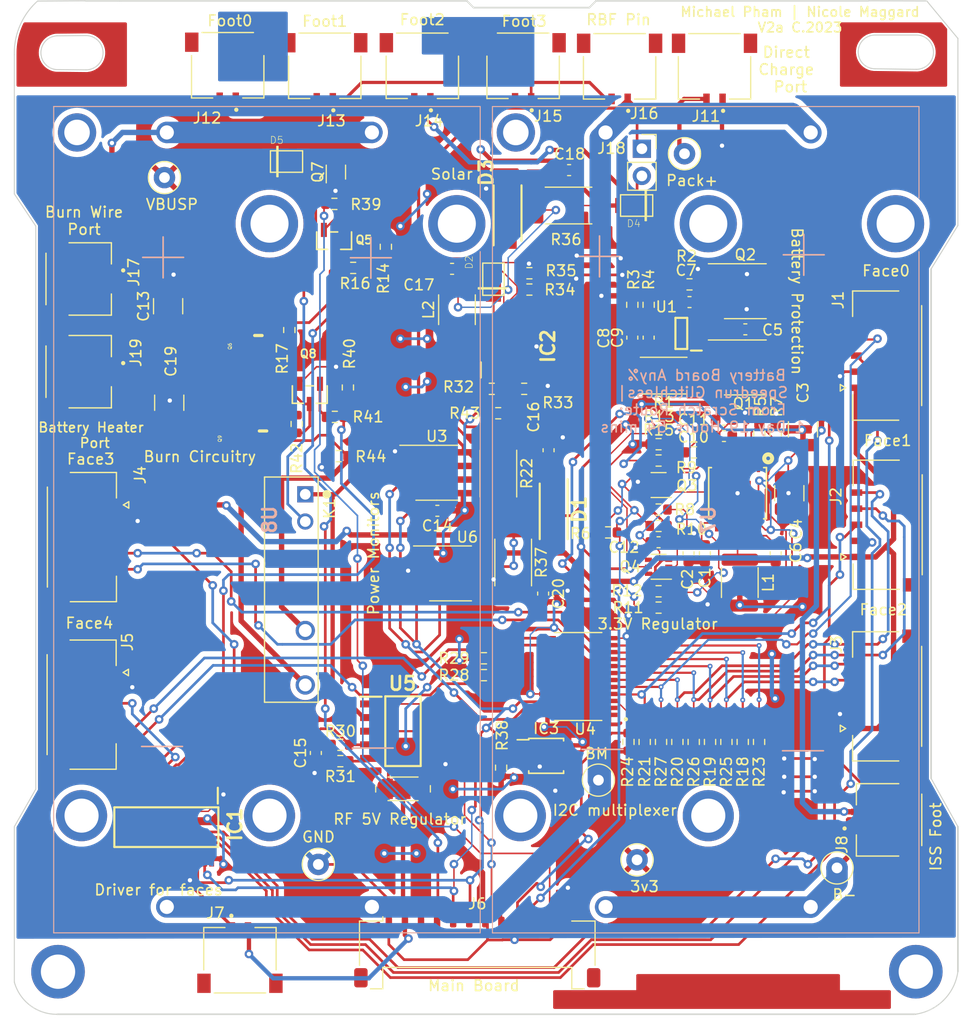
<source format=kicad_pcb>
(kicad_pcb (version 20240108) (generator "pcbnew") (generator_version "8.0")
  (layers (0 "F.Cu" signal) (1 "In1.Cu" signal) (2 "In2.Cu" signal) (31 "B.Cu" signal) (34 "B.Paste" user) (35 "F.Paste" user) (36 "B.SilkS" user "B.Silkscreen") (37 "F.SilkS" user "F.Silkscreen") (38 "B.Mask" user) (39 "F.Mask" user) (44 "Edge.Cuts" user))
  (net 0 "")
  (net 1 "VSOLAR_I")
  (net 2 "+3V3")
  (net 3 "VBUSP")
  (net 4 "Net-(C5-Pad1)")
  (net 5 "Net-(C6-Pad1)")
  (net 6 "Net-(C6-Pad2)")
  (net 7 "B-")
  (net 8 "Net-(C7-Pad2)")
  (net 9 "Net-(C8-Pad2)")
  (net 10 "/VDD")
  (net 11 "Net-(C10-Pad1)")
  (net 12 "Net-(C11-Pad1)")
  (net 13 "Net-(C12-Pad1)")
  (net 14 "Net-(C12-Pad2)")
  (net 15 "BURN")
  (net 16 "GND")
  (net 17 "/V_RF")
  (net 18 "Net-(C16-Pad1)")
  (net 19 "Net-(C17-Pad1)")
  (net 20 "Net-(C17-Pad2)")
  (net 21 "VBatt")
  (net 22 "F0_ENB")
  (net 23 "F1_ENB")
  (net 24 "F2_ENB")
  (net 25 "F3_ENB")
  (net 26 "F4_ENB")
  (net 27 "Net-(J12-Pad1)")
  (net 38 "SCL_MAIN")
  (net 39 "SDA_MAIN")
  (net 40 "Net-(IC2-Pad2)")
  (net 42 "Net-(IC2-Pad7)")
  (net 44 "Net-(IC2-Pad10)")
  (net 45 "VBatt1")
  (net 46 "Net-(J14-Pad1)")
  (net 47 "BURN_RELAY_A")
  (net 48 "Net-(K1-PadNO)")
  (net 49 "Heater")
  (net 50 "Net-(D5-PadA)")
  (net 51 "ENAB_HEATER")
  (net 52 "Net-(Q8-Pad1)")
  (net 53 "Net-(Q8-Pad3)")
  (net 54 "VCC_RF1")
  (net 55 "Net-(Q1-Pad4)")
  (net 56 "Net-(Q1-Pad5)")
  (net 57 "Net-(Q2-Pad4)")
  (net 58 "Net-(Q3-Pad2)")
  (net 59 "/3V3_EN")
  (net 60 "Net-(Q4-Pad2)")
  (net 61 "Net-(Q4-Pad5)")
  (net 62 "BM")
  (net 63 "PACK+")
  (net 64 "Net-(R5-Pad1)")
  (net 65 "Net-(R9-Pad1)")
  (net 66 "Net-(R11-Pad2)")
  (net 67 "ENAB_BURN")
  (net 68 "VBUS_RESET")
  (net 69 "Net-(Q5-Pad1)")
  (net 70 "Net-(Q5-Pad3)")
  (net 71 "F3_SDA")
  (net 72 "F2_SDA")
  (net 73 "F1_SDA")
  (net 74 "F0_SDA")
  (net 75 "VBATT_SENSE")
  (net 76 "F3_SCL")
  (net 77 "F2_SCL")
  (net 78 "F1_SCL")
  (net 79 "F0_SCL")
  (net 80 "F4_SCL")
  (net 81 "F4_SDA")
  (net 82 "Net-(R30-Pad2)")
  (net 83 "I2C_RESET")
  (net 88 "ENAB_RF")
  (net 89 "VSOLAR")
  (net 90 "CHRG'")
  (net 91 "Net-(IC3-Pad3)")
  (net 92 "Break_SDA")
  (net 93 "Break_SCL")
  (net 104 "PACK-")
  (footprint "Resistor_SMD:R_0603_1608Metric" (layer "F.Cu") (at 155.625 79.45)
    (property "Reference" "R43")
    (property "Value" "10K")
  )
  (footprint "Resistor_SMD:R_0603_1608Metric" (layer "F.Cu") (at 145.1485 63.9279 90)
    (property "Reference" "R14")
    (property "Value" "10k")
  )
  (footprint "Capacitor_SMD:C_0603_1608Metric" (layer "F.Cu") (at 174.902 92.5101 -90)
    (property "Reference" "C1")
    (property "Value" "22uF")
  )
  (footprint "Capacitor_SMD:C_0603_1608Metric" (layer "F.Cu") (at 160.325 82.9 90)
    (property "Reference" "C16")
    (property "Value" "10uF")
  )
  (footprint "Connector_Molex:Molex_Pico-Lock_504050-1291_1x12-1MP_P1.50mm_Horizontal" (layer "F.Cu") (at 153.675 129.7)
    (property "Reference" "J6")
    (property "Value" "FC_FACE")
  )
  (footprint "MaxLib:PWRDI-123" (layer "F.Cu") (at 135.984 55.9779)
    (property "Reference" "D5")
    (property "Value" "DFLS130L" (hide yes))
  )
  (footprint "Resistor_SMD:R_0603_1608Metric" (layer "F.Cu") (at 140.388899 79.791599)
    (property "Reference" "R41")
    (property "Value" "4.7k")
  )
  (footprint "Resistor_SMD:R_0603_1608Metric" (layer "F.Cu") (at 154.3 103.8748)
    (property "Reference" "R28")
    (property "Value" "10K")
  )
  (footprint "Capacitor_SMD:C_0603_1608Metric" (layer "F.Cu") (at 151.323201 65.986401)
    (property "Reference" "C17")
    (property "Value" "1uF")
  )
  (footprint "Package_SO:SOIC-8_3.9x4.9mm_P1.27mm" (layer "F.Cu") (at 178.675 68.069)
    (property "Reference" "Q2")
    (property "Value" "IRF7458")
  )
  (footprint "Package_TO_SOT_SMD:SOT-523" (layer "F.Cu") (at 140.4895 56.9639 90)
    (property "Reference" "Q7")
    (property "Value" "MMBT2222AT")
  )
  (footprint "Package_TO_SOT_SMD:SOT-363_SC-70-6" (layer "F.Cu") (at 170.584 86.1471 180)
    (property "Reference" "Q3")
    (property "Value" "MBT2222ADW1T1")
  )
  (footprint "MOLEX PICO LOCK 2 POS:MOLEX_504050-0291" (layer "F.Cu") (at 175.8 47.1 180)
    (property "Reference" "J11")
    (property "Value" "CHARGE")
  )
  (footprint "MOLEX PICO LOCK 5 POS:MOLEX_5040500591" (layer "F.Cu") (at 116.8 91 90)
    (property "Reference" "J4")
    (property "Value" "Face3")
  )
  (footprint "Resistor_SMD:R_0603_1608Metric" (layer "F.Cu") (at 176.9088 110.103561 90)
    (property "Reference" "R25")
    (property "Value" "10K")
  )
  (footprint "Resistor_SMD:R_0603_1608Metric" (layer "F.Cu") (at 140.9052 111.894 180)
    (property "Reference" "R31")
    (property "Value" "3.3K")
  )
  (footprint "MOLEX PICO LOCK 2 POS:MOLEX_504050-0291" (layer "F.Cu") (at 157.95 47.05 180)
    (property "Reference" "J15")
    (property "Value" "Foot3")
  )
  (footprint "Resistor_SMD:R_0603_1608Metric" (layer "F.Cu") (at 154.3 102.3)
    (property "Reference" "R29")
    (property "Value" "10K")
  )
  (footprint "Resistor_SMD:R_0603_1608Metric" (layer "F.Cu") (at 175.3848 110.103562 90)
    (property "Reference" "R19")
    (property "Value" "10K")
  )
  (footprint "MOLEX PICO LOCK 2 POS:MOLEX_504050-0291" (layer "F.Cu") (at 116.5 75.575 -90)
    (property "Reference" "J19")
    (property "Value" "Heater")
  )
  (footprint "Resistor_SMD:R_0603_1608Metric" (layer "F.Cu") (at 158.536801 67.9168 180)
    (property "Reference" "R34")
    (property "Value" "634k")
  )
  (footprint "Resistor_SMD:R_0603_1608Metric" (layer "F.Cu") (at 173.468 67.434)
    (property "Reference" "R2")
    (property "Value" "1K")
  )
  (footprint "" (layer "F.Cu") (at 194.573162 131.529322)
    (property "Reference" "")
    (property "Value" "")
  )
  (footprint "Resistor_SMD:R_0603_1608Metric" (layer "F.Cu") (at 173.886 83.0991 180)
    (property "Reference" "R9")
    (property "Value" "100K")
  )
  (footprint "Resistor_SMD:R_0603_1608Metric" (layer "F.Cu") (at 169.2888 110.103562 90)
    (property "Reference" "R21")
    (property "Value" "10K")
  )
  (footprint "Capacitor_SMD:C_0603_1608Metric" (layer "F.Cu") (at 178.675 71.625)
    (property "Reference" "C5")
    (property "Value" "0.1uF")
  )
  (footprint "MOLEX PICO LOCK 2 POS:MOLEX_504050-0291" (layer "F.Cu") (at 131.54 130.46)
    (property "Reference" "J7")
    (property "Value" "5V Breakout")
  )
  (footprint "TestPoint:TestPoint_Loop_D1.80mm_Drill1.0mm_Beaded" (layer "F.Cu") (at 173 55.25)
    (property "Reference" "TP4" (hide yes))
    (property "Value" "TestPoint")
  )
  (footprint "Resistor_SMD:R_0603_1608Metric" (layer "F.Cu") (at 158.05 77.175 180)
    (property "Reference" "R33")
    (property "Value" "85k")
  )
  (footprint "MaxLib:NDS8434" (layer "F.Cu") (at 131.064 69.518 90)
    (property "Reference" "Q6")
    (property "Value" "NDS8434" (hide yes))
  )
  (footprint "TestPoint:TestPoint_Loop_D1.80mm_Drill1.0mm_Beaded" (layer "F.Cu") (at 138.85 121.525)
    (property "Reference" "TP3" (hide yes))
    (property "Value" "TestPoint")
  )
  (footprint "Capacitor_SMD:C_0603_1608Metric" (layer "F.Cu") (at 176.68 81.5751 180)
    (property "Reference" "C10")
    (property "Value" "3.3nF")
  )
  (footprint "MOLEX PICO LOCK 2 POS:MOLEX_504050-0291" (layer "F.Cu") (at 166.95 47.1 180)
    (property "Reference" "J16")
    (property "Value" "RBF")
  )
  (footprint "Capacitor_SMD:C_1210_3225Metric" (layer "F.Cu") (at 184.05 80.95 90)
    (property "Reference" "C3")
    (property "Value" "100uF")
  )
  (footprint "MOLEX PICO LOCK 2 POS:MOLEX_504050-0291" (layer "F.Cu") (at 139.45 47.05 180)
    (property "Reference" "J13")
    (property "Value" "Foot1")
  )
  (footprint "Capacitor_SMD:C_0603_1608Metric" (layer "F.Cu") (at 138.6192 111.132 90)
    (property "Reference" "C15")
    (property "Value" "10uF")
  )
  (footprint "TestPoint:TestPoint_Loop_D1.80mm_Drill1.0mm_Beaded" (layer "F.Cu") (at 168.575 121.1)
    (property "Reference" "TP5" (hide yes))
    (property "Value" "TestPoint")
  )
  (footprint "Package_SO:SOIC-8_3.9x4.9mm_P1.27mm" (layer "F.Cu") (at 178.675 75.181)
    (property "Reference" "Q1")
    (property "Value" "IRF7458")
  )
  (footprint "Resistor_SMD:R_0603_1608Metric" (layer "F.Cu") (at 155.025 77.175)
    (property "Reference" "R32")
    (property "Value" "200k")
  )
  (footprint "MOLEX PICO LOCK 2 POS:MOLEX_504050-0291" (layer "F.Cu") (at 130.4 47 180)
    (property "Reference" "J12")
    (property "Value" "Foot0")
  )
  (footprint "" (layer "F.Cu") (at 114.573162 131.529322)
    (property "Reference" "")
    (property "Value" "")
  )
  (footprint "MaxLib:TPS7A4501DCQT" (layer "F.Cu") (at 146.7472 109.1)
    (property "Reference" "U5")
    (property "Value" "TPS7A4501DCQT" (hide yes))
  )
  (footprint "Resistor_SMD:R_0603_1608Metric" (layer "F.Cu") (at 181.506 81.3211 -90)
    (property "Reference" "R7")
    (property "Value" "22.1K")
  )
  (footprint "Capacitor_SMD:C_0603_1608Metric" (layer "F.Cu") (at 181.506 92.5101 90)
    (property "Reference" "C6")
    (property "Value" "0.1uF")
  )
  (footprint "Resistor_SMD:R_0603_1608Metric" (layer "F.Cu") (at 140.9052 110.37 180)
    (property "Reference" "R30")
    (property "Value" "10K")
  )
  (footprint "Capacitor_SMD:C_0603_1608Metric" (layer "F.Cu") (at 168.134 72.4 90)
    (property "Reference" "C8")
    (property "Value" "0.1uF")
  )
  (footprint "MaxLib:PWRDI-123" (layer "F.Cu") (at 155.184001 66.85 90)
    (property "Reference" "D2")
    (property "Value" "DFLS130L" (hide yes))
  )
  (footprint "MaxLib:PWP14_2P31X2P46-L" (layer "F.Cu") (at 177.95 86.9091 -90)
    (property "Reference" "U2" (hide yes))
    (property "Value" "TPS54226PWPRPWP14_2P31X2P46-L" (hide yes))
  )
  (footprint "Connector_PinSocket_2.54mm:PinSocket_1x02_P2.54mm_Vertical" (layer "F.Cu") (at 169.025 54.7824)
    (property "Reference" "J18")
    (property "Value" "Bypass")
  )
  (footprint "TCA9548APWR:SOP65P640X120-24N" (layer "F.Cu") (at 163.091801 104.002562 180)
    (property "Reference" "U4")
    (property "Value" "TCA9548APWR")
  )
  (footprint "TestPoint:TestPoint_Loop_D1.80mm_Drill1.0mm_Beaded" (layer "F.Cu") (at 124.5 57.475)
    (property "Reference" "TP6" (hide yes))
    (property "Value" "TestPoint")
  )
  (footprint "Capacitor_SMD:C_0603_1608Metric" (layer "F.Cu") (at 162.238801 56.7784 180)
    (property "Reference" "C18")
    (property "Value" "10uF")
  )
  (footprint "Capacitor_SMD:C_1210_3225Metric" (layer "F.Cu") (at 124.9457 78.470802 90)
    (property "Reference" "C19")
    (property "Value" "200uF")
  )
  (footprint "Resistor_SMD:R_0603_1608Metric" (layer "F.Cu") (at 170.584 89.9571)
    (property "Reference" "R8")
    (property "Value" "100K")
  )
  (footprint "Resistor_SMD:R_0603_1608Metric" (layer "F.Cu") (at 142.1005 65.8969)
    (property "Reference" "R16")
    (property "Value" "4.7k")
  )
  (footprint "R5460N233AF:R5460N233AF-SOT95P280X130-6N" (layer "F.Cu") (at 172.706 72.006 180)
    (property "Reference" "U1")
    (property "Value" "R5460N208AA" (hide yes))
  )
  (footprint "Resistor_SMD:R_0603_1608Metric" (layer "F.Cu") (at 141.608099 77.0484 90)
    (property "Reference" "R40")
    (property "Value" "10k")
  )
  (footprint "Resistor_SMD:R_0603_1608Metric" (layer "F.Cu") (at 165.87519 90.563911 180)
    (property "Reference" "R6")
    (property "Value" "73.2K")
  )
  (footprint "TestPoint:TestPoint_Loop_D1.80mm_Drill1.0mm_Beaded" (layer "F.Cu") (at 164.973 113.665)
    (property "Reference" "TP2" (hide yes))
    (property "Value" "TestPoint")
  )
  (footprint "Resistor_SMD:R_0603_1608Metric" (layer "F.Cu") (at 173.8608 110.103562 90)
    (property "Reference" "R26")
    (property "Value" "10K")
  )
  (footprint "Resistor_SMD:R_0603_1608Metric" (layer "F.Cu") (at 169.658 69.339 -90)
    (property "Reference" "R4")
    (property "Value" "330")
  )
  (footprint "MaxLib:SOT-23" (layer "F.Cu") (at 138.052099 77.708799 180)
    (property "Reference" "Q8")
    (property "Value" "IRLML2803" (hide yes))
  )
  (footprint "Resistor_SMD:R_0603_1608Metric" (layer "F.Cu") (at 170.584 88.4331 180)
    (property "Reference" "R10")
    (property "Value" "20K")
  )
  (footprint "MOLEX PICO LOCK 2 POS:MOLEX_504050-0291" (layer "F.Cu") (at 116.5 66.929 -90)
    (property "Reference" "J17")
    (property "Value" "BURN")
  )
  (footprint "Resistor_SMD:R_0603_1608Metric" (layer "F.Cu") (at 170.584 83.8611 180)
    (property "Reference" "R15")
    (property "Value" "10K")
  )
  (footprint "Resistor_SMD:R_2512_6332Metric" (layer "F.Cu") (at 171.055 75.943)
    (property "Reference" "R1")
    (property "Value" "0.01")
  )
  (footprint "Resistor_SMD:R_2512_6332Metric" (layer "F.Cu") (at 155.641799 85.078949 -90)
    (property "Reference" "R22")
    (property "Value" "0.002")
  )
  (footprint "MOLEX PICO LOCK 2 POS:MOLEX_504050-0291" (layer "F.Cu") (at 192.08 117.37 90)
    (property "Reference" "J8")
    (property "Value" "ISS")
  )
  (footprint "Package_SO:SOIC-8_3.9x4.9mm_P1.27mm" (layer "F.Cu") (at 151.1808 94.3864)
    (property "Reference" "U6")
    (property "Value" "INA219AxD")
  )
  (footprint "MOLEX PICO LOCK 5 POS:MOLEX_5040500591" (layer "F.Cu") (at 191.9 74.075 -90)
    (property "Reference" "J1")
    (property "Value" "Face0")
  )
  (footprint "Capacitor_SMD:C_0603_1608Metric" (layer "F.Cu") (at 176.68 80.0511)
    (property "Reference" "C11")
    (property "Value" "1uF")
  )
  (footprint "Resistor_SMD:R_0603_1608Metric" (layer "F.Cu") (at 172.3368 110.103562 90)
    (property "Reference" "R20")
    (property "Value" "10K")
  )
  (footprint "Inductor_SMD:L_1812_4532Metric" (layer "F.Cu") (at 178.1588 95.2463 -90)
    (property "Reference" "L1")
    (property "Value" "3.3uH")
  )
  (footprint "Resistor_SMD:R_0603_1608Metric" (layer "F.Cu") (at 179.9568 110.103562 90)
    (property "Reference" "R23")
    (property "Value" "10K")
  )
  (footprint "Resistor_SMD:R_0603_1608Metric" (layer "F.Cu") (at 170.584 97.5771 180)
    (property "Reference" "R11")
    (property "Value" "100K")
  )
  (footprint "Inductor_SMD:L_1812_4532Metric" (layer "F.Cu") (at 151.780401 69.7964 90)
    (property "Reference" "L2")
    (property "Value" "10uH")
  )
  (footprint "MaxLib:SolderJumper-3_P1.3mm_Bridged12_RoundedPad1.0x1.5mm" (layer "F.Cu") (at 146.75 114.475)
    (property "Reference" "JP1" (hide yes))
    (property "Value" "Jumper_3_Bridged12")
  )
  (footprint "MOLEX PICO LOCK 5 POS:MOLEX_5040500591" (layer "F.Cu") (at 191.95 89.85 -90)
    (property "Reference" "J2")
    (property "Value" "Face1")
  )
  (footprint "Resistor_SMD:R_2512_6332Metric" (layer "F.Cu") (at 157.0228 93.3704 -90)
    (property "Reference" "R37")
    (property "Value" "0.002")
  )
  (footprint "Resistor_SMD:R_0603_1608Metric" (layer "F.Cu") (at 170.584 96.0531)
    (property "Reference" "R12")
    (property "Value" "100K")
  )
  (footprint "Package_SO:SOIC-8_3.9x4.9mm_P1.27mm" (layer "F.Cu") (at 149.9 85)
    (property "Reference" "U3")
    (property "Value" "INA219AxD")
  )
  (footprint "Capacitor_SMD:C_0603_1608Metric" (layer "F.Cu") (at 169.658 72.4 90)
    (property "Reference" "C9")
    (property "Value" "0.1uF")
  )
  (footprint "Capacitor_SMD:C_0603_1608Metric" (layer "F.Cu") (at 159.8168 96.266 -90)
    (property "Reference" "C20")
    (property "Value" "0.1uF")
  )
  (footprint "Resistor_SMD:R_0603_1608Metric" (layer "F.Cu") (at 168.134 69.339 -90)
    (property "Reference" "R3")
    (property "Value" "330")
  )
  (footprint "Resistor_SMD:R_0603_1608Metric" (layer "F.Cu") (at 178.4328 110.103562 90)
    (property "Reference" "R18")
    (property "Value" "10K")
  )
  (footprint "Resistor_SMD:R_2512_6332Metric" (layer "F.Cu") (at 162.188001 60.0804 180)
    (property "Reference" "R36")
    (property "Value" "0.1")
  )
  (footprint "LT3652IMSE:SOP65P490X110-13N" (layer "F.Cu") (at 156.2 73.2 90)
    (property "Reference" "IC2")
    (property "Value" "LT3652IMSE#PBF" (hide yes))
  )
  (footprint "Capacitor_SMD:C_1210_3225Metric" (layer "F.Cu") (at 124.841 69.469 90)
    (property "Reference" "C13")
    (property "Value" "200uF")
  )
  (footprint "Resistor_SMD:R_0603_1608Metric" (layer "F.Cu") (at 136.832899 80.452001 90)
    (property "Reference" "R42")
    (property "Value" "100k")
  )
  (footprint "Resistor_SMD:R_0603_1608Metric" (layer "F.Cu") (at 170.8128 110.103561 90)
    (property "Reference" "R27")
    (property "Value" "10K")
  )
  (footprint "MaxLib:PWRDI-123" (layer "F.Cu") (at 168.436401 60.0804 180)
    (property "Reference" "D4")
    (property "Value" "DFLS130L" (hide yes))
  )
  (footprint "TestPoint:TestPoint_Loop_D1.80mm_Drill1.0mm_Beaded" (layer "F.Cu") (at 187.225 121.85)
    (property "Reference" "TP1" (hide yes))
    (property "Value" "TestPoint")
  )
  (footprint "MaxLib:SOT-23" (layer "F.Cu") (at 140.3225 63.3569 180)
    (property "Reference" "Q5")
    (property "Value" "IRLML2803" (hide yes))
  )
  (footprint "Capacitor_SMD:C_0603_1608Metric" (layer "F.Cu") (at 173.468 69.085)
    (property "Reference" "C7")
    (property "Value" "0.1uF")
  )
  (footprint "MaxLib:NDS8434" (layer "F.Cu") (at 131.498899 78.42 90)
    (property "Reference" "Q9")
    (property "Value" "NDS8434" (hide yes))
  )
  (footprint "Resistor_SMD:R_0603_1608Metric" (layer "F.Cu") (at 170.584 82.3371)
    (property "Reference" "R13")
    (property "Value" "100K")
  )
  (footprint "Package_TO_SOT_SMD:SOT-363_SC-70-6" (layer "F.Cu") (at 170.584 93.7671 180)
    (property "Reference" "Q4")
    (property "Value" "MBT2222ADW1T1")
  )
  (footprint "APAN3105:RELAY_APAN3105" (layer "F.Cu") (at 137.6325 87.01 -90)
    (property "Reference" "K1")
    (property "Value" "APAN3105")
  )
  (footprint "Capacitor_SMD:C_0603_1608Metric" (layer "F.Cu") (at 170.584 91.4811)
    (property "Reference" "C12")
    (property "Value" "10uF")
  )
  (footprint "Capacitor_SMD:C_1210_3225Metric" (layer "F.Cu") (at 182.776 86.9091 -90)
    (property "Reference" "C4")
    (property "Value" "100uF")
  )
  (footprint "Resistor_SMD:R_0603_1608Metric" (layer "F.Cu") (at 155.9 112.5 90)
    (property "Reference" "R38")
    (property "Value" "10K")
  )
  (footprint "Capacitor_SMD:C_0603_1608Metric" (layer "F.Cu") (at 173.378 92.5101 -90)
    (property "Reference" "C2")
    (property "Value" "22uF")
  )
  (footprint "MOLEX PICO LOCK 5 POS:MOLEX_5040500591" (layer "F.Cu") (at 191.9 105.85 -90)
    (property "Reference" "J3")
    (property "Value" "Face2")
  )
  (footprint "Resistor_SMD:R_0603_1608Metric" (layer "F.Cu") (at 179.982 81.3211 -90)
    (property "Reference" "R5")
    (property "Value" "73.2K")
  )
  (footprint "Resistor_SMD:R_0603_1608Metric" (layer "F.Cu") (at 136.144 71.692 -90)
    (property "Reference" "R17")
    (property "Value" "100k")
  )
  (footprint "MOLEX PICO LOCK 5 POS:MOLEX_5040500591" (layer "F.Cu") (at 116.775 106.625 90)
    (property "Reference" "J5")
    (property "Value" "Face4")
  )
  (footprint "Resistor_SMD:R_0603_1608Metric" (layer "F.Cu") (at 140.3479 59.9297)
    (property "Reference" "R39")
    (property "Value" "10k")
  )
  (footprint "Resistor_SMD:R_0603_1608Metric" (layer "F.Cu") (at 167.771801 110.102562 90)
    (property "Reference" "R24")
    (property "Value" "10K")
  )
  (footprint "Package_SO:TSSOP-8_3x3mm_P0.65mm" (layer "F.Cu") (at 160.1 111.4)
    (property "Reference" "IC3")
    (property "Value" "PCT2075DP,118")
  )
  (footprint "CMSH3-40MA:DIOM5226X262N" (layer "F.Cu") (at 156.498401 60.7916 90)
    (property "Reference" "D3")
    (property "Value" "D_Schottky" (hide yes))
  )
  (footprint "Capacitor_SMD:C_0603_1608Metric" (layer "F.Cu") (at 149.95 88.55)
    (property "Reference" "C14")
    (property "Value" "0.1uF")
  )
  (footprint "MOLEX PICO LOCK 2 POS:MOLEX_504050-0291" (layer "F.Cu") (at 148.55 47.05 180)
    (property "Reference" "J14")
    (property "Value" "Foot2")
  )
  (footprint "PCA9685:SOP65P640X110-28N" (layer "F.Cu") (at 124.675 118.05 -90)
    (property "Reference" "IC1")
    (property "Value" "PCA9685PW,118" (hide yes))
  )
  (footprint "CMSH3-40MA:DIOM5226X262N" (layer "F.Cu") (at 160.8 88.6 -90)
    (property "Reference" "D1")
    (property "Value" "D_Schottky" (hide yes))
  )
  (footprint "Resistor_SMD:R_0603_1608Metric" (layer "F.Cu") (at 140.75 83.45)
    (property "Reference" "R44")
    (property "Value" "634k")
  )
  (footprint "Resistor_SMD:R_0603_1608Metric" (layer "F.Cu") (at 158.536801 66.3928)
    (property "Reference" "R35")
    (property "Value" "412k")
  )
  (footprint "1049:1049" (layer "B.Cu") (at 134.0585 89.375 90)
    (property "Reference" "U8")
    (property "Value" "1049" (hide yes))
  )
  (footprint "LOGO" (layer "B.Cu") (at 132.753208 45.962133 180)
    (property "Reference" "G***" (hide yes))
    (property "Value" "LOGO" (hide yes))
  )
  (footprint "1049:1049" (layer "B.Cu") (at 174.98 89.38 90)
    (property "Reference" "U7")
    (property "Value" "1049" (hide yes))
  )
  (footprint "LOGO" (layer "B.Cu") (at 155.336788 131.199271 180)
    (property "Reference" "G***" (hide yes))
    (property "Value" "LOGO" (hide yes))
  )
  (gr_line (start 190.158162 40.989322) (end 195.598162 41.004322) (stroke (width 0.1)) (layer "Edge.Cuts"))
  (gr_line (start 117.133162 40.989322) (end 120.308162 40.989322) (stroke (width 0.15)) (layer "Edge.Cuts"))
  (gr_line (start 196 113.5) (end 196 66) (stroke (width 0.15)) (layer "Edge.Cuts"))
  (gr_arc (start 110.5 46) (mid 111.034894 43.270084) (end 112.66352 41.014845) (stroke (width 0.1)) (layer "Edge.Cuts"))
  (gr_line (start 164.123162 41.624322) (end 164.758162 40.989322) (stroke (width 0.15)) (layer "Edge.Cuts"))
  (gr_arc (start 117.173162 44.229322) (mid 118.773158 45.829322) (end 117.173162 47.429322) (stroke (width 0.1)) (layer "Edge.Cuts"))
  (gr_line (start 196 113.5) (end 198.5 118) (stroke (width 0.1)) (layer "Edge.Cuts"))
  (gr_line (start 198.5 61.944322) (end 198.5 44.5) (stroke (width 0.1)) (layer "Edge.Cuts"))
  (gr_line (start 112.66352 41.014845) (end 117.133162 40.989322) (stroke (width 0.1)) (layer "Edge.Cuts"))
  (gr_line (start 110.5 46) (end 110.5 59) (stroke (width 0.1)) (layer "Edge.Cuts"))
  (gr_line (start 153.328162 41.624322) (end 152.693162 40.989322) (stroke (width 0.15)) (layer "Edge.Cuts"))
  (gr_line (start 198.5 131.5) (end 198.5 118) (stroke (width 0.15)) (layer "Edge.Cuts"))
  (gr_line (start 190.773162 47.329322) (end 194.623162 47.379322) (stroke (width 0.1)) (layer "Edge.Cuts"))
  (gr_line (start 110.5 59) (end 112.5 62) (stroke (width 0.1)) (layer "Edge.Cuts"))
  (gr_arc (start 198.5 131.5) (mid 197.176415 134.176415) (end 194.5 135.5) (stroke (width 0.1)) (layer "Edge.Cuts"))
  (gr_line (start 194.5 135.5) (end 114.5 135.5) (stroke (width 0.15)) (layer "Edge.Cuts"))
  (gr_line (start 110.5 118) (end 110.5 132.5) (stroke (width 0.1)) (layer "Edge.Cuts"))
  (gr_line (start 114.472939 44.255106) (end 117.173162 44.229322) (stroke (width 0.1)) (layer "Edge.Cuts"))
  (gr_line (start 195.598162 41.004322) (end 198.5 44.5) (stroke (width 0.1)) (layer "Edge.Cuts"))
  (gr_line (start 164.758162 40.989322) (end 190.158162 40.989322) (stroke (width 0.15)) (layer "Edge.Cuts"))
  (gr_line (start 198.5 61.944322) (end 196 66) (stroke (width 0.1)) (layer "Edge.Cuts"))
  (gr_line (start 194.623162 44.179322) (end 190.823137 44.180115) (stroke (width 0.1)) (layer "Edge.Cuts"))
  (gr_line (start 152.693162 40.989322) (end 120.308162 40.989322) (stroke (width 0.15)) (layer "Edge.Cuts"))
  (gr_line (start 112.5 62) (end 112.5 114.5) (stroke (width 0.1)) (layer "Edge.Cuts"))
  (gr_arc (start 114.5 135.5) (mid 111.987619 134.683175) (end 110.5 132.5) (stroke (width 0.1)) (layer "Edge.Cuts"))
  (gr_arc (start 194.623162 44.179322) (mid 196.223158 45.779322) (end 194.623162 47.379322) (stroke (width 0.1)) (layer "Edge.Cuts"))
  (gr_arc (start 114.422964 47.404313) (mid 112.978754 45.806395) (end 114.472939 44.255106) (stroke (width 0.1)) (layer "Edge.Cuts"))
  (gr_line (start 112.5 114.5) (end 110.5 118) (stroke (width 0.1)) (layer "Edge.Cuts"))
  (gr_arc (start 190.773162 47.329322) (mid 189.198356 45.729331) (end 190.823137 44.180115) (stroke (width 0.1)) (layer "Edge.Cuts"))
  (gr_line (start 114.422964 47.404313) (end 117.173162 47.429322) (stroke (width 0.1)) (layer "Edge.Cuts"))
  (gr_line (start 164.123162 41.624322) (end 153.328162 41.624322) (stroke (width 0.15)) (layer "Edge.Cuts"))
  (gr_text "+" (at 165.075 64.425 0) (layer "B.SilkS") (effects (font (size 5 5)) (justify mirror)))
  (gr_text "+" (at 143.75 64.55 0) (layer "B.SilkS") (effects (font (size 5 5)) (justify mirror)))
  (gr_text "+" (at 124.375 64.516 0) (layer "B.SilkS") (effects (font (size 5 5)) (justify mirror)))
  (gr_text "-" (at 165.35 110.4 0) (layer "B.SilkS") (effects (font (size 5 5)) (justify mirror)))
  (gr_text "-" (at 143.925 110.275 0) (layer "B.SilkS") (effects (font (size 5 5)) (justify mirror)))
  (gr_text "Battery Board Any% \nSpeedrun Glitchless|\nFrom Scratch Route:\n1 Day 19 Hours 54 mins" (at 174.675 78.325 0) (layer "B.SilkS") (effects (font (size 1 1)) (justify mirror)))
  (gr_text "-" (at 124.275 110.125 0) (layer "B.SilkS") (effects (font (size 5 5)) (justify mirror)))
  (gr_text "-" (at 184.05 110.525 0) (layer "B.SilkS") (effects (font (size 5 5)) (justify mirror)))
  (gr_text "+" (at 184.125 64.275 0) (layer "B.SilkS") (effects (font (size 5 5)) (justify mirror)))
  (gr_text "Face3" (at 117.625 83.725 0) (layer "F.SilkS") (effects (font (size 1 1))))
  (gr_text "Battery Protection" (at 183.5 69 270) (layer "F.SilkS") (effects (font (size 1 1))))
  (gr_text "I2C multiplexer" (at 166.5 116.475 0) (layer "F.SilkS") (effects (font (size 1 1))))
  (gr_text "Face2" (at 191.55 97.775 0) (layer "F.SilkS") (effects (font (size 1 1))))
  (gr_text "Foot0" (at 130.6 42.85 0) (layer "F.SilkS") (effects (font (size 1 1))))
  (gr_text "RF 5V Regulator" (at 146.45 117.3 0) (layer "F.SilkS") (effects (font (size 1 1))))
  (gr_text "Face4" (at 117.5 99.025 0) (layer "F.SilkS") (effects (font (size 1 1))))
  (gr_text "3.3V Regulator" (at 170.5 99.1 0) (layer "F.SilkS") (effects (font (size 1 1))))
  (gr_text "Burn Circuitry" (at 127.8 83.5 0) (layer "F.SilkS") (effects (font (size 1 1))))
  (gr_text "Solar" (at 151.3 57.15 0) (layer "F.SilkS") (effects (font (size 1 1))))
  (gr_text "Face0" (at 191.8 66.175 0) (layer "F.SilkS") (effects (font (size 1 1))))
  (gr_text "ISS Foot" (at 196.44 118.95 90) (layer "F.SilkS") (effects (font (size 1 1))))
  (gr_text "RBF Pin" (at 166.85 42.75 0) (layer "F.SilkS") (effects (font (size 1 1))))
  (gr_text "Foot3" (at 158.05 42.9 0) (layer "F.SilkS") (effects (font (size 1 1))))
  (gr_text "Driver for faces" (at 123.95 123.9 0) (layer "F.SilkS") (effects (font (size 1 1))))
  (gr_text "Face1" (at 191.95 82 0) (layer "F.SilkS") (effects (font (size 1 1))))
  (gr_text "Main Board" (at 153.35 132.825 0) (layer "F.SilkS") (effects (font (size 1 1))))
  (gr_text "Direct \nCharge \nPort" (at 182.875 47.4 0) (layer "F.SilkS") (effects (font (size 1 1))))
  (gr_text "Power Monitors" (at 144 92.5 90) (layer "F.SilkS") (effects (font (size 1 1))))
  (gr_text "Battery Heater \nPort" (at 118 81.5 0) (layer "F.SilkS") (effects (font (size 0.9 0.9))))
  (gr_text "Foot2" (at 148.55 42.75 0) (layer "F.SilkS") (effects (font (size 1 1))))
  (gr_text "Burn Wire\nPort" (at 117 61.5 0) (layer "F.SilkS") (effects (font (size 1 1))))
  (gr_text "Foot1" (at 139.45 42.9 0) (layer "F.SilkS") (effects (font (size 1 1))))
  (gr_text "Michael Pham | Nicole Maggard\nV2a C.2023\n" (at 183.775 42.75 0) (layer "F.SilkS") (effects (font (size 0.9 0.9))))
  (segment (start 157.0736 90.4587) (end 157.0228 90.4079) (width 0.25) (layer "F.Cu") (net 1))
  (segment (start 156.9974 93.7514) (end 157.0736 93.6752) (width 0.25) (layer "F.Cu") (net 1))
  (segment (start 153.6558 93.7514) (end 156.9974 93.7514) (width 0.25) (layer "F.Cu") (net 1))
  (segment (start 160.8 90.75) (end 157.3649 90.75) (width 0.25) (layer "F.Cu") (net 1))
  (segment (start 157.3649 90.75) (end 157.0228 90.4079) (width 0.25) (layer "F.Cu") (net 1))
  (segment (start 157.0228 90.4079) (end 157.4149 90.8) (width 0.25) (layer "F.Cu") (net 1))
  (segment (start 157.0736 91.5416) (end 157.0736 90.4587) (width 0.25) (layer "F.Cu") (net 1))
  (via (at 157.0736 93.6752) (size 0.8) (drill 0.4) (layers "F.Cu" "B.Cu") (net 1))
  (via (at 157.0736 91.5416) (size 0.8) (drill 0.4) (layers "F.Cu" "B.Cu") (net 1))
  (segment (start 157.0736 93.6752) (end 157.0736 91.5416) (width 0.25) (layer "B.Cu") (net 1))
  (segment (start 173.378 93.2851) (end 174.902 93.2851) (width 0.127) (layer "F.Cu") (net 2))
  (segment (start 158.6264 105.627562) (end 158.6208 105.633162) (width 0.127) (layer "F.Cu") (net 2))
  (segment (start 182.4712 94.7323) (end 181.3604 95.8431) (width 0.1524) (layer "F.Cu") (net 2))
  (segment (start 180.744 88.7379) (end 182.4712 90.4651) (width 0.1524) (layer "F.Cu") (net 2))
  (segment (start 148.45 111.95) (end 147 110.5) (width 0.25) (layer "F.Cu") (net 2))
  (segment (start 180.744 84.984466) (end 180.744 88.7379) (width 0.1524) (layer "F.Cu") (net 2))
  (segment (start 153.475 102.3) (end 152.2 102.3) (width 0.25) (layer "F.Cu") (net 2))
  (segment (start 160.221801 105.627562) (end 158.6264 105.627562) (width 0.127) (layer "F.Cu") (net 2))
  (segment (start 129.488 120.988) (end 130 121.5) (width 0.25) (layer "F.Cu") (net 2))
  (segment (start 128.5 117.25) (end 127.265978 117.25) (width 0.25) (layer "F.Cu") (net 2))
  (segment (start 162.5 106.5) (end 161.422438 107.577562) (width 0.127) (layer "F.Cu") (net 2))
  (segment (start 162.127562 105.627562) (end 162.5 106) (width 0.127) (layer "F.Cu") (net 2))
  (segment (start 127.265978 117.25) (end 126.3 116.284022) (width 0.25) (layer "F.Cu") (net 2))
  (segment (start 126.6054 113.7828) (end 128.1802 113.7828) (width 0.1524) (layer "F.Cu") (net 2))
  (segment (start 179.982 82.1461) (end 179.900034 82.228066) (width 0.1524) (layer "F.Cu") (net 2))
  (segment (start 126.3 115.112) (end 126.3 114.0882) (width 0.1524) (layer "F.Cu") (net 2))
  (segment (start 149 105) (end 150.1252 103.8748) (width 0.25) (layer "F.Cu") (net 2))
  (segment (start 182.4712 90.4651) (end 182.4712 94.7323) (width 0.1524) (layer "F.Cu") (net 2))
  (segment (start 151.375 114.475) (end 151.4 114.5) (width 0.25) (layer "F.Cu") (net 2))
  (segment (start 181.3604 95.8431) (end 178.204 95.8431) (width 0.1524) (layer "F.Cu") (net 2))
  (segment (start 160.8328 99.4495) (end 161.1495 99.4495) (width 0.127) (layer "F.Cu") (net 2))
  (segment (start 163.2755 97.2755) (end 165.3 99.3) (width 0.25) (layer "F.Cu") (net 2))
  (segment (start 126.3 114.0882) (end 126.6054 113.7828) (width 0.1524) (layer "F.Cu") (net 2))
  (segment (start 152.5 88.5) (end 152.5 87.03) (width 0.25) (layer "F.Cu") (net 2))
  (segment (start 179.900034 84.1405) (end 180.744 84.984466) (width 0.1524) (layer "F.Cu") (net 2))
  (segment (start 174.902 95.202) (end 175.5431 95.8431) (width 0.127) (layer "F.Cu") (net 2))
  (segment (start 152.2 102.3) (end 152 102.5) (width 0.25) (layer "F.Cu") (net 2))
  (segment (start 127.6 115.112) (end 128.25 115.112) (width 0.4) (layer "F.Cu") (net 2))
  (segment (start 169.3 99.3) (end 169.5 99.5) (width 0.25) (layer "F.Cu") (net 2))
  (segment (start 148.45 114.475) (end 148.45 111.95) (width 0.25) (layer "F.Cu") (net 2))
  (segment (start 160.8523 97.041) (end 159.8168 97.041) (width 0.25) (layer "F.Cu") (net 2))
  (segment (start 130 121.5) (end 130.024614 121.5) (width 0.25) (layer "F.Cu") (net 2))
  (segment (start 161.422438 107.577562) (end 160.221801 107.577562) (width 0.127) (layer "F.Cu") (net 2))
  (segment (start 162.5 106) (end 162.5 106.5) (width 0.127) (layer "F.Cu") (net 2))
  (segment (start 128.9 120.988) (end 129.488 120.988) (width 0.25) (layer "F.Cu") (net 2))
  (segment (start 160.221801 105.627562) (end 162.127562 105.627562) (width 0.127) (layer "F.Cu") (net 2))
  (segment (start 179.900034 82.228066) (end 179.900034 84.1405) (width 0.1524) (layer "F.Cu") (net 2))
  (segment (start 154.8 79.45) (end 153.55 79.45) (width 0.25) (layer "F.Cu") (net 2))
  (segment (start 150.1252 103.8748) (end 153.475 103.8748) (width 0.25) (layer "F.Cu") (net 2))
  (segment (start 174.902 93.2851) (end 174.902 95.202) (width 0.127) (layer "F.Cu") (net 2))
  (segment (start 161.0868 97.2755) (end 160.8523 97.041) (width 0.25) (layer "F.Cu") (net 2))
  (segment (start 162.5 100.8) (end 162.5 101.5) (width 0.127) (layer "F.Cu") (net 2))
  (segment (start 175.5431 95.8431) (end 178.204 95.8431) (width 0.127) (layer "F.Cu") (net 2))
  (segment (start 152.5 87.03) (end 152.375 86.905) (width 0.25) (layer "F.Cu") (net 2))
  (segment (start 148.45 114.475) (end 151.375 114.475) (width 0.25) (layer "F.Cu") (net 2))
  (segment (start 161.1495 99.4495) (end 162.5 100.8) (width 0.127) (layer "F.Cu") (net 2))
  (segment (start 128.25 115.112) (end 128.25 113.8526) (width 0.1524) (layer "F.Cu") (net 2))
  (segment (start 153.55 79.45) (end 153 80) (width 0.25) (layer "F.Cu") (net 2))
  (segment (start 161.0868 97.2755) (end 163.2755 97.2755) (width 0.25) (layer "F.Cu") (net 2))
  (segment (start 128.1802 113.7828) (end 128.25 113.8526) (width 0.1524) (layer "F.Cu") (net 2))
  (segment (start 126.3 116.284022) (end 126.3 115.112) (width 0.25) (layer "F.Cu") (net 2))
  (segment (start 165.3 99.3) (end 169.3 99.3) (width 0.25) (layer "F.Cu") (net 2))
  (via (at 181.45 106.05) (size 0.8) (drill 0.4) (layers "F.Cu" "B.Cu") (net 2))
  (via (at 151.4 114.5) (size 0.8) (drill 0.4) (layers "F.Cu" "B.Cu") (net 2))
  (via (at 184 97.5) (size 0.8) (drill 0.4) (layers "F.Cu" "B.Cu") (net 2))
  (via (at 150.5 92.5) (size 0.8) (drill 0.4) (layers "F.Cu" "B.Cu") (net 2))
  (via (at 178.1588 97.3463) (size 0.8) (drill 0.4) (layers "F.Cu" "B.Cu") (net 2))
  (via (at 181.15 101.9) (size 0.8) (drill 0.4) (layers "F.Cu" "B.Cu") (net 2))
  (via (at 149 105) (size 0.8) (drill 0.4) (layers "F.Cu" "B.Cu") (net 2))
  (via (at 153 80) (size 0.8) (drill 0.4) (layers "F.Cu" "B.Cu") (net 2))
  (via (at 130 121.5) (size 0.8) (drill 0.4) (layers "F.Cu" "B.Cu") (net 2))
  (via (at 145 120.5) (size 0.8) (drill 0.4) (layers "F.Cu" "B.Cu") (net 2))
  (via (at 152 102.5) (size 0.8) (drill 0.4) (layers "F.Cu" "B.Cu") (net 2))
  (via (at 128.5 117.25) (size 0.8) (drill 0.4) (layers "F.Cu" "B.Cu") (net 2))
  (via (at 159.9 108.7) (size 0.8) (drill 0.4) (layers "F.Cu" "B.Cu") (net 2))
  (via (at 163.5 110.1) (size 0.8) (drill 0.4) (layers "F.Cu" "B.Cu") (net 2))
  (via (at 157.1 113.425) (size 0.8) (drill 0.4) (layers "F.Cu" "B.Cu") (net 2))
  (via (at 152.5 88.5) (size 0.8) (drill 0.4) (layers "F.Cu" "B.Cu") (net 2))
  (via (at 158.6208 105.633162) (size 0.8) (drill 0.4) (layers "F.Cu" "B.Cu") (net 2))
  (via (at 147 110.5) (size 0.8) (drill 0.4) (layers "F.Cu" "B.Cu") (net 2))
  (via (at 160.8328 99.4495) (size 0.8) (drill 0.4) (layers "F.Cu" "B.Cu") (net 2))
  (via (at 161.0868 97.2755) (size 0.8) (drill 0.4) (layers "F.Cu" "B.Cu") (net 2))
  (via (at 152 100.5) (size 0.8) (drill 0.4) (layers "F.Cu" "B.Cu") (net 2))
  (via (at 148 120.5) (size 0.8) (drill 0.4) (layers "F.Cu" "B.Cu") (net 2))
  (segment (start 152 102.5) (end 152 100.5) (width 0.25) (layer "B.Cu") (net 2))
  (segment (start 145 120.5) (end 148 120.5) (width 0.25) (layer "B.Cu") (net 2))
  (segment (start 158.6208 100.0992) (end 158.6208 105.633162) (width 0.127) (layer "B.Cu") (net 2))
  (segment (start 161.0868 97.2755) (end 160.8328 97.5295) (width 0.25) (layer "B.Cu") (net 2))
  (segment (start 178.1588 97.3463) (end 178.3125 97.5) (width 0.25) (layer "B.Cu") (net 2))
  (segment (start 162 108.7) (end 163.4 110.1) (width 0.1524) (layer "B.Cu") (net 2))
  (segment (start 160.8328 97.5295) (end 160.8328 99.4495) (width 0.25) (layer "B.Cu") (net 2))
  (segment (start 147 107) (end 149 105) (width 0.25) (layer "B.Cu") (net 2))
  (segment (start 181.15 101.9) (end 181.15 105.75) (width 0.4) (layer "B.Cu") (net 2))
  (segment (start 159.9 108.7) (end 162 108.7) (width 0.1524) (layer "B.Cu") (net 2))
  (segment (start 152.5 80.5) (end 152.5 88.5) (width 0.25) (layer "B.Cu") (net 2))
  (segment (start 157.1 113.425) (end 156.025 114.5) (width 0.25) (layer "B.Cu") (net 2))
  (segment (start 147 110.5) (end 147 107) (width 0.25) (layer "B.Cu") (net 2))
  (segment (start 153 80) (end 152.5 80.5) (width 0.25) (layer "B.Cu") (net 2))
  (segment (start 159.2705 99.4495) (end 158.6208 100.0992) (width 0.127) (layer "B.Cu") (net 2))
  (segment (start 150.5 90.5) (end 150.5 92.5) (width 0.25) (layer "B.Cu") (net 2))
  (segment (start 178.3125 97.5) (end 184 97.5) (width 0.25) (layer "B.Cu") (net 2))
  (segment (start 130 118.75) (end 128.5 117.25) (width 0.25) (layer "B.Cu") (net 2))
  (segment (start 160.8328 99.4495) (end 159.2705 99.4495) (width 0.127) (layer "B.Cu") (net 2))
  (segment (start 181.15 105.75) (end 181.45 106.05) (width 0.4) (layer "B.Cu") (net 2))
  (segment (start 156.025 114.5) (end 151.4 114.5) (width 0.25) (layer "B.Cu") (net 2))
  (segment (start 152.5 88.5) (end 150.5 90.5) (width 0.25) (layer "B.Cu") (net 2))
  (segment (start 130 121.5) (end 130 118.75) (width 0.25) (layer "B.Cu") (net 2))
  (segment (start 167.5 80.5) (end 163.5 84.5) (width 0.25) (layer "F.Cu") (net 3))
  (segment (start 179.900034 85.822666) (end 179.982 85.7407) (width 0.1524) (layer "F.Cu") (net 3))
  (segment (start 140.185 87.01) (end 140.465 87.01) (width 0.4) (layer "F.Cu") (net 3))
  (segment (start 169.361752 98.3283) (end 170.6578 98.3283) (width 0.1524) (layer "F.Cu") (net 3))
  (segment (start 171.409 97.5771) (end 171.5106 97.6787) (width 0.1524) (layer "F.Cu") (net 3))
  (segment (start 180.553274 90.33094) (end 179.900034 89.6777) (width 0.1524) (layer "F.Cu") (net 3))
  (segment (start 168.75522 88.94478) (end 167.782735 87.972296) (width 0.1524) (layer "F.Cu") (net 3))
  (segment (start 181.04782 90.33094) (end 180.553274 90.33094) (width 0.1524) (layer "F.Cu") (net 3))
  (segment (start 140.185 104.9428) (end 140.185 87.01) (width 0.4) (layer "F.Cu") (net 3))
  (segment (start 163.5 84.5) (end 163.5 88) (width 0.25) (layer "F.Cu") (net 3))
  (segment (start 184.05 82.425) (end 184.05 82.45) (width 0.25) (layer "F.Cu") (net 3))
  (segment (start 183.025 90.675) (end 183.1469 90.675) (width 0.1524) (layer "F.Cu") (net 3))
  (segment (start 162.5 89) (end 159.5 89) (width 0.25) (layer "F.Cu") (net 3))
  (segment (start 184.05 82.45) (end 183.425 83.075) (width 0.25) (layer "F.Cu") (net 3))
  (segment (start 149 78) (end 149 76.5) (width 0.25) (layer "F.Cu") (net 3))
  (segment (start 182.6744 83.8611) (end 182.6744 85.3325) (width 0.1524) (layer "F.Cu") (net 3))
  (segment (start 180.95 98.675) (end 183.025 96.6) (width 0.1524) (layer "F.Cu") (net 3))
  (segment (start 151.81 84.365) (end 151.795 84.35) (width 0.4) (layer "F.Cu") (net 3))
  (segment (start 166.70019 90.563911) (end 166.70019 89.77441) (width 0.1524) (layer "F.Cu") (net 3))
  (segment (start 168.044 82.3371) (end 169.759 82.3371) (width 0.1524) (layer "F.Cu") (net 3))
  (segment (start 175.0855 98.675) (end 180.95 98.675) (width 0.1524) (layer "F.Cu") (net 3))
  (segment (start 166.962 90.825721) (end 166.70019 90.563911) (width 0.1524) (layer "F.Cu") (net 3))
  (segment (start 182.6744 83.8611) (end 182.6744 83.8256) (width 0.1524) (layer "F.Cu") (net 3))
  (segment (start 137.6325 87.01) (end 140.185 87.01) (width 0.4) (layer "F.Cu") (net 3))
  (segment (start 150.5 84.35) (end 149.875 83.725) (width 0.4) (layer "F.Cu") (net 3))
  (segment (start 163.5 88) (end 162.5 89) (width 0.25) (layer "F.Cu") (net 3))
  (segment (start 155.641799 85.141799) (end 155.641799 82.116449) (width 0.25) (layer "F.Cu") (net 3))
  (segment (start 182.6744 85.3325) (end 182.776 85.4341) (width 0.1524) (layer "F.Cu") (net 3))
  (segment (start 165.8 85.994592) (end 165.8 84.5811) (width 0.1524) (layer "F.Cu") (net 3))
  (segment (start 167.777704 87.972296) (end 165.8 85.994592) (width 0.1524) (layer "F.Cu") (net 3))
  (segment (start 166.70019 89.77441) (end 166.9746 89.5) (width 0.1524) (layer "F.Cu") (net 3))
  (segment (start 170.6578 98.3283) (end 171.409 97.5771) (width 0.1524) (layer "F.Cu") (net 3))
  (segment (start 165.8 84.5811) (end 168.044 82.3371) (width 0.1524) (layer "F.Cu") (net 3))
  (segment (start 168.75522 88.94478) (end 169.759 89.948561) (width 0.1524) (layer "F.Cu") (net 3))
  (segment (start 151.795 84.35) (end 150.5 84.35) (width 0.4) (layer "F.Cu") (net 3))
  (segment (start 168.3 96.55) (end 168.3 97.266548) (width 0.1524) (layer "F.Cu") (net 3))
  (segment (start 182.6744 83.8256) (end 183.425 83.075) (width 0.1524) (layer "F.Cu") (net 3))
  (segment (start 168.329624 88.5) (end 168.329624 88.519184) (width 0.1524) (layer "F.Cu") (net 3))
  (segment (start 143.0722 107.83) (end 140.185 104.9428) (width 0.4) (layer "F.Cu") (net 3))
  (segment (start 179.900034 89.6777) (end 179.900034 86.2487) (width 0.1524) (layer "F.Cu") (net 3))
  (segment (start 143.375 84.1) (end 143.375 81.825) (width 0.4) (layer "F.Cu") (net 3))
  (segment (start 169.759 89.948561) (end 169.759 89.9571) (width 0.1524) (layer "F.Cu") (net 3))
  (segment (start 149.875 83.725) (end 149.875 83.025) (width 0.4) (layer "F.Cu") (net 3))
  (segment (start 152.375 84.365) (end 151.81 84.365) (width 0.4) (layer "F.Cu") (net 3))
  (segment (start 169 78.6) (end 169 79) (width 0.25) (layer "F.Cu") (net 3))
  (segment (start 183.425 83.075) (end 183.5 83) (width 0.1524) (layer "F.Cu") (net 3))
  (segment (start 147.825 80.975) (end 149.875 83.025) (width 0.4) (layer "F.Cu") (net 3))
  (segment (start 159.5 89) (end 155.641799 85.141799) (width 0.25) (layer "F.Cu") (net 3))
  (segment (start 153.116449 82.116449) (end 149 78) (width 0.25) (layer "F.Cu") (net 3))
  (segment (start 155.641799 82.116449) (end 153.116449 82.116449) (width 0.25) (layer "F.Cu") (net 3))
  (segment (start 183.025 96.6) (end 183.025 90.675) (width 0.1524) (layer "F.Cu") (net 3))
  (segment (start 171.5106 97.6787) (end 174.0892 97.6787) (width 0.1524) (layer "F.Cu") (net 3))
  (segment (start 144.225 80.975) (end 147.825 80.975) (width 0.4) (layer "F.Cu") (net 3))
  (segment (start 179.900034 86.2487) (end 179.900034 85.822666) (width 0.1524) (layer "F.Cu") (net 3))
  (segment (start 179.250021 89.6777) (end 179.900034 89.6777) (width 0.1524) (layer "F.Cu") (net 3))
  (segment (start 143.375 81.825) (end 144.225 80.975) (width 0.4) (layer "F.Cu") (net 3))
  (segment (start 174.0892 97.6787) (end 175.0855 98.675) (width 0.1524) (layer "F.Cu") (net 3))
  (segment (start 169 79) (end 167.5 80.5) (width 0.25) (layer "F.Cu") (net 3))
  (segment (start 168.329624 88.519184) (end 168.75522 88.94478) (width 0.1524) (layer "F.Cu") (net 3))
  (segment (start 168.3 97.266548) (end 169.361752 98.3283) (width 0.1524) (layer "F.Cu") (net 3))
  (segment (start 184.05 81.1) (end 183.95 81) (width 0.25) (layer "F.Cu") (net 3))
  (segment (start 140.465 87.01) (end 143.375 84.1) (width 0.4) (layer "F.Cu") (net 3))
  (segment (start 167.782735 87.972296) (end 167.777704 87.972296) (width 0.1524) (layer "F.Cu") (net 3))
  (segment (start 166.962 91.825) (end 166.962 90.825721) (width 0.1524) (layer "F.Cu") (net 3))
  (segment (start 184.05 82.425) (end 184.05 81.1) (width 0.25) (layer "F.Cu") (net 3))
  (segment (start 143.7472 107.83) (end 143.0722 107.83) (width 0.4) (layer "F.Cu") (net 3))
  (via (at 168.3 96.55) (size 0.8) (drill 0.4) (layers "F.Cu" "B.Cu") (net 3))
  (via (at 166.9746 89.5) (size 0.8) (drill 0.4) (layers "F.Cu" "B.Cu") (net 3))
  (via (at 169 78.6) (size 0.8) (drill 0.4) (layers "F.Cu" "B.Cu") (net 3))
  (via (at 181.04782 90.33094) (size 0.8) (drill 0.4) (layers "F.Cu" "B.Cu") (net 3))
  (via (at 149 59) (size 0.8) (drill 0.4) (layers "F.Cu" "B.Cu") (net 3))
  (via (at 146.5 62) (size 0.8) (drill 0.4) (layers "F.Cu" "B.Cu") (net 3))
  (via (at 168.329624 88.5) (size 0.8) (drill 0.4) (layers "F.Cu" "B.Cu") (net 3))
  (via (at 183.95 81) (size 0.8) (drill 0.4) (layers "F.Cu" "B.Cu") (net 3))
  (via (at 166.962 91.825) (size 0.8) (drill 0.4) (layers "F.Cu" "B.Cu") (net 3))
  (via (at 183.1469 90.675) (size 0.8) (drill 0.4) (layers "F.Cu" "B.Cu") (net 3))
  (via (at 149 76.5) (size 0.8) (drill 0.4) (layers "F.Cu" "B.Cu") (net 3))
  (via (at 182.6744 83.8611) (size 0.8) (drill 0.4) (layers "F.Cu" "B.Cu") (net 3))
  (via (at 179.982 85.7407) (size 0.8) (drill 0.4) (layers "F.Cu" "B.Cu") (net 3))
  (via (at 146.5 72.5) (size 0.8) (drill 0.4) (layers "F.Cu" "B.Cu") (net 3))
  (via (at 168.1629 82.3371) (size 0.8) (drill 0.4) (layers "F.Cu" "B.Cu") (net 3))
  (via (at 149 72.5) (size 0.8) (drill 0.4) (layers "F.Cu" "B.Cu") (net 3))
  (via (at 147 77) (size 0.8) (drill 0.4) (layers "F.Cu" "B.Cu") (net 3))
  (via (at 167.5 80.5) (size 0.8) (drill 0.4) (layers "F.Cu" "B.Cu") (net 3))
  (segment (start 147 77) (end 148.5 77) (width 0.25) (layer "B.Cu") (net 3))
  (segment (start 179.982 85.7407) (end 180.7948 85.7407) (width 0.1524) (layer "B.Cu") (net 3))
  (segment (start 181.04782 86.80652) (end 179.982 85.7407) (width 0.1524) (layer "B.Cu") (net 3))
  (segment (start 174.3 78.6) (end 169 78.6) (width 0.25) (layer "B.Cu") (net 3))
  (segment (start 148.5 77) (end 149 76.5) (width 0.25) (layer "B.Cu") (net 3))
  (segment (start 181.04782 90.33094) (end 181.04782 86.80652) (width 0.1524) (layer "B.Cu") (net 3))
  (segment (start 166.962 95.212) (end 166.962 91.825) (width 0.1524) (layer "B.Cu") (net 3))
  (segment (start 168.329624 88.5) (end 167.329624 89.5) (width 0.1524) (layer "B.Cu") (net 3))
  (segment (start 146.5 72.5) (end 149 72.5) (width 0.25) (layer "B.Cu") (net 3))
  (segment (start 168.3 96.55) (end 166.962 95.212) (width 0.1524) (layer "B.Cu") (net 3))
  (segment (start 167.329624 89.5) (end 166.9746 89.5) (width 0.1524) (layer "B.Cu") (net 3))
  (segment (start 181.04782 90.33094) (end 182.80284 90.33094) (width 0.1524) (layer "B.Cu") (net 3))
  (segment (start 168.1629 82.3371) (end 168.1629 81.1629) (width 0.25) (layer "B.Cu") (net 3))
  (segment (start 149 59.5) (end 149 59) (width 0.25) (layer "B.Cu") (net 3))
  (segment (start 183.95 81) (end 176.7 81) (width 0.25) (layer "B.Cu") (net 3))
  (segment (start 182.80284 90.33094) (end 183.1469 90.675) (width 0.1524) (layer "B.Cu") (net 3))
  (segment (start 176.7 81) (end 174.3 78.6) (width 0.25) (layer "B.Cu") (net 3))
  (segment (start 168.1629 81.1629) (end 167.5 80.5) (width 0.25) (layer "B.Cu") (net 3))
  (segment (start 146.5 62) (end 149 59.5) (width 0.25) (layer "B.Cu") (net 3))
  (segment (start 180.7948 85.7407) (end 182.6744 83.8611) (width 0.1524) (layer "B.Cu") (net 3))
  (segment (start 174.0175 75.943) (end 176.073 75.943) (width 0.25) (layer "F.Cu") (net 4))
  (segment (start 176.2 73.325) (end 176.2 75.816) (width 0.25) (layer "F.Cu") (net 4))
  (segment (start 176.073 75.943) (end 176.2 75.816) (width 0.25) (layer "F.Cu") (net 4))
  (segment (start 177.9 71.625) (end 176.2 73.325) (width 0.25) (layer "F.Cu") (net 4))
  (segment (start 181.506 93.2851) (end 178.3351 93.2851) (width 0.25) (layer "F.Cu") (net 5))
  (segment (start 177.95 89.6777) (end 177.95 92.9) (width 0.1524) (layer "F.Cu") (net 5))
  (segment (start 177.299988 89.6777) (end 177.95 89.6777) (width 0.1524) (layer "F.Cu") (net 5))
  (segment (start 177.95 92.9) (end 178.1588 93.1088) (width 0.1524) (layer "F.Cu") (net 5))
  (segment (start 178.3351 93.2851) (end 178.1588 93.1088) (width 0.25) (layer "F.Cu") (net 5))
  (segment (start 178.841312 90.8715) (end 180.6424 90.8715) (width 0.1524) (layer "F.Cu") (net 6))
  (segment (start 178.600012 90.6302) (end 178.841312 90.8715) (width 0.1524) (layer "F.Cu") (net 6))
  (segment (start 178.600012 89.6777) (end 178.600012 90.6302) (width 0.1524) (layer "F.Cu") (net 6))
  (segment (start 180.6424 90.8715) (end 181.506 91.7351) (width 0.1524) (layer "F.Cu") (net 6))
  (segment (start 189.04 120.035) (end 187.225 121.85) (width 0.5) (layer "F.Cu") (net 7))
  (segment (start 189.04 118.12) (end 189.04 120.035) (width 0.5) (layer "F.Cu") (net 7))
  (segment (start 187 123.3) (end 187.1 123.3) (width 2) (layer "B.Cu") (net 7))
  (segment (start 184.79 125.51) (end 187 123.3) (width 2) (layer "B.Cu") (net 7))
  (segment (start 165.66 125.51) (end 184.79 125.51) (width 2) (layer "B.Cu") (net 7))
  (segment (start 187.225 123.175) (end 187.225 121.85) (width 2) (layer "B.Cu") (net 7))
  (segment (start 187.1 123.3) (end 187.225 123.175) (width 2) (layer "B.Cu") (net 7))
  (segment (start 174.106 69.222) (end 174.243 69.085) (width 0.25) (layer "F.Cu") (net 8))
  (segment (start 174.243 69.034) (end 172.643 67.434) (width 0.25) (layer "F.Cu") (net 8))
  (segment (start 174.243 69.085) (end 174.243 69.034) (width 0.25) (layer "F.Cu") (net 8))
  (segment (start 174.106 71.056) (end 174.106 69.222) (width 0.25) (layer "F.Cu") (net 8))
  (segment (start 168.134 70.164) (end 168.134 71.625) (width 0.25) (layer "F.Cu") (net 9))
  (segment (start 171.306 71.056) (end 171.306 70.479) (width 0.25) (layer "F.Cu") (net 9))
  (segment (start 171.306 70.479) (end 170.166 69.339) (width 0.25) (layer "F.Cu") (net 9))
  (segment (start 168.959 69.339) (end 168.134 70.164) (width 0.25) (layer "F.Cu") (net 9))
  (segment (start 170.166 69.339) (end 168.959 69.339) (width 0.25) (layer "F.Cu") (net 9))
  (segment (start 170.039 72.006) (end 169.658 71.625) (width 0.25) (layer "F.Cu") (net 10))
  (segment (start 169.658 71.625) (end 169.658 70.164) (width 0.25) (layer "F.Cu") (net 10))
  (segment (start 171.306 72.006) (end 170.039 72.006) (width 0.25) (layer "F.Cu") (net 10))
  (segment (start 177.455 81.5751) (end 177.95 82.0701) (width 0.1524) (layer "F.Cu") (net 11))
  (segment (start 177.95 82.0701) (end 177.95 84.1405) (width 0.1524) (layer "F.Cu") (net 11))
  (segment (start 175.905 79.6577) (end 175.905 80.0511) (width 0.1524) (layer "F.Cu") (net 12))
  (segment (start 173.061 83.0991) (end 175.905 80.2551) (width 0.1524) (layer "F.Cu") (net 12))
  (segment (start 179.509752 79.059752) (end 178.9762 78.5262) (width 0.1524) (layer "F.Cu") (net 12))
  (segment (start 175.905 80.2551) (end 175.905 80.0511) (width 0.1524) (layer "F.Cu") (net 12))
  (segment (start 179.509752 79.8199) (end 179.509752 79.059752) (width 0.1524) (layer "F.Cu") (net 12))
  (segment (start 178.712 84.028512) (end 178.712 80.617652) (width 0.1524) (layer "F.Cu") (net 12))
  (segment (start 178.9762 78.5262) (end 177.0365 78.5262) (width 0.1524) (layer "F.Cu") (net 12))
  (segment (start 178.600012 84.1405) (end 178.712 84.028512) (width 0.1524) (layer "F.Cu") (net 12))
  (segment (start 177.0365 78.5262) (end 175.905 79.6577) (width 0.1524) (layer "F.Cu") (net 12))
  (segment (start 178.712 80.617652) (end 179.509752 79.8199) (width 0.1524) (layer "F.Cu") (net 12))
  (segment (start 170.959 93.1171) (end 170.6751 93.401) (width 0.25) (layer "F.Cu") (net 13))
  (segment (start 171.409 81.734) (end 169.6245 79.9495) (width 0.127) (layer "F.Cu") (net 13))
  (segment (start 170.159 94.4171) (end 169.634 94.4171) (width 0.25) (layer "F.Cu") (net 13))
  (segment (start 170.284 93.7921) (end 170.284 94.2921) (width 0.25) (layer "F.Cu") (net 13))
  (segment (start 169.809 91.4811) (end 170.6751 92.3472) (width 0.127) (layer "F.Cu") (net 13))
  (segment (start 171.409 82.3371) (end 171.409 81.734) (width 0.127) (layer "F.Cu") (net 13))
  (segment (start 169.4811 91.4811) (end 168.825 90.825) (width 0.127) (layer "F.Cu") (net 13))
  (segment (start 170.284 94.2921) (end 170.159 94.4171) (width 0.25) (layer "F.Cu") (net 13))
  (segment (start 170.6751 93.401) (end 170.284 93.7921) (width 0.25) (layer "F.Cu") (net 13))
  (segment (start 171.534 93.1171) (end 170.959 93.1171) (width 0.25) (layer "F.Cu") (net 13))
  (segment (start 170.6751 92.3472) (end 170.6751 93.401) (width 0.127) (layer "F.Cu") (net 13))
  (segment (start 169.809 91.4811) (end 169.4811 91.4811) (width 0.127) (layer "F.Cu") (net 13))
  (via (at 169.625 79.95) (size 0.8) (drill 0.4) (layers "F.Cu" "B.Cu") (net 13))
  (via (at 168.825 90.825) (size 0.8) (drill 0.4) (layers "F.Cu" "B.Cu") (net 13))
  (segment (start 171.95 79.95) (end 169.625 79.95) (width 0.127) (layer "B.Cu") (net 13))
  (segment (start 173.4257 85.573631) (end 173.4257 85.023969) (width 0.127) (layer "B.Cu") (net 13))
  (segment (start 173.4257 85.023969) (end 173.5 84.949669) (width 0.127) (layer "B.Cu") (net 13))
  (segment (start 173.5 84.949669) (end 173.5 81.5) (width 0.127) (layer "B.Cu") (net 13))
  (segment (start 173.5 85.647931) (end 173.4257 85.573631) (width 0.127) (layer "B.Cu") (net 13))
  (segment (start 173.5 81.5) (end 171.95 79.95) (width 0.127) (layer "B.Cu") (net 13))
  (segment (start 168.825 90.825) (end 173.5 86.15) (width 0.127) (layer "B.Cu") (net 13))
  (segment (start 173.5 86.15) (end 173.5 85.647931) (width 0.127) (layer "B.Cu") (net 13))
  (segment (start 172.4636 84.9755) (end 173.7659 84.9755) (width 0.1524) (layer "F.Cu") (net 14))
  (segment (start 176.1953 91.602827) (end 176.1953 93.8703) (width 0.127) (layer "F.Cu") (net 14))
  (segment (start 172.525 90.8609) (end 171.9048 91.4811) (width 0.127) (layer "F.Cu") (net 14))
  (segment (start 172.525 89.3501) (end 172.525 90.8609) (width 0.127) (layer "F.Cu") (net 14))
  (segment (start 169.634 86.1471) (end 170.1114 86.1471) (width 0.1524) (layer "F.Cu") (net 14))
  (segment (start 174.1908 96.1547) (end 171.5106 96.1547) (width 0.127) (layer "F.Cu") (net 14))
  (segment (start 176.1953 93.8703) (end 176.65 94.325) (width 0.127) (layer "F.Cu") (net 14))
  (segment (start 171.5106 96.1547) (end 171.409 96.0531) (width 0.127) (layer "F.Cu") (net 14))
  (segment (start 170.1114 86.1471) (end 170.4824 85.7761) (width 0.1524) (layer "F.Cu") (net 14))
  (segment (start 170.7904 84.9755) (end 172.4636 84.9755) (width 0.1524) (layer "F.Cu") (net 14))
  (segment (start 175.289643 90.69717) (end 176.1953 91.602827) (width 0.127) (layer "F.Cu") (net 14))
  (segment (start 171.9048 91.4811) (end 171.359 91.4811) (width 0.127) (layer "F.Cu") (net 14))
  (segment (start 170.4824 85.7761) (end 170.4824 85.2835) (width 0.1524) (layer "F.Cu") (net 14))
  (segment (start 170.4824 85.2835) (end 170.7904 84.9755) (width 0.1524) (layer "F.Cu") (net 14))
  (segment (start 173.7659 84.9755) (end 174.0892 85.2988) (width 0.1524) (layer "F.Cu") (net 14))
  (via (at 172.525 89.3501) (size 0.8) (drill 0.4) (layers "F.Cu" "B.Cu") (net 14))
  (via (at 174.0892 85.2988) (size 0.8) (drill 0.4) (layers "F.Cu" "B.Cu") (net 14))
  (via (at 176.65 94.325) (size 0.8) (drill 0.4) (layers "F.Cu" "B.Cu") (net 14))
  (via (at 174.1908 96.1547) (size 0.8) (drill 0.4) (layers "F.Cu" "B.Cu") (net 14))
  (via (at 175.289643 90.69717) (size 0.8) (drill 0.4) (layers "F.Cu" "B.Cu") (net 14))
  (segment (start 174.1908 96.1547) (end 176.0205 94.325) (width 0.127) (layer "B.Cu") (net 14))
  (segment (start 174.2258 85.4354) (end 174.0892 85.2988) (width 0.1524) (layer "B.Cu") (net 14))
  (segment (start 174.2258 87.6493) (end 174.2258 85.4354) (width 0.1524) (layer "B.Cu") (net 14))
  (segment (start 176.0205 94.325) (end 176.65 94.325) (width 0.127) (layer "B.Cu") (net 14))
  (segment (start 174.0751 89.3501) (end 172.525 89.3501) (width 0.127) (layer "B.Cu") (net 14))
  (segment (start 175.289643 90.69717) (end 175.289643 90.564643) (width 0.127) (layer "B.Cu") (net 14))
  (segment (start 172.525 89.3501) (end 174.2258 87.6493) (width 0.1524) (layer "B.Cu") (net 14))
  (segment (start 175.289643 90.564643) (end 174.0751 89.3501) (width 0.127) (layer "B.Cu") (net 14))
  (segment (start 128.4478 67.613) (end 128.4478 71.423) (width 0.25) (layer "F.Cu") (net 15))
  (segment (start 127.9688 70.944) (end 128.4478 71.423) (width 0.5) (layer "F.Cu") (net 15))
  (segment (start 124.841 70.944) (end 121.576 67.679) (width 0.5) (layer "F.Cu") (net 15))
  (segment (start 121.576 67.679) (end 119.54 67.679) (width 0.5) (layer "F.Cu") (net 15))
  (segment (start 124.841 70.944) (end 127.9688 70.944) (width 0.5) (layer "F.Cu") (net 15))
  (segment (start 177.299988 82.855488) (end 177.299988 84.1405) (width 0.1524) (layer "F.Cu") (net 16))
  (segment (start 145.425 124.8) (end 142.15 121.525) (width 0.25) (layer "F.Cu") (net 16))
  (segment (start 187.925 75.575) (end 187.5 76) (width 0.25) (layer "F.Cu") (net 16))
  (segment (start 154.625 128.575) (end 154.625 127.105) (width 0.25) (layer "F.Cu") (net 16))
  (segment (start 176.5 54.5) (end 176.5 50.19) (width 0.4) (layer "F.Cu") (net 16))
  (segment (start 127 123.5) (end 127 123.1245) (width 0.3) (layer "F.Cu") (net 16))
  (segment (start 181.5568 79.4923) (end 184.0327 79.4923) (width 0.1524) (layer "F.Cu") (net 16))
  (segment (start 124.0265 118.5) (end 122 118.5) (width 0.127) (layer "F.Cu") (net 16))
  (segment (start 145.1485 63.1029) (end 144.3461 63.1029) (width 0.2) (layer "F.Cu") (net 16))
  (segment (start 156.2 73.2) (end 159.174001 73.2) (width 0.127) (layer "F.Cu") (net 16))
  (segment (start 123.026 66.179) (end 119.54 66.179) (width 0.5) (layer "F.Cu") (net 16))
  (segment (start 182.776 88.3841) (end 182.7 88.3081) (width 0.1524) (layer "F.Cu") (net 16))
  (segment (start 157.825 75.412) (end 158.875 76.462) (width 0.127) (layer "F.Cu") (net 16))
  (segment (start 142.15 121.525) (end 138.85 121.525) (width 0.25) (layer "F.Cu") (net 16))
  (segment (start 169.5784 93.1171) (end 168.4504 91.9891) (width 0.127) (layer "F.Cu") (net 16))
  (segment (start 144.3461 63.1029) (end 141.1729 59.9297) (width 0.2) (layer "F.Cu") (net 16))
  (segment (start 168.9988 85.4971) (end 168.6536 85.8423) (width 0.127) (layer "F.Cu") (net 16))
  (segment (start 125.65 120.988) (end 126.95 120.988) (width 0.127) (layer "F.Cu") (net 16))
  (segment (start 139.1757 84.488516) (end 139.1757 84.1993) (width 0.25) (layer "F.Cu") (net 16))
  (segment (start 173.378 91.7351) (end 173.378 91.152564) (width 0.1524) (layer "F.Cu") (net 16))
  (segment (start 189.03 75.575) (end 187.925 75.575) (width 0.25) (layer "F.Cu") (net 16))
  (segment (start 162.9 66.9) (end 163.25 66.55) (width 0.25) (layer "F.Cu") (net 16))
  (segment (start 126.95 115.112) (end 126.95 116.3846) (width 0.127) (layer "F.Cu") (net 16))
  (segment (start 141.402 57.9358) (end 141.2242 57.9358) (width 0.2) (layer "F.Cu") (net 16))
  (segment (start 177.299988 86.259088) (end 177.95 86.9091) (width 0.1524) (layer "F.Cu") (net 16))
  (segment (start 146.925 109.1) (end 149.7472 109.1) (width 0.2) (layer "F.Cu") (net 16))
  (segment (start 154.625 128.575) (end 152.79 130.41) (width 0.25) (layer "F.Cu") (net 16))
  (segment (start 125.65 120.988) (end 125.65 120.1235) (width 0.127) (layer "F.Cu") (net 16))
  (segment (start 145.425 128.985) (end 145.425 124.8) (width 0.25) (layer "F.Cu") (net 16))
  (segment (start 140.502699 75.118) (end 138.687098 75.118) (width 0.1524) (layer "F.Cu") (net 16))
  (segment (start 120.45 116.95) (end 120.45 115.112) (width 0.127) (layer "F.Cu") (net 16))
  (segment (start 176.2 68.704) (end 176.2 66.164) (width 0.2) (layer "F.Cu") (net 16))
  (segment (start 141.402 59.7006) (end 141.1729 59.9297) (width 0.2) (layer "F.Cu") (net 16))
  (segment (start 189.08 91.35) (end 190.35 91.35) (width 0.25) (layer "F.Cu") (net 16))
  (segment (start 117 106) (end 117 110.5) (width 0.25) (layer "F.Cu") (net 16))
  (segment (start 154.6416 58.6416) (end 154.5 58.5) (width 0.127) (layer "F.Cu") (net 16))
  (segment (start 172.281188 81.218812) (end 173 80.5) (width 0.127) (layer "F.Cu") (net 16))
  (segment (start 149.177817 85.635) (end 147.907817 84.365) (width 0.4) (layer "F.Cu") (net 16))
  (segment (start 126.8755 123) (end 126.8755 121.0625) (width 0.3) (layer "F.Cu") (net 16))
  (segment (start 127.1422 116.5768) (end 126.95 116.3846) (width 0.127) (layer "F.Cu") (net 16))
  (segment (start 143.7472 109.1) (end 146.925 109.1) (width 0.2) (layer "F.Cu") (net 16))
  (segment (start 119.67 89.5) (end 122 89.5) (width 0.25) (layer "F.Cu") (net 16))
  (segment (start 162.95 64.75) (end 166.8 64.75) (width 0.25) (layer "F.Cu") (net 16))
  (segment (start 141.2242 57.9358) (end 140.4495 58.7105) (width 0.2) (layer "F.Cu") (net 16))
  (segment (start 158.875 77.175) (end 159.15 76.9) (width 0.127) (layer "F.Cu") (net 16))
  (segment (start 152.79 130.41) (end 146.85 130.41) (width 0.25) (layer "F.Cu") (net 16))
  (segment (start 181.506 79.5431) (end 181.5568 79.4923) (width 0.1524) (layer "F.Cu") (net 16))
  (segment (start 158.875 76.462) (end 158.875 77.175) (width 0.127) (layer "F.Cu") (net 16))
  (segment (start 177.968698 70.131302) (end 176.541396 68.704) (width 0.2) (layer "F.Cu") (net 16))
  (segment (start 176.511 66.475) (end 178.825 66.475) (width 0.2) (layer "F.Cu") (net 16))
  (segment (start 177.838 86.7971) (end 177.95 86.9091) (width 0.127) (layer "F.Cu") (net 16))
  (segment (start 171.534 94.4171) (end 172.4532 94.4171) (width 0.127) (layer "F.Cu") (net 16))
  (segment (start 182.3 111.65) (end 185.1 111.65) (width 0.25) (layer "F.Cu") (net 16))
  (segment (start 166.8 64.75) (end 167.05 65) (width 0.25) (layer "F.Cu") (net 16))
  (segment (start 147.425 83.095) (end 146.095 83.095) (width 0.25) (layer "F.Cu") (net 16))
  (segment (start 138.6192 111.907) (end 138.6192 112.8808) (width 0.2) (layer "F.Cu") (net 16))
  (segment (start 175.999966 89.6777) (end 176.649979 89.6777) (width 0.1524) (layer "F.Cu") (net 16))
  (segment (start 119.645 105.125) (end 121.375 105.125) (width 0.25) (layer "F.Cu") (net 16))
  (segment (start 149.7472 111.211) (end 150.7096 112.1734) (width 0.2) (layer "F.Cu") (net 16))
  (segment (start 179.45 71.625) (end 179.45 70.4) (width 0.2) (layer "F.Cu") (net 16))
  (segment (start 175.999966 89.6777) (end 174.8723 89.6777) (width 0.1524) (layer "F.Cu") (net 16))
  (segment (start 177.455 80.0511) (end 177.9989 80.0511) (width 0.1524) (layer "F.Cu") (net 16))
  (segment (start 124.841 67.034) (end 125.35 66.525) (width 0.5) (layer "F.Cu") (net 16))
  (segment (start 141.608099 76.2234) (end 140.502699 75.118) (width 0.1524) (layer "F.Cu") (net 16))
  (segment (start 124.9457 78.216801) (end 124.996499 78.2676) (width 0.5) (layer "F.Cu") (net 16))
  (segment (start 163.25 66.55) (end 167.2 66.55) (width 0.25) (layer "F.Cu") (net 16))
  (segment (start 139.1757 84.1993) (end 139.925 83.45) (width 0.25) (layer "F.Cu") (net 16))
  (segment (start 176.2 66.164) (end 176.511 66.475) (width 0.2) (layer "F.Cu") (net 16))
  (segment (start 128.9 115.112) (end 129.888 115.112) (width 0.127) (layer "F.Cu") (net 16))
  (segment (start 174.293 67.434) (end 176.2 67.434) (width 0.2) (layer "F.Cu") (net 16))
  (segment (start 182.7 88.3081) (end 182.7 86.9) (width 0.1524) (layer "F.Cu") (net 16))
  (segment (start 179.45 70.4) (end 178.8 69.75) (width 0.2) (layer "F.Cu") (net 16))
  (segment (start 138.6192 112.8808) (end 138.5 113) (width 0.2) (layer "F.Cu") (net 16))
  (segment (start 181.506 80.4961) (end 181.506 79.5431) (width 0.1524) (layer "F.Cu") (net 16))
  (segment (start 150.785 85.635) (end 149.177817 85.635) (width 0.4) (layer "F.Cu") (net 16))
  (segment (start 175.905 81.5751) (end 176.0196 81.5751) (width 0.1524) (layer "F.Cu") (net 16))
  (segment (start 166.402793 96.852793) (end 163.610331 96.852793) (width 0.4) (layer "F.Cu") (net 16))
  (segment (start 175.931 81.5751) (end 177.455 80.0511) (width 0.1524) (layer "F.Cu") (net 16))
  (segment (start 174.293 67.434) (end 174.293 66.093) (width 0.2) (layer "F.Cu") (net 16))
  (segment (start 117 110.5) (end 120.45 113.95) (width 0.25) (layer "F.Cu") (net 16))
  (segment (start 156.044996 128.552502) (end 156.022498 128.575) (width 0.25) (layer "F.Cu") (net 16))
  (segment (start 141.2242 57.8436) (end 141.2242 57.9358) (width 0.25) (layer "F.Cu") (net 16))
  (segment (start 174.6 89.95) (end 174.6 91.4331) (width 0.1524) (layer "F.Cu") (net 16))
  (segment (start 167.9 93.95) (end 165.4 93.95) (width 0.25) (layer "F.Cu") (net 16))
  (segment (start 176.0196 81.5751) (end 177.299988 82.855488) (width 0.1524) (layer "F.Cu") (net 16))
  (segment (start 179.45 71.625) (end 179.45 71.612604) (width 0.2) (layer "F.Cu") (net 16))
  (segment (start 122 118.5) (end 120.45 116.95) (width 0.127) (layer "F.Cu") (net 16))
  (segment (start 174.293 66.093) (end 174.293 66.043) (width 0.2) (layer "F.Cu") (net 16))
  (segment (start 163.610331 96.852793) (end 162.757538 96) (width 0.4) (layer "F.Cu") (net 16))
  (segment (start 176.649979 88.209121) (end 177.95 86.9091) (width 0.1524) (layer "F.Cu") (net 16))
  (segment (start 128.9 116.2634) (end 128.5866 116.5768) (width 0.127) (layer "F.Cu") (net 16))
  (segment (start 124.9457 76.995802) (end 122.774898 74.825) (width 0.5) (layer "F.Cu") (net 16))
  (segment (start 128.5866 116.5768) (end 127.1422 116.5768) (width 0.127) (layer "F.Cu") (net 16))
  (segment (start 174.8723 89.6777) (end 174.6 89.95) (width 0.1524) (layer "F.Cu") (net 16))
  (segment (start 120.45 113.95) (end 120.45 115.112) (width 0.25) (layer "F.Cu") (net 16))
  (segment (start 124.841 67.994) (end 124.841 67.034) (width 0.5) (layer "F.Cu") (net 16))
  (segment (start 125.65 120.1235) (end 124.0265 118.5) (width 0.127) (layer "F.Cu") (net 16))
  (segment (start 159.8168 95.491) (end 161.591 95.491) (width 0.25) (layer "F.Cu") (net 16))
  (segment (start 157.825 74.228) (end 157.825 75.412) (width 0.127) (layer "F.Cu") (net 16))
  (segment (start 173.3272 95.2911) (end 174.265531 95.2911) (width 0.127) (layer "F.Cu") (net 16))
  (segment (start 126.8755 121.0625) (end 126.95 120.988) (width 0.3) (layer "F.Cu") (net 16))
  (segment (start 158.361601 56.7784) (end 156.498401 58.6416) (width 0.127) (layer "F.Cu") (net 16))
  (segment (start 146.095 83.095) (end 146 83) (width 0.25) (layer "F.Cu") (net 16))
  (segment (start 169.634 93.1171) (end 169.5784 93.1171) (width 0.127) (layer "F.Cu") (net 16))
  (segment (start 149.175 87.245) (end 150.785 85.635) (width 0.4) (layer "F.Cu") (net 16))
  (segment (start 189.03 107.35) (end 187.65 107.35) (width 0.25) (layer "F.Cu") (net 16))
  (segment (start 141.1729 59.9297) (end 141.1729 60.5507) (width 0.2) (layer "F.Cu") (net 16))
  (segment (start 156.2 73.2) (end 156.797 73.2) (width 0.127) (layer "F.Cu") (net 16))
  (segment (start 177.9989 80.0511) (end 178.65 79.4) (width 0.1524) (layer "F.Cu") (net 16))
  (segment (start 149.7472 109.1) (end 149.7472 111.211) (width 0.2) (layer "F.Cu") (net 16))
  (segment (start 157.711801 66.288199) (end 157.711801 66.3928) (width 0.25) (layer "F.Cu") (net 16))
  (segment (start 147.6055 93.7514) (end 147.2245 94.1324) (width 0.25) (layer "F.Cu") (net 16))
  (segment (start 138.687098 75.118) (end 137.099599 76.705499) (width 0.1524) (layer "F.Cu") (net 16))
  (segment (start 176.5 50.19) (end 176.55 50.14) (width 0.4) (layer "F.Cu") (net 16))
  (segment (start 173 80.5) (end 174 80.5) (width 0.127) (layer "F.Cu") (net 16))
  (segment (start 121.375 105.125) (end 121.5 105) (width 0.25) (layer "F.Cu") (net 16))
  (segment (start 176.649979 89.6777) (end 176.649979 88.209121) (width 0.1524) (layer "F.Cu") (net 16))
  (segment (start 140.0672 111.907) (end 140.0802 111.894) (width 0.2) (layer "F.Cu") (net 16))
  (segment (start 160.325 82.125) (end 160.325 78.625) (width 0.25) (layer "F.Cu") (net 16))
  (segment (start 161.591 95.491) (end 162.1 96) (width 0.25) (layer "F.Cu") (net 16))
  (segment (start 156.498401 58.6416) (end 154.6416 58.6416) (width 0.127) (layer "F.Cu") (net 16))
  (segment (start 171.534 86.7971) (end 177.838 86.7971) (width 0.127) (layer "F.Cu") (net 16))
  (segment (start 166.402793 96.852793) (end 166.402793 96.902793) (width 0.4) (layer "F.Cu") (net 16))
  (segment (start 176.541396 68.704) (end 176.2 68.704) (width 0.2) (layer "F.Cu") (net 16))
  (segment (start 158.5 65.5) (end 157.711801 66.288199) (width 0.25) (layer "F.Cu") (net 16))
  (segment (start 157.15 128.552502) (end 156.044996 128.552502) (width 0.25) (layer "F.Cu") (net 16))
  (segment (start 141.402 57.9358) (end 141.402 59.7006) (width 0.2) (layer "F.Cu") (net 16))
  (segment (start 124.841 67.994) (end 123.026 66.179) (width 0.5) (layer "F.Cu") (net 16))
  (segment (start 129.888 115.112) (end 130 115) (width 0.127) (layer "F.Cu") (net 16))
  (segment (start 167.4332 100.427562) (end 167.6124 100.248362) (width 0.127) (layer "F.Cu") (net 16))
  (segment (start 160.325 82.125) (end 161.225 82.125) (width 0.25) (layer "F.Cu") (net 16))
  (segment (start 119.645 105.125) (end 117.875 105.125) (width 0.25) (layer "F.Cu") (net 16))
  (segment (start 153.6558 95.0214) (end 155.1178 95.0214) (width 0.25) (layer "F.Cu") (net 16))
  (segment (start 178.8 69.75) (end 178.35 69.75) (width 0.2) (layer "F.Cu") (net 16))
  (segment (start 190.35 91.35) (end 190.5 91.5) (width 0.25) (layer "F.Cu") (net 16))
  (segment (start 161.463801 56.7784) (end 158.361601 56.7784) (width 0.127) (layer "F.Cu") (net 16))
  (segment (start 182.3 113.35) (end 185.15 113.35) (width 0.25) (layer "F.Cu") (net 16))
  (segment (start 175.156 96.181569) (end 175.156 97.2723) (width 0.127) (layer "F.Cu") (net 16))
  (segment (start 141.1729 60.5507) (end 139.37 62.3536) (width 0.2) (layer "F.Cu") (net 16))
  (segment (start 174.293 66.043) (end 174.25 66) (width 0.2) (layer "F.Cu") (net 16))
  (segment (start 174.265531 95.2911) (end 175.156 96.181569) (width 0.127) (layer "F.Cu") (net 16))
  (segment (start 156.022498 128.575) (end 154.625 128.575) (width 0.25) (layer "F.Cu") (net 16))
  (segment (start 177.299988 84.1405) (end 177.299988 86.259088) (width 0.1524) (layer "F.Cu") (net 16))
  (segment (start 185.1 111.65) (end 185.15 111.7) (width 0.25) (layer "F.Cu") (net 16))
  (segment (start 161.225 82.125) (end 161.65 81.7) (width 0.25) (layer "F.Cu") (net 16))
  (segment (start 159.174001 73.2) (end 159.197201 73.2232) (width 0.127) (layer "F.Cu") (net 16))
  (segment (start 179.45 71.612604) (end 177.968698 70.131302) (width 0.2) (layer "F.Cu") (net 16))
  (segment (start 138.6192 111.907) (end 140.0672 111.907) (width 0.2) (layer "F.Cu") (net 16))
  (segment (start 162.757538 96) (end 162.1 96) (width 0.4) (layer "F.Cu") (net 16))
  (segment (start 182.25 114.8) (end 182.35 114.7) (width 0.25) (layer "F.Cu") (net 16))
  (segment (start 156.797 73.2) (end 157.825 74.228) (width 0.127) (layer "F.Cu") (net 16))
  (segment (start 169.634 85.4971) (end 168.9988 85.4971) (width 0.127) (layer "F.Cu") (net 16))
  (segment (start 130.8 127.3) (end 127 123.5) (width 0.3) (layer "F.Cu") (net 16))
  (segment (start 152.375 85.635) (end 150.785 85.635) (width 0.4) (layer "F.Cu") (net 16))
  (segment (start 149.175 88.55) (end 149.175 87.245) (width 0.4) (layer "F.Cu") (net 16))
  (segment (start 165.4 93.95) (end 163.35 91.9) (width 0.25) (layer "F.Cu") (net 16))
  (segment (start 140.9895 57.6089) (end 141.2242 57.8436) (width 0.25) (layer "F.Cu") (net 16))
  (segment (start 178.35 69.75) (end 177.968698 70.131302) (width 0.2) (layer "F.Cu") (net 16))
  (segment (start 154.625 127.105) (end 154.425 126.905) (width 0.25) (layer "F.Cu") (net 16))
  (segment (start 146.85 130.41) (end 145.425 128.985) (width 0.25) (layer "F.Cu") (net 16))
  (segment (start 159.475 112.375) (end 159.5 112.4) (width 0.25) (layer "F.Cu") (net 16))
  (segment (start 187.65 107.35) (end 187.5 107.5) (width 0.25) (layer "F.Cu") (net 16))
  (segment (start 175.905 81.5751) (end 175.931 81.5751) (width 0.1524) (layer "F.Cu") (net 16))
  (segment (start 124.9457 76.995802) (end 124.9457 78.216801) (width 0.5) (layer "F.Cu") (net 16))
  (segment (start 160.325 78.625) (end 158.875 77.175) (width 0.25) (layer "F.Cu") (net 16))
  (segment (start 160.472498 128.552502) (end 161.925 127.1) (width 0.25) (layer "F.Cu") (net 16))
  (segment (start 159.15 76.9) (end 160.25 76.9) (width 0.127) (layer "F.Cu") (net 16))
  (segment (start 128.9 115.112) (end 128.9 116.2634) (width 0.127) (layer "F.Cu") (net 16))
  (segment (start 157.15 128.552502) (end 160.472498 128.552502) (width 0.25) (layer "F.Cu") (net 16))
  (segment (start 184.0327 79.4923) (end 184.05 79.475) (width 0.1524) (layer "F.Cu") (net 16))
  (segment (start 165.961801 100.427562) (end 167.4332 100.427562) (width 0.127) (layer "F.Cu") (net 16))
  (segment (start 148.7058 93.7514) (end 147.6055 93.7514) (width 0.25) (layer "F.Cu") (net 16))
  (segment (start 157.95 112.375) (end 159.475 112.375) (width 0.25) (layer "F.Cu") (net 16))
  (segment (start 172.4532 94.4171) (end 173.3272 95.2911) (width 0.127) (layer "F.Cu") (net 16))
  (segment (start 166.402793 96.902793) (end 167.8 98.3) (width 0.4) (layer "F.Cu") (net 16))
  (segment (start 117.875 105.125) (end 117 106) (width 0.25) (layer "F.Cu") (net 16))
  (segment (start 147.907817 84.365) (end 147.425 84.365) (width 0.4) (layer "F.Cu") (net 16))
  (segment (start 155.1178 95.0214) (end 155.194 94.9452) (width 0.25) (layer "F.Cu") (net 16))
  (segment (start 122.774898 74.825) (end 118.865 74.825) (width 0.5) (layer "F.Cu") (net 16))
  (segment (start 174.6 91.4331) (end 174.902 91.7351) (width 0.1524) (layer "F.Cu") (net 16))
  (segment (start 182.35 114.7) (end 185.15 114.7) (width 0.25) (layer "F.Cu") (net 16))
  (segment (start 127 123.1245) (end 126.8755 123) (width 0.3) (layer "F.Cu") (net 16))
  (segment (start 174.902 91.7351) (end 173.378 91.7351) (width 0.1524) (layer "F.Cu") (net 16))
  (segment (start 147.425 83.095) (end 147.425 84.365) (width 0.25) (layer "F.Cu") (net 16))
  (segment (start 173.378 91.152564) (end 173.888 90.642564) (width 0.1524) (layer "F.Cu") (net 16))
  (via (at 159.5 112.4) (size 0.8) (drill 0.4) (layers "F.Cu" "B.Cu") (net 16))
  (via (at 125.35 66.525) (size 0.8) (drill 0.4) (layers "F.Cu" "B.Cu") (net 16))
  (via (at 162.95 64.75) (size 0.8) (drill 0.4) (layers "F.Cu" "B.Cu") (net 16))
  (via (at 173.888 90.642564) (size 0.8) (drill 0.4) (layers "F.Cu" "B.Cu") (net 16))
  (via (at 182.3 111.65) (size 0.8) (drill 0.4) (layers "F.Cu" "B.Cu") (net 16))
  (via (at 172.281188 81.218812) (size 0.8) (drill 0.4) (layers "F.Cu" "B.Cu") (net 16))
  (via (at 178.825 66.475) (size 0.8) (drill 0.4) (layers "F.Cu" "B.Cu") (net 16))
  (via (at 122 89.5) (size 0.8) (drill 0.4) (layers "F.Cu" "B.Cu") (net 16))
  (via (at 155.194 94.9452) (size 0.8) (drill 0.4) (layers "F.Cu" "B.Cu") (net 16))
  (via (at 163.35 91.9) (size 0.8) (drill 0.4) (layers "F.Cu" "B.Cu") (net 16))
  (via (at 181.5568 79.4923) (size 0.8) (drill 0.4) (layers "F.Cu" "B.Cu") (net 16))
  (via (at 187.5 76) (size 0.8) (drill 0.4) (layers "F.Cu" "B.Cu") (net 16))
  (via (at 174 80.5) (size 0.8) (drill 0.4) (layers "F.Cu" "B.Cu") (net 16))
  (via (at 147.2245 94.1324) (size 0.8) (drill 0.4) (layers "F.Cu" "B.Cu") (net 16))
  (via (at 126.8755 123) (size 0.8) (drill 0.4) (layers "F.Cu" "B.Cu") (net 16))
  (via (at 158.5 65.5) (size 0.8) (drill 0.4) (layers "F.Cu" "B.Cu") (net 16))
  (via (at 182.7 86.9) (size 0.8) (drill 0.4) (layers "F.Cu" "B.Cu") (net 16))
  (via (at 190.5 91.5) (size 0.8) (drill 0.4) (layers "F.Cu" "B.Cu") (net 16))
  (via (at 130 115) (size 0.8) (drill 0.4) (layers "F.Cu" "B.Cu") (net 16))
  (via (at 157.15 128.552502) (size 0.8) (drill 0.4) (layers "F.Cu" "B.Cu") (net 16))
  (via (at 168.6536 85.8423) (size 0.8) (drill 0.4) (layers "F.Cu" "B.Cu") (net 16))
  (via (at 161.65 81.7) (size 0.8) (drill 0.4) (layers "F.Cu" "B.Cu") (net 16))
  (via (at 160.95 114.65) (size 0.8) (drill 0.4) (layers "F.Cu" "B.Cu") (net 16))
  (via (at 154.5 58.5) (size 0.8) (drill 0.4) (layers "F.Cu" "B.Cu") (net 16))
  (via (at 138.5 113) (size 0.8) (drill 0.4) (layers "F.Cu" "B.Cu") (net 16))
  (via (at 150.7096 112.1734) (size 0.8) (drill 0.4) (layers "F.Cu" "B.Cu") (net 16))
  (via (at 146 83) (size 0.8) (drill 0.4) (layers "F.Cu" "B.Cu") (net 16))
  (via (at 167.8 98.3) (size 0.8) (drill 0.4) (layers "F.Cu" "B.Cu") (net 16))
  (via (at 159.197201 73.2232) (size 0.8) (drill 0.4) (layers "F.Cu" "B.Cu") (net 16))
  (via (at 167.2 66.55) (size 0.8) (drill 0.4) (layers "F.Cu" "B.Cu") (net 16))
  (via (at 174.25 66) (size 0.8) (drill 0.4) (layers "F.Cu" "B.Cu") (net 16))
  (via (at 187.5 107.5) (size 0.8) (drill 0.4) (layers "F.Cu" "B.Cu") (net 16))
  (via (at 185.15 111.7) (size 0.8) (drill 0.4) (layers "F.Cu" "B.Cu") (net 16))
  (via (at 177.95 86.9091) (size 0.8) (drill 0.4) (layers "F.Cu" "B.Cu") (net 16))
  (via (at 185.15 113.35) (size 0.8) (drill 0.4) (layers "F.Cu" "B.Cu") (net 16))
  (via (at 140.502699 75.118) (size 0.8) (drill 0.4) (layers "F.Cu" "B.Cu") (net 16))
  (via (at 182.25 114.8) (size 0.8) (drill 0.4) (layers "F.Cu" "B.Cu") (net 16))
  (via (at 140.4495 58.7105) (size 0.8) (drill 0.4) (layers "F.Cu" "B.Cu") (net 16))
  (via (at 178.65 79.4) (size 0.8) (drill 0.4) (layers "F.Cu" "B.Cu") (net 16))
  (via (at 167.9 93.95) (size 0.8) (drill 0.4) (layers "F.Cu" "B.Cu") (net 16))
  (via (at 168.4504 91.9891) (size 0.8) (drill 0.4) (layers "F.Cu" "B.Cu") (net 16))
  (via (at 182.3 113.35) (size 0.8) (drill 0.4) (layers "F.Cu" "B.Cu") (net 16))
  (via (at 175.156 97.2723) (size 0.8) (drill 0.4) (layers "F.Cu" "B.Cu") (net 16))
  (via (at 167.05 65) (size 0.8) (drill 0.4) (layers "F.Cu" "B.Cu") (net 16))
  (via (at 162.1 96) (size 0.8) (drill 0.4) (layers "F.Cu" "B.Cu") (net 16))
  (via (at 176.5 54.5) (size 0.8) (drill 0.4) (layers "F.Cu" "B.Cu") (net 16))
  (via (at 162.9 66.9) (size 0.8) (drill 0.4) (layers "F.Cu" "B.Cu") (net 16))
  (via (at 178.8 69.75) (size 0.8) (drill 0.4) (layers "F.Cu" "B.Cu") (net 16))
  (via (at 139.1757 84.488516) (size 0.8) (drill 0.4) (layers "F.Cu" "B.Cu") (net 16))
  (via (at 160.25 76.9) (size 0.8) (drill 0.4) (layers "F.Cu" "B.Cu") (net 16))
  (via (at 162.125 123.7) (size 0.8) (drill 0.4) (layers "F.Cu" "B.Cu") (net 16))
  (via (at 185.15 114.7) (size 0.8) (drill 0.4) (layers "F.Cu" "B.Cu") (net 16))
  (via (at 167.6124 100.248362) (size 0.8) (drill 0.4) (layers "F.Cu" "B.Cu") (net 16))
  (via (at 121.5 105) (size 0.8) (drill 0.4) (layers "F.Cu" "B.Cu") (net 16))
  (via (at 124.996499 78.2676) (size 0.8) (drill 0.4) (layers "F.Cu" "B.Cu") (net 16))
  (segment (start 168.6536 85.8423) (end 172.281188 82.214712) (width 0.127) (layer "B.Cu") (net 16))
  (segment (start 172.281188 82.214712) (end 172.281188 81.218812) (width 0.127) (layer "B.Cu") (net 16))
  (segment (start 145.3784 114.1466) (end 145.3784 111.3644) (width 0.25) (layer "F.Cu") (net 17))
  (segment (start 144.4222 110.37) (end 143.7472 110.37) (width 0.25) (layer "F.Cu") (net 17))
  (segment (start 139.0764 108.8714) (end 140.2316 108.8714) (width 0.25) (layer "F.Cu") (net 17))
  (segment (start 145.3756 111.3234) (end 144.4222 110.37) (width 0.25) (layer "F.Cu") (net 17))
  (segment (start 145.05 114.475) (end 145.3784 114.1466) (width 0.25) (layer "F.Cu") (net 17))
  (segment (start 140.2316 108.8714) (end 141.7302 110.37) (width 0.25) (layer "F.Cu") (net 17))
  (segment (start 141.7302 110.37) (end 143.7472 110.37) (width 0.25) (layer "F.Cu") (net 17))
  (segment (start 138.6192 109.3286) (end 139.0764 108.8714) (width 0.25) (layer "F.Cu") (net 17))
  (segment (start 138.6192 110.357) (end 138.6192 109.3286) (width 0.25) (layer "F.Cu") (net 17))
  (segment (start 160.8 86.45) (end 160.8 84.15) (width 0.25) (layer "F.Cu") (net 18))
  (segment (start 154.575 75.412) (end 154.575 76.8) (width 0.127) (layer "F.Cu") (net 18))
  (segment (start 155.875 74.5725) (end 155.7385 74.436) (width 0.127) (layer "F.Cu") (net 18))
  (segment (start 154.575 74.746601) (end 154.575 75.412) (width 0.127) (layer "F.Cu") (net 18))
  (segment (start 155.875 75.412) (end 155.875 74.5725) (width 0.127) (layer "F.Cu") (net 18))
  (segment (start 152 79.375) (end 154.2 77.175) (width 0.25) (layer "F.Cu") (net 18))
  (segment (start 160.325 83.675) (end 157.375 80.725) (width 0.25) (layer "F.Cu") (net 18))
  (segment (start 152.699695 80.725) (end 152 80.025305) (width 0.25) (layer "F.Cu") (net 18))
  (segment (start 155.7385 74.436) (end 154.885601 74.436) (width 0.127) (layer "F.Cu") (net 18))
  (segment (start 152 80.025305) (end 152 79.375) (width 0.25) (layer "F.Cu") (net 18))
  (segment (start 154.575 76.8) (end 154.2 77.175) (width 0.127) (layer "F.Cu") (net 18))
  (segment (start 160.8 84.15) (end 160.325 83.675) (width 0.25) (layer "F.Cu") (net 18))
  (segment (start 154.885601 74.436) (end 154.575 74.746601) (width 0.127) (layer "F.Cu") (net 18))
  (segment (start 157.375 80.725) (end 152.699695 80.725) (width 0.25) (layer "F.Cu") (net 18))
  (segment (start 154.753501 64.6865) (end 154.220501 64.6865) (width 0.127) (layer "F.Cu") (net 19))
  (segment (start 151.025 64.975) (end 150.548201 65.451799) (width 0.127) (layer "F.Cu") (net 19))
  (segment (start 154.220501 64.6865) (end 153.932001 64.975) (width 0.127) (layer "F.Cu") (net 19))
  (segment (start 150.548201 65.451799) (end 150.548201 65.986401) (width 0.127) (layer "F.Cu") (net 19))
  (segment (start 156.498401 62.9416) (end 154.753501 64.6865) (width 0.127) (layer "F.Cu") (net 19))
  (segment (start 153.932001 64.975) (end 151.025 64.975) (width 0.127) (layer "F.Cu") (net 19))
  (segment (start 151.780401 71.9339) (end 152.726301 70.988) (width 0.127) (layer "F.Cu") (net 19))
  (segment (start 151.780401 71.9339) (end 149.816901 69.9704) (width 0.127) (layer "F.Cu") (net 19))
  (segment (start 149.816901 69.9704) (end 149.816901 66.717701) (width 0.127) (layer "F.Cu") (net 19))
  (segment (start 152.726301 70.988) (end 154.575 70.988) (width 0.127) (layer "F.Cu") (net 19))
  (segment (start 149.816901 66.717701) (end 150.548201 65.986401) (width 0.127) (layer "F.Cu") (net 19))
  (segment (start 153.220402 65.986401) (end 152.098201 65.986401) (width 0.127) (layer "F.Cu") (net 20))
  (segment (start 155.184001 67.95) (end 153.220402 65.986401) (width 0.127) (layer "F.Cu") (net 20))
  (segment (start 155.225 67.990999) (end 155.184001 67.95) (width 0.127) (layer "F.Cu") (net 20))
  (segment (start 155.225 70.988) (end 155.225 67.990999) (width 0.127) (layer "F.Cu") (net 20))
  (segment (start 168.5794 57.3224) (end 168.5794 59.123399) (width 0.25) (layer "F.Cu") (net 21))
  (segment (start 168.5794 59.123399) (end 169.536401 60.0804) (width 0.25) (layer "F.Cu") (net 21))
  (segment (start 130.96 51.35) (end 129.65 50.04) (width 0.25) (layer "F.Cu") (net 21))
  (segment (start 133.555876 51.105876) (end 133.311752 51.35) (width 0.25) (layer "F.Cu") (net 21))
  (segment (start 163.575 54.9) (end 160.425 54.9) (width 0.4) (layer "F.Cu") (net 21))
  (segment (start 144.71 50.09) (end 143.694124 51.105876) (width 0.25) (layer "F.Cu") (net 21))
  (segment (start 147.8 50.9) (end 149.65 52.75) (width 0.25) (layer "F.Cu") (net 21))
  (segment (start 147.8 50.09) (end 147.8 50.9) (width 0.25) (layer "F.Cu") (net 21))
  (segment (start 133.311752 51.35) (end 130.96 51.35) (width 0.25) (layer "F.Cu") (net 21))
  (segment (start 143.694124 51.105876) (end 133.555876 51.105876) (width 0.25) (layer "F.Cu") (net 21))
  (segment (start 163.925 55.25) (end 163.575 54.9) (width 0.4) (layer "F.Cu") (net 21))
  (segment (start 147.8 50.09) (end 144.71 50.09) (width 0.25) (layer "F.Cu") (net 21))
  (segment (start 169.536401 60.0804) (end 168.7554 60.0804) (width 0.4) (layer "F.Cu") (net 21))
  (segment (start 168.7554 60.0804) (end 163.925 55.25) (width 0.4) (layer "F.Cu") (net 21))
  (via (at 160.425 54.9) (size 0.8) (drill 0.4) (layers "F.Cu" "B.Cu") (net 21))
  (via (at 149.65 52.75) (size 0.8) (drill 0.4) (layers "F.Cu" "B.Cu") (net 21))
  (segment (start 152.95 56.05) (end 149.65 52.75) (width 0.4) (layer "B.Cu") (net 21))
  (segment (start 160.425 54.9) (end 159.275 56.05) (width 0.4) (layer "B.Cu") (net 21))
  (segment (start 158.7 56.05) (end 152.95 56.05) (width 0.4) (layer "B.Cu") (net 21))
  (segment (start 159.275 56.05) (end 158.7 56.05) (width 0.4) (layer "B.Cu") (net 21))
  (segment (start 160.841802 131.14) (end 146.27 131.14) (width 0.25) (layer "F.Cu") (net 22))
  (segment (start 174.5 128) (end 163.981802 128) (width 0.25) (layer "F.Cu") (net 22))
  (segment (start 130 118.5) (end 127.5 118.5) (width 0.25) (layer "F.Cu") (net 22))
  (segment (start 135.018198 123.518198) (end 130 118.5) (width 0.25) (layer "F.Cu") (net 22))
  (segment (start 163.981802 128) (end 160.841802 131.14) (width 0.25) (layer "F.Cu") (net 22))
  (segment (start 184.512299 121.487701) (end 184.512299 121.512299) (width 0.25) (layer "F.Cu") (net 22))
  (segment (start 185 121) (end 184.512299 121.487701) (width 0.25) (layer "F.Cu") (net 22))
  (segment (start 143.63 128.5) (end 138.272792 128.5) (width 0.25) (layer "F.Cu") (net 22))
  (segment (start 187 118.5) (end 187 119) (width 0.25) (layer "F.Cu") (net 22))
  (segment (start 188.5 114) (end 187 115.5) (width 0.25) (layer "F.Cu") (net 22))
  (segment (start 146.27 131.14) (end 143.63 128.5) (width 0.25) (layer "F.Cu") (net 22))
  (segment (start 125.65 116.65) (end 125.65 115.112) (width 0.25) (layer "F.Cu") (net 22))
  (segment (start 135.018198 125.245406) (end 135.018198 123.518198) (width 0.25) (layer "F.Cu") (net 22))
  (segment (start 191 76.045) (end 191 82) (width 0.25) (layer "F.Cu") (net 22))
  (segment (start 189.03 74.075) (end 191 76.045) (width 0.25) (layer "F.Cu") (net 22))
  (segment (start 138.272792 128.5) (end 135.018198 125.245406) (width 0.25) (layer "F.Cu") (net 22))
  (segment (start 187 119) (end 185 121) (width 0.25) (layer "F.Cu") (net 22))
  (segment (start 181.5 121) (end 174.5 128) (width 0.25) (layer "F.Cu") (net 22))
  (segment (start 187 115.5) (end 187 118.5) (width 0.25) (layer "F.Cu") (net 22))
  (segment (start 127.5 118.5) (end 125.65 116.65) (width 0.25) (layer "F.Cu") (net 22))
  (via (at 188.5 114) (size 0.8) (drill 0.4) (layers "F.Cu" "B.Cu") (net 22))
  (via (at 184.512299 121.512299) (size 0.8) (drill 0.4) (layers "F.Cu" "B.Cu") (net 22))
  (via (at 181.5 121) (size 0.8) (drill 0.4) (layers "F.Cu" "B.Cu") (net 22))
  (via (at 191 82) (size 0.8) (drill 0.4) (layers "F.Cu" "B.Cu") (net 22))
  (segment (start 190 83) (end 191 82) (width 0.25) (layer "B.Cu") (net 22))
  (segment (start 190 89.974695) (end 190 83) (width 0.25) (layer "B.Cu") (net 22))
  (segment (start 190.5 92.525305) (end 191.225 91.800305) (width 0.25) (layer "B.Cu") (net 22))
  (segment (start 188.5 114) (end 188.5 111) (width 0.25) (layer "B.Cu") (net 22))
  (segment (start 191.225 91.800305) (end 191.225 91.199695) (width 0.25) (layer "B.Cu") (net 22))
  (segment (start 190.5 109) (end 190.5 92.525305) (width 0.25) (layer "B.Cu") (net 22))
  (segment (start 188.5 111) (end 190.5 109) (width 0.25) (layer "B.Cu") (net 22))
  (segment (start 184 121) (end 181.5 121) (width 0.25) (layer "B.Cu") (net 22))
  (segment (start 184.512299 121.512299) (end 184 121) (width 0.25) (layer "B.Cu") (net 22))
  (segment (start 191.225 91.199695) (end 190 89.974695) (width 0.25) (layer "B.Cu") (net 22))
  (segment (start 145.85 131.6) (end 161.263604 131.6) (width 0.25) (layer "F.Cu") (net 23))
  (segment (start 187.93 91) (end 189.08 89.85) (width 0.25) (layer "F.Cu") (net 23))
  (segment (start 127.136396 119) (end 129.636396 119) (width 0.25) (layer "F.Cu") (net 23))
  (segment (start 125 115.112) (end 125 116.863604) (width 0.25) (layer "F.Cu") (net 23))
  (segment (start 134.568198 123.931802) (end 134.568198 125.431802) (width 0.25) (layer "F.Cu") (net 23))
  (segment (start 186.05 100.924695) (end 186.5 100.474695) (width 0.25) (layer "F.Cu") (net 23))
  (segment (start 164.313604 128.55) (end 175.45 128.55) (width 0.25) (layer "F.Cu") (net 23))
  (segment (start 186.5 95.5) (end 187.5 94.5) (width 0.25) (layer "F.Cu") (net 23))
  (segment (start 125 116.863604) (end 127.136396 119) (width 0.25) (layer "F.Cu") (net 23))
  (segment (start 161.263604 131.6) (end 164.313604 128.55) (width 0.25) (layer "F.Cu") (net 23))
  (segment (start 134.568198 125.431802) (end 138.136396 129) (width 0.25) (layer "F.Cu") (net 23))
  (segment (start 175.45 128.55) (end 186.05 117.95) (width 0.25) (layer "F.Cu") (net 23))
  (segment (start 143.25 129) (end 145.85 131.6) (width 0.25) (layer "F.Cu") (net 23))
  (segment (start 186.05 117.95) (end 186.05 100.924695) (width 0.25) (layer "F.Cu") (net 23))
  (segment (start 186.5 100.474695) (end 186.5 95.5) (width 0.25) (layer "F.Cu") (net 23))
  (segment (start 129.636396 119) (end 134.568198 123.931802) (width 0.25) (layer "F.Cu") (net 23))
  (segment (start 138.136396 129) (end 143.25 129) (width 0.25) (layer "F.Cu") (net 23))
  (segment (start 187.5 91) (end 187.93 91) (width 0.25) (layer "F.Cu") (net 23))
  (via (at 187.5 94.5) (size 0.8) (drill 0.4) (layers "F.Cu" "B.Cu") (net 23))
  (via (at 187.5 91) (size 0.8) (drill 0.4) (layers "F.Cu" "B.Cu") (net 23))
  (segment (start 187.5 94.5) (end 187.5 91) (width 0.25) (layer "B.Cu") (net 23))
  (segment (start 134 125.5) (end 138 129.5) (width 0.25) (layer "F.Cu") (net 24))
  (segment (start 134 124) (end 134 125.5) (width 0.25) (layer "F.Cu") (net 24))
  (segment (start 178.049903 129) (end 188.180305 118.869598) (width 0.25) (layer "F.Cu") (net 24))
  (segment (start 161.42 132.08) (end 164.5 129) (width 0.25) (layer "F.Cu") (net 24))
  (segment (start 186.5 110.974695) (end 186.5 106.5) (width 0.25) (layer "F.Cu") (net 24))
  (segment (start 127 119.5) (end 129.5 119.5) (width 0.25) (layer "F.Cu") (net 24))
  (segment (start 188.180305 117.325) (end 188.260305 117.245) (width 0.25) (layer "F.Cu") (net 24))
  (segment (start 142.99 129.5) (end 145.57 132.08) (width 0.25) (layer "F.Cu") (net 24))
  (segment (start 189.865 117.245) (end 189.865 114.339695) (width 0.25) (layer "F.Cu") (net 24))
  (segment (start 188.260305 117.245) (end 189.865 117.245) (width 0.25) (layer "F.Cu") (net 24))
  (segment (start 124.35 116.85) (end 127 119.5) (width 0.25) (layer "F.Cu") (net 24))
  (segment (start 124.35 115.112) (end 124.35 116.85) (width 0.25) (layer "F.Cu") (net 24))
  (segment (start 164.5 129) (end 178.049903 129) (width 0.25) (layer "F.Cu") (net 24))
  (segment (start 145.57 132.08) (end 161.42 132.08) (width 0.25) (layer "F.Cu") (net 24))
  (segment (start 188.180305 118.869598) (end 188.180305 117.325) (width 0.25) (layer "F.Cu") (net 24))
  (segment (start 186.5 106.5) (end 187.15 105.85) (width 0.25) (layer "F.Cu") (net 24))
  (segment (start 187.15 105.85) (end 189.03 105.85) (width 0.25) (layer "F.Cu") (net 24))
  (segment (start 129.5 119.5) (end 134 124) (width 0.25) (layer "F.Cu") (net 24))
  (segment (start 138 129.5) (end 142.99 129.5) (width 0.25) (layer "F.Cu") (net 24))
  (segment (start 189.865 114.339695) (end 186.5 110.974695) (width 0.25) (layer "F.Cu") (net 24))
  (segment (start 123.7 114.1245) (end 125.587201 112.237299) (width 0.25) (layer "F.Cu") (net 25))
  (segment (start 129 95.5) (end 124.5 91) (width 0.25) (layer "F.Cu") (net 25))
  (segment (start 123.7 115.112) (end 123.7 114.1245) (width 0.25) (layer "F.Cu") (net 25))
  (segment (start 124.5 91) (end 119.67 91) (width 0.25) (layer "F.Cu") (net 25))
  (segment (start 131 107.049903) (end 131 101) (width 0.25) (layer "F.Cu") (net 25))
  (segment (start 125.812604 112.237299) (end 131 107.049903) (width 0.25) (layer "F.Cu") (net 25))
  (segment (start 125.587201 112.237299) (end 125.812604 112.237299) (width 0.25) (layer "F.Cu") (net 25))
  (via (at 129 95.5) (size 0.8) (drill 0.4) (layers "F.Cu" "B.Cu") (net 25))
  (via (at 131 101) (size 0.8) (drill 0.4) (layers "F.Cu" "B.Cu") (net 25))
  (segment (start 131 101) (end 129 99) (width 0.25) (layer "B.Cu") (net 25))
  (segment (start 129 99) (end 129 95.5) (width 0.25) (layer "B.Cu") (net 25))
  (segment (start 119.77 106.5) (end 119.645 106.625) (width 0.25) (layer "F.Cu") (net 26))
  (segment (start 123.05 113.974598) (end 125.512299 111.512299) (width 0.25) (layer "F.Cu") (net 26))
  (segment (start 121.5 106.5) (end 119.77 106.5) (width 0.25) (layer "F.Cu") (net 26))
  (segment (start 123.05 115.112) (end 123.05 113.974598) (width 0.25) (layer "F.Cu") (net 26))
  (via (at 121.5 106.5) (size 0.8) (drill 0.4) (layers "F.Cu" "B.Cu") (net 26))
  (via (at 125.512299 111.512299) (size 0.8) (drill 0.4) (layers "F.Cu" "B.Cu") (net 26))
  (segment (start 125.512299 111.512299) (end 121.5 107.5) (width 0.25) (layer "B.Cu") (net 26))
  (segment (start 121.5 107.5) (end 121.5 106.5) (width 0.25) (layer "B.Cu") (net 26))
  (segment (start 131.2 50.09) (end 131.15 50.04) (width 0.25) (layer "F.Cu") (net 27))
  (segment (start 138.7 50.09) (end 131.2 50.09) (width 0.25) (layer "F.Cu") (net 27))
  (segment (start 157.95 111.075) (end 157.15 111.075) (width 0.25) (layer "F.Cu") (net 38))
  (segment (start 148.012299 100.987701) (end 148.012299 96.984901) (width 0.25) (layer "F.Cu") (net 38))
  (segment (start 153.852793 117.397207) (end 154 117.25) (width 0.25) (layer "F.Cu") (net 38))
  (segment (start 146.5 92) (end 146.5 99.475402) (width 0.25) (layer "F.Cu") (net 38))
  (segment (start 127.6 123.1) (end 127.6 120.988) (width 0.25) (layer "F.Cu") (net 38))
  (segment (start 146.5 99.475402) (end 148.012299 100.987701) (width 0.25) (layer "F.Cu") (net 38))
  (segment (start 147.425 88.575) (end 146.5 89.5) (width 0.25) (layer "F.Cu") (net 38))
  (segment (start 153 126.08) (end 152.925 126.155) (width 0.25) (layer "F.Cu") (net 38))
  (segment (start 157.15 111.075) (end 154.875 108.8) (width 0.25) (layer "F.Cu") (net 38))
  (segment (start 148.012299 96.984901) (end 148.7058 96.2914) (width 0.25) (layer "F.Cu") (net 38))
  (segment (start 157.641838 106.358162) (end 160.141201 106.358162) (width 0.25) (layer "F.Cu") (net 38))
  (segment (start 160.141201 106.358162) (end 160.221801 106.277562) (width 0.25) (layer "F.Cu") (net 38))
  (segment (start 152.925 126.155) (end 152.925 126.905) (width 0.25) (layer "F.Cu") (net 38))
  (segment (start 147.425 86.905) (end 147.425 88.575) (width 0.25) (layer "F.Cu") (net 38))
  (segment (start 127.725 123.225) (end 127.6 123.1) (width 0.25) (layer "F.Cu") (net 38))
  (segment (start 130.5 123) (end 130.275 123.225) (width 0.25) (layer "F.Cu") (net 38))
  (segment (start 154.875 108.8) (end 154.5 108.8) (width 0.25) (layer "F.Cu") (net 38))
  (segment (start 157 107) (end 157.641838 106.358162) (width 0.25) (layer "F.Cu") (net 38))
  (segment (start 153 126.08) (end 153 123) (width 0.25) (layer "F.Cu") (net 38))
  (segment (start 130.275 123.225) (end 127.725 123.225) (width 0.25) (layer "F.Cu") (net 38))
  (segment (start 154 109.3) (end 154.5 108.8) (width 0.25) (layer "F.Cu") (net 38))
  (segment (start 154 117.25) (end 154 109.3) (width 0.25) (layer "F.Cu") (net 38))
  (via (at 157 107) (size 0.8) (drill 0.4) (layers "F.Cu" "B.Cu") (net 38))
  (via (at 130.5 123) (size 0.8) (drill 0.4) (layers "F.Cu" "B.Cu") (net 38))
  (via (at 153 123) (size 0.8) (drill 0.4) (layers "F.Cu" "B.Cu") (net 38))
  (via (at 148.012299 100.987701) (size 0.8) (drill 0.4) (layers "F.Cu" "B.Cu") (net 38))
  (via (at 154.5 108.8) (size 0.8) (drill 0.4) (layers "F.Cu" "B.Cu") (net 38))
  (via (at 153.852793 117.397207) (size 0.8) (drill 0.4) (layers "F.Cu" "B.Cu") (net 38))
  (via (at 146.5 89.5) (size 0.8) (drill 0.4) (layers "F.Cu" "B.Cu") (net 38))
  (via (at 146.5 92) (size 0.8) (drill 0.4) (layers "F.Cu" "B.Cu") (net 38))
  (segment (start 154.163 117.707414) (end 154.163 121.837) (width 0.25) (layer "B.Cu") (net 38))
  (segment (start 154.5 108.8) (end 156.3 107) (width 0.25) (layer "B.Cu") (net 38))
  (segment (start 156.3 107) (end 157 107) (width 0.25) (layer "B.Cu") (net 38))
  (segment (start 154.024598 107) (end 157 107) (width 0.25) (layer "B.Cu") (net 38))
  (segment (start 146.5 89.5) (end 146.5 92) (width 0.25) (layer "B.Cu") (net 38))
  (segment (start 148.012299 100.987701) (end 154.024598 107) (width 0.25) (layer "B.Cu") (net 38))
  (segment (start 154.163 121.837) (end 153 123) (width 0.25) (layer "B.Cu") (net 38))
  (segment (start 153 123) (end 130.5 123) (width 0.25) (layer "B.Cu") (net 38))
  (segment (start 153.852793 117.397207) (end 154.163 117.707414) (width 0.25) (layer "B.Cu") (net 38))
  (segment (start 151.5 105.5) (end 153.5 107.5) (width 0.25) (layer "F.Cu") (net 39))
  (segment (start 153.5 116.1133) (end 153.1633 116.45) (width 0.25) (layer "F.Cu") (net 39))
  (segment (start 145.5 92) (end 145.5 99.5) (width 0.25) (layer "F.Cu") (net 39))
  (segment (start 146.865 85.635) (end 145.5 87) (width 0.25) (layer "F.Cu") (net 39))
  (segment (start 154 108) (end 153.5 107.5) (width 0.25) (layer "F.Cu") (net 39))
  (segment (start 158.097743 106.927562) (end 157.025305 108) (width 0.25) (layer "F.Cu") (net 39))
  (segment (start 148.578899 101.712701) (end 150.1648 100.1268) (width 0.25) (layer "F.Cu") (net 39))
  (segment (start 128.5 122.5) (end 128.25 122.25) (width 0.25) (layer "F.Cu") (net 39))
  (segment (start 157.95 110.425) (end 157.95 108.924695) (width 0.25) (layer "F.Cu") (net 39))
  (segment (start 147.425 85.635) (end 146.865 85.635) (width 0.25) (layer "F.Cu") (net 39))
  (segment (start 149.5298 95.0214) (end 148.7058 95.0214) (width 0.25) (layer "F.Cu") (net 39))
  (segment (start 145.5 99.5) (end 147 101) (width 0.25) (layer "F.Cu") (net 39))
  (segment (start 151.5 121.5) (end 151.5 124) (width 0.127) (layer "F.Cu") (net 39))
  (segment (start 150.1648 100.1268) (end 150.1648 95.6564) (width 0.25) (layer "F.Cu") (net 39))
  (segment (start 151.425 124.075) (end 151.425 126.905) (width 0.25) (layer "F.Cu") (net 39))
  (segment (start 147.712701 101.712701) (end 148.578899 101.712701) (width 0.25) (layer "F.Cu") (net 39))
  (segment (start 157.95 108.924695) (end 157.025305 108) (width 0.25) (layer "F.Cu") (net 39))
  (segment (start 128.25 122.25) (end 128.25 120.988) (width 0.25) (layer "F.Cu") (net 39))
  (segment (start 147 101) (end 147.712701 101.712701) (width 0.25) (layer "F.Cu") (net 39))
  (segment (start 157.025305 108) (end 154 108) (width 0.25) (layer "F.Cu") (net 39))
  (segment (start 150.1648 95.6564) (end 149.5298 95.0214) (width 0.25) (layer "F.Cu") (net 39))
  (segment (start 153.5 107.5) (end 153.5 116.1133) (width 0.25) (layer "F.Cu") (net 39))
  (segment (start 160.221801 106.927562) (end 158.097743 106.927562) (width 0.25) (layer "F.Cu") (net 39))
  (segment (start 151.5 124) (end 151.425 124.075) (width 0.25) (layer "F.Cu") (net 39))
  (via (at 128.5 122.5) (size 0.8) (drill 0.4) (layers "F.Cu" "B.Cu") (net 39))
  (via (at 153.1633 116.45) (size 0.8) (drill 0.4) (layers "F.Cu" "B.Cu") (net 39))
  (via (at 151.5 124) (size 0.8) (drill 0.4) (layers "F.Cu" "B.Cu") (net 39))
  (via (at 147 101) (size 0.8) (drill 0.4) (layers "F.Cu" "B.Cu") (net 39))
  (via (at 145.5 87) (size 0.8) (drill 0.4) (layers "F.Cu" "B.Cu") (net 39))
  (via (at 151.5 121.5) (size 0.8) (drill 0.4) (layers "F.Cu" "B.Cu") (net 39))
  (via (at 145.5 92) (size 0.8) (drill 0.4) (layers "F.Cu" "B.Cu") (net 39))
  (via (at 151.5 105.5) (size 0.8) (drill 0.4) (layers "F.Cu" "B.Cu") (net 39))
  (segment (start 153.1633 116.45) (end 153.1633 119.8367) (width 0.127) (layer "B.Cu") (net 39))
  (segment (start 145.5 87) (end 145.5 92) (width 0.25) (layer "B.Cu") (net 39))
  (segment (start 129.9 123.9) (end 131.15 123.9) (width 0.25) (layer "B.Cu") (net 39))
  (segment (start 131.35 123.7) (end 151.2 123.7) (width 0.25) (layer "B.Cu") (net 39))
  (segment (start 131.15 123.9) (end 131.35 123.7) (width 0.25) (layer "B.Cu") (net 39))
  (segment (start 128.5 122.5) (end 129.9 123.9) (width 0.25) (layer "B.Cu") (net 39))
  (segment (start 151.2 123.7) (end 151.5 124) (width 0.25) (layer "B.Cu") (net 39))
  (segment (start 153.1633 119.8367) (end 151.5 121.5) (width 0.127) (layer "B.Cu") (net 39))
  (segment (start 147 101) (end 151.5 105.5) (width 0.25) (layer "B.Cu") (net 39))
  (segment (start 155.225 75.412) (end 155.225 76.55) (width 0.127) (layer "F.Cu") (net 40))
  (segment (start 155.225 76.55) (end 155.85 77.175) (width 0.127) (layer "F.Cu") (net 40))
  (segment (start 157.225 77.175) (end 155.85 77.175) (width 0.127) (layer "F.Cu") (net 40))
  (segment (start 157.825 70.988) (end 157.825 69.453601) (width 0.127) (layer "F.Cu") (net 42))
  (segment (start 159.361801 67.9168) (end 159.361801 66.3928) (width 0.127) (layer "F.Cu") (net 42))
  (segment (start 157.825 69.453601) (end 159.361801 67.9168) (width 0.127) (layer "F.Cu") (net 42))
  (segment (start 161 60.5) (end 159.645101 60.5) (width 0.127) (layer "F.Cu") (net 44))
  (segment (start 155.875 70.988) (end 155.875 69.586001) (width 0.127) (layer "F.Cu") (net 44))
  (segment (start 159.645101 60.5) (end 159.225501 60.0804) (width 0.127) (layer "F.Cu") (net 44))
  (segment (start 151.882001 67.7605) (end 151.780401 67.6589) (width 0.127) (layer "F.Cu") (net 44))
  (segment (start 155.875 69.586001) (end 156.147501 69.3135) (width 0.127) (layer "F.Cu") (net 44))
  (segment (start 156.147501 68.3481) (end 156.555601 67.94) (width 0.127) (layer "F.Cu") (net 44))
  (segment (start 156.147501 69.3135) (end 156.147501 68.3481) (width 0.127) (layer "F.Cu") (net 44))
  (segment (start 151.882001 69.5656) (end 151.882001 67.7605) (width 0.127) (layer "F.Cu") (net 44))
  (via (at 156.555601 67.94) (size 0.8) (drill 0.4) (layers "F.Cu" "B.Cu") (net 44))
  (via (at 161 60.5) (size 0.8) (drill 0.4) (layers "F.Cu" "B.Cu") (net 44))
  (via (at 151.882001 69.5656) (size 0.8) (drill 0.4) (layers "F.Cu" "B.Cu") (net 44))
  (segment (start 154.930001 69.5656) (end 156.555601 67.94) (width 0.127) (layer "B.Cu") (net 44))
  (segment (start 156.555601 64.944399) (end 161 60.5) (width 0.127) (layer "B.Cu") (net 44))
  (segment (start 156.555601 67.94) (end 156.555601 64.944399) (width 0.127) (layer "B.Cu") (net 44))
  (segment (start 151.882001 69.5656) (end 154.930001 69.5656) (width 0.127) (layer "B.Cu") (net 44))
  (segment (start 164.15 48.6) (end 165.69 50.14) (width 0.3) (layer "F.Cu") (net 45))
  (segment (start 141.41 50.09) (end 140.2 50.09) (width 0.3) (layer "F.Cu") (net 45))
  (segment (start 158.7 50.09) (end 158.7 48.65) (width 0.25) (layer "F.Cu") (net 45))
  (segment (start 158.7 48.65) (end 158.65 48.6) (width 0.25) (layer "F.Cu") (net 45))
  (segment (start 158.65 48.6) (end 164.15 48.6) (width 0.3) (layer "F.Cu") (net 45))
  (segment (start 165.69 50.14) (end 166.2 50.14) (width 0.3) (layer "F.Cu") (net 45))
  (segment (start 142.9 48.6) (end 158.65 48.6) (width 0.3) (layer "F.Cu") (net 45))
  (segment (start 142.9 48.6) (end 141.41 50.09) (width 0.3) (layer "F.Cu") (net 45))
  (segment (start 157.2 50.09) (end 149.3 50.09) (width 0.25) (layer "F.Cu") (net 46))
  (segment (start 139.6626 59.79) (end 139.5229 59.9297) (width 0.25) (layer "F.Cu") (net 47))
  (segment (start 154 120.5) (end 159.5 120.5) (width 0.1524) (layer "F.Cu") (net 47))
  (segment (start 139.6626 57.9358) (end 139.6626 59.79) (width 0.25) (layer "F.Cu") (net 47))
  (segment (start 160.425 121.425) (end 160.425 126.905) (width 0.1524) (layer "F.Cu") (net 47))
  (segment (start 139.6626 57.9358) (end 139.9895 57.6089) (width 0.25) (layer "F.Cu") (net 47))
  (segment (start 139.3827 61.0473) (end 139.3827 60.0699) (width 0.1524) (layer "F.Cu") (net 47))
  (segment (start 151.5 118) (end 154 120.5) (width 0.1524) (layer "F.Cu") (net 47))
  (segment (start 159.5 120.5) (end 160.425 121.425) (width 0.1524) (layer "F.Cu") (net 47))
  (segment (start 142.5 93) (end 142.5 102.5) (width 0.1524) (layer "F.Cu") (net 47))
  (segment (start 142.5 102.5) (end 143 103) (width 0.1524) (layer "F.Cu") (net 47))
  (via (at 151.5 118) (size 0.8) (drill 0.4) (layers "F.Cu" "B.Cu") (net 47))
  (via (at 142.5 93) (size 0.8) (drill 0.4) (layers "F.Cu" "B.Cu") (net 47))
  (via (at 139.3827 61.0473) (size 0.8) (drill 0.4) (layers "F.Cu" "B.Cu") (net 47))
  (via (at 143 103) (size 0.8) (drill 0.4) (layers "F.Cu" "B.Cu") (net 47))
  (segment (start 138.5 84.932618) (end 138.901199 85.333817) (width 0.1524) (layer "B.Cu") (net 47))
  (segment (start 139.0005 82.365877) (end 138.5 82.866377) (width 0.1524) (layer "B.Cu") (net 47))
  (segment (start 138.901199 85.401199) (end 142.5 89) (width 0.1524) (layer "B.Cu") (net 47))
  (segment (start 143 103) (end 143 111.5) (width 0.1524) (layer "B.Cu") (net 47))
  (segment (start 139.3827 61.0473) (end 139.3827 66.1183) (width 0.1524) (layer "B.Cu") (net 47))
  (segment (start 139.0005 66.5005) (end 139.0005 82.365877) (width 0.1524) (layer "B.Cu") (net 47))
  (segment (start 139.3827 66.1183) (end 139.0005 66.5005) (width 0.1524) (layer "B.Cu") (net 47))
  (segment (start 143 111.5) (end 149.5 118) (width 0.1524) (layer "B.Cu") (net 47))
  (segment (start 149.5 118) (end 151.5 118) (width 0.1524) (layer "B.Cu") (net 47))
  (segment (start 138.5 82.866377) (end 138.5 84.932618) (width 0.1524) (layer "B.Cu") (net 47))
  (segment (start 138.901199 85.333817) (end 138.901199 85.401199) (width 0.1524) (layer "B.Cu") (net 47))
  (segment (start 142.5 89) (end 142.5 93) (width 0.1524) (layer "B.Cu") (net 47))
  (segment (start 132.685199 74.689801) (end 132.685199 77.1552) (width 0.25) (layer "F.Cu") (net 48))
  (segment (start 135.918499 80.3504) (end 135.918499 81.580063) (width 0.25) (layer "F.Cu") (net 48))
  (segment (start 134.7742 72.517) (end 133.6802 71.423) (width 0.25) (layer "F.Cu") (net 48))
  (segment (start 138.3951 82.002001) (end 138.897101 81.5) (width 0.25) (layer "F.Cu") (net 48))
  (segment (start 133.6802 68.883) (end 133.6802 71.423) (width 0.25) (layer "F.Cu") (net 48))
  (segment (start 134.115099 77.785) (end 134.115099 79.055) (width 0.25) (layer "F.Cu") (net 48))
  (segment (start 134.115099 80.325) (end 136.1349 80.325) (width 0.25) (layer "F.Cu") (net 48))
  (segment (start 135.425 97.5025) (end 135.425 85.575) (width 0.5) (layer "F.Cu") (net 48))
  (segment (start 135.918499 81.580063) (end 136.340437 82.002001) (width 0.25) (layer "F.Cu") (net 48))
  (segment (start 136.144 72.517) (end 134.7742 72.517) (width 0.25) (layer "F.Cu") (net 48))
  (segment (start 135.5 85.5) (end 139.925 85.5) (width 0.5) (layer "F.Cu") (net 48))
  (segment (start 133.314999 77.785) (end 134.115099 77.785) (width 0.25) (layer "F.Cu") (net 48))
  (segment (start 136.832899 79.627001) (end 136.641898 79.627001) (width 0.25) (layer "F.Cu") (net 48))
  (segment (start 138.897101 81.5) (end 139.625 81.5) (width 0.25) (layer "F.Cu") (net 48))
  (segment (start 134.115099 79.055) (end 134.115099 80.325) (width 0.25) (layer "F.Cu") (net 48))
  (segment (start 136.641898 79.627001) (end 135.918499 80.3504) (width 0.25) (layer "F.Cu") (net 48))
  (segment (start 137.6325 99.71) (end 135.425 97.5025) (width 0.5) (layer "F.Cu") (net 48))
  (segment (start 132.685199 77.1552) (end 133.314999 77.785) (width 0.25) (layer "F.Cu") (net 48))
  (segment (start 135.425 85.575) (end 135.5 85.5) (width 0.5) (layer "F.Cu") (net 48))
  (segment (start 136.1349 80.325) (end 136.832899 79.627001) (width 0.25) (layer "F.Cu") (net 48))
  (segment (start 139.925 85.5) (end 141.575 83.85) (width 0.5) (layer "F.Cu") (net 48))
  (segment (start 133.6802 73.6948) (end 132.685199 74.689801) (width 0.25) (layer "F.Cu") (net 48))
  (segment (start 139.625 81.5) (end 141.575 83.45) (width 0.25) (layer "F.Cu") (net 48))
  (segment (start 136.340437 82.002001) (end 138.3951 82.002001) (width 0.25) (layer "F.Cu") (net 48))
  (segment (start 133.6802 71.423) (end 133.6802 73.6948) (width 0.25) (layer "F.Cu") (net 48))
  (segment (start 141.575 83.85) (end 141.575 83.45) (width 0.5) (layer "F.Cu") (net 48))
  (segment (start 128.882699 76.515) (end 128.882699 80.325) (width 0.25) (layer "F.Cu") (net 49))
  (segment (start 124.9457 79.945802) (end 125.324898 80.325) (width 0.25) (layer "F.Cu") (net 49))
  (segment (start 125.324898 80.325) (end 128.882699 80.325) (width 0.25) (layer "F.Cu") (net 49))
  (segment (start 121.324898 76.325) (end 124.9457 79.945802) (width 0.5) (layer "F.Cu") (net 49))
  (segment (start 118.865 76.325) (end 121.324898 76.325) (width 0.5) (layer "F.Cu") (net 49))
  (segment (start 140.4895 56.3189) (end 137.775 56.3189) (width 0.25) (layer "F.Cu") (net 50))
  (segment (start 137.5 65.85) (end 138.609 64.741) (width 0.25) (layer "F.Cu") (net 50))
  (segment (start 138.609 64.741) (end 138.609 57.1529) (width 0.25) (layer "F.Cu") (net 50))
  (segment (start 137.5 69) (end 137.5 65.85) (width 0.25) (layer "F.Cu") (net 50))
  (segment (start 137.775 56.3189) (end 137.434 55.9779) (width 0.25) (layer "F.Cu") (net 50))
  (segment (start 138.609 57.1529) (end 137.434 55.9779) (width 0.25) (layer "F.Cu") (net 50))
  (via (at 137.5 69) (size 0.8) (drill 0.4) (layers "F.Cu" "B.Cu") (net 50))
  (segment (start 136 83.5) (end 136 87.9175) (width 0.25) (layer "B.Cu") (net 50))
  (segment (start 136 87.9175) (end 137.6325 89.55) (width 0.25) (layer "B.Cu") (net 50))
  (segment (start 137.5 82) (end 136 83.5) (width 0.25) (layer "B.Cu") (net 50))
  (segment (start 137.5 69) (end 137.5 82) (width 0.25) (layer "B.Cu") (net 50))
  (segment (start 141.213899 80.786101) (end 141 81) (width 0.25) (layer "F.Cu") (net 51))
  (segment (start 141.213899 79.791599) (end 141.213899 80.786101) (width 0.25) (layer "F.Cu") (net 51))
  (segment (start 141.213899 78.2676) (end 141.608099 77.8734) (width 0.25) (layer "F.Cu") (net 51))
  (segment (start 141.213899 79.791599) (end 141.213899 78.2676) (width 0.25) (layer "F.Cu") (net 51))
  (segment (start 130 106) (end 122.4 113.6) (width 0.25) (layer "F.Cu") (net 51))
  (segment (start 130 96) (end 130 106) (width 0.25) (layer "F.Cu") (net 51))
  (segment (start 122.4 113.6) (end 122.4 115.112) (width 0.25) (layer "F.Cu") (net 51))
  (via (at 141 81) (size 0.8) (drill 0.4) (layers "F.Cu" "B.Cu") (net 51))
  (via (at 130 96) (size 0.8) (drill 0.4) (layers "F.Cu" "B.Cu") (net 51))
  (segment (start 144 93) (end 142.5 94.5) (width 0.25) (layer "B.Cu") (net 51))
  (segment (start 142.5 94.5) (end 130.5 94.5) (width 0.25) (layer "B.Cu") (net 51))
  (segment (start 141 81) (end 141 86) (width 0.25) (layer "B.Cu") (net 51))
  (segment (start 130.5 94.5) (end 130 95) (width 0.25) (layer "B.Cu") (net 51))
  (segment (start 144 89) (end 144 93) (width 0.25) (layer "B.Cu") (net 51))
  (segment (start 130 95) (end 130 96) (width 0.25) (layer "B.Cu") (net 51))
  (segment (start 141 86) (end 144 89) (width 0.25) (layer "B.Cu") (net 51))
  (segment (start 139.004599 79.232299) (end 139.563899 79.791599) (width 0.25) (layer "F.Cu") (net 52))
  (segment (start 139.004599 76.705499) (end 139.004599 79.232299) (width 0.25) (layer "F.Cu") (net 52))
  (segment (start 137.430298 81.277001) (end 138.052099 80.6552) (width 0.25) (layer "F.Cu") (net 53))
  (segment (start 137.455198 78.585099) (end 135.385099 76.515) (width 0.25) (layer "F.Cu") (net 53))
  (segment (start 138.052099 80.6552) (end 138.052099 78.585099) (width 0.25) (layer "F.Cu") (net 53))
  (segment (start 136.832899 81.277001) (end 137.430298 81.277001) (width 0.25) (layer "F.Cu") (net 53))
  (segment (start 135.385099 76.515) (end 134.115099 76.515) (width 0.25) (layer "F.Cu") (net 53))
  (segment (start 138.052099 78.585099) (end 137.455198 78.585099) (width 0.25) (layer "F.Cu") (net 53))
  (segment (start 146.925 128.105) (end 147.26 128.44) (width 0.4) (layer "F.Cu") (net 54))
  (segment (start 146.925 125.425) (end 146.925 126.905) (width 0.4) (layer "F.Cu") (net 54))
  (segment (start 146.925 126.905) (end 146.925 128.105) (width 0.4) (layer "F.Cu") (net 54))
  (segment (start 146.75 114.475) (end 146.75 125.25) (width 0.4) (layer "F.Cu") (net 54))
  (segment (start 132.38 127.51) (end 132.29 127.42) (width 0.4) (layer "F.Cu") (net 54))
  (segment (start 132.38 129.88) (end 132.38 127.51) (width 0.4) (layer "F.Cu") (net 54))
  (segment (start 146.75 125.25) (end 146.925 125.425) (width 0.4) (layer "F.Cu") (net 54))
  (via (at 147.26 128.44) (size 0.8) (drill 0.4) (layers "F.Cu" "B.Cu") (net 54))
  (via (at 132.38 129.88) (size 0.8) (drill 0.4) (layers "F.Cu" "B.Cu") (net 54))
  (segment (start 143.58 132.14) (end 134.64 132.14) (width 0.4) (layer "B.Cu") (net 54))
  (segment (start 143.58 132.12) (end 143.58 132.14) (width 0.4) (layer "B.Cu") (net 54))
  (segment (start 134.64 132.14) (end 132.38 129.88) (width 0.4) (layer "B.Cu") (net 54))
  (segment (start 147.26 128.44) (end 143.58 132.12) (width 0.4) (layer "B.Cu") (net 54))
  (segment (start 173.309 77.943) (end 172.833 77.467) (width 0.25) (layer "F.Cu") (net 55))
  (segment (start 172.833 73.149) (end 173.026 72.956) (width 0.25) (layer "F.Cu") (net 55))
  (segment (start 172.833 77.467) (end 172.833 73.149) (width 0.25) (layer "F.Cu") (net 55))
  (segment (start 175.343 77.943) (end 173.309 77.943) (width 0.25) (layer "F.Cu") (net 55))
  (segment (start 176.2 77.086) (end 175.343 77.943) (width 0.25) (layer "F.Cu") (net 55))
  (segment (start 173.026 72.956) (end 174.106 72.956) (width 0.25) (layer "F.Cu") (net 55))
  (segment (start 181.15 77.086) (end 181.15 66.164) (width 0.25) (layer "F.Cu") (net 56))
  (segment (start 174.856 72.006) (end 176.2 70.662) (width 0.25) (layer "F.Cu") (net 57))
  (segment (start 176.2 70.662) (end 176.2 69.974) (width 0.25) (layer "F.Cu") (net 57))
  (segment (start 174.106 72.006) (end 174.856 72.006) (width 0.25) (layer "F.Cu") (net 57))
  (segment (start 169.7712 88.4331) (end 170.4316 87.7727) (width 0.25) (layer "F.Cu") (net 58))
  (segment (start 170.4316 86.6043) (end 170.8888 86.1471) (width 0.25) (layer "F.Cu") (net 58))
  (segment (start 169.885 88.4331) (end 171.409 89.9571) (width 0.25) (layer "F.Cu") (net 58))
  (segment (start 171.534 85.4971) (end 171.534 86.1471) (width 0.25) (layer "F.Cu") (net 58))
  (segment (start 170.8888 86.1471) (end 171.534 86.1471) (width 0.25) (layer "F.Cu") (net 58))
  (segment (start 169.759 88.4331) (end 169.885 88.4331) (width 0.25) (layer "F.Cu") (net 58))
  (segment (start 170.4316 87.7727) (end 170.4316 86.6043) (width 0.25) (layer "F.Cu") (net 58))
  (segment (start 169.759 88.4331) (end 169.7712 88.4331) (width 0.25) (layer "F.Cu") (net 58))
  (segment (start 174.6226 84.1405) (end 175.999966 84.1405) (width 0.1524) (layer "F.Cu") (net 59))
  (segment (start 167.179469 86.046431) (end 167.433469 86.046431) (width 0.1524) (layer "F.Cu") (net 59))
  (segment (start 168.8568 84.6231) (end 174.14 84.6231) (width 0.1524) (layer "F.Cu") (net 59))
  (segment (start 165.05019 90.257223) (end 165.05019 90.563911) (width 0.1524) (layer "F.Cu") (net 59))
  (segment (start 167.930138 86.7971) (end 169.634 86.7971) (width 0.1524) (layer "F.Cu") (net 59))
  (segment (start 166.789656 88.517757) (end 165.05019 90.257223) (width 0.1524) (layer "F.Cu") (net 59))
  (segment (start 167.433469 86.046431) (end 168.8568 84.6231) (width 0.1524) (layer "F.Cu") (net 59))
  (segment (start 167.179469 86.046431) (end 167.930138 86.7971) (width 0.1524) (layer "F.Cu") (net 59))
  (segment (start 174.14 84.6231) (end 174.6226 84.1405) (width 0.1524) (layer "F.Cu") (net 59))
  (via (at 167.179469 86.046431) (size 0.8) (drill 0.4) (layers "F.Cu" "B.Cu") (net 59))
  (via (at 166.789656 88.517757) (size 0.8) (drill 0.4) (layers "F.Cu" "B.Cu") (net 59))
  (segment (start 167.179469 86.046431) (end 167.179469 88.127944) (width 0.1524) (layer "B.Cu") (net 59))
  (segment (start 167.179469 88.127944) (end 166.789656 88.517757) (width 0.1524) (layer "B.Cu") (net 59))
  (segment (start 173.225 88.75) (end 173.225 90.7) (width 0.127) (layer "F.Cu") (net 60))
  (segment (start 172.9081 88.4331) (end 173.225 88.75) (width 0.127) (layer "F.Cu") (net 60))
  (segment (start 172.1329 93.7671) (end 171.534 93.7671) (width 0.127) (layer "F.Cu") (net 60))
  (segment (start 173.225 90.7) (end 172.325 91.6) (width 0.127) (layer "F.Cu") (net 60))
  (segment (start 171.409 88.4331) (end 172.9081 88.4331) (width 0.127) (layer "F.Cu") (net 60))
  (segment (start 172.325 93.575) (end 172.1329 93.7671) (width 0.127) (layer "F.Cu") (net 60))
  (segment (start 172.325 91.6) (end 172.325 93.575) (width 0.127) (layer "F.Cu") (net 60))
  (segment (start 167.625 90.675) (end 167.625 92.6369) (width 0.127) (layer "F.Cu") (net 61))
  (segment (start 168 81.35) (end 165.225 84.125) (width 0.127) (layer "F.Cu") (net 61))
  (segment (start 167.6376 90.6624) (end 167.625 90.675) (width 0.127) (layer "F.Cu") (net 61))
  (segment (start 165.225 84.125) (end 165.225 85.9) (width 0.127) (layer "F.Cu") (net 61))
  (segment (start 170.7455 83.1976) (end 170.7455 81.7455) (width 0.127) (layer "F.Cu") (net 61))
  (segment (start 170.7455 81.7455) (end 170.35 81.35) (width 0.127) (layer "F.Cu") (net 61))
  (segment (start 165.225 85.9) (end 167.6376 88.3126) (width 0.127) (layer "F.Cu") (net 61))
  (segment (start 167.6376 88.3126) (end 167.6376 90.6624) (width 0.127) (layer "F.Cu") (net 61))
  (segment (start 171.409 83.8611) (end 170.7455 83.1976) (width 0.127) (layer "F.Cu") (net 61))
  (segment (start 167.625 92.6369) (end 168.7552 93.7671) (width 0.127) (layer "F.Cu") (net 61))
  (segment (start 170.35 81.35) (end 168 81.35) (width 0.127) (layer "F.Cu") (net 61))
  (segment (start 168.7552 93.7671) (end 169.634 93.7671) (width 0.127) (layer "F.Cu") (net 61))
  (segment (start 165.25 68.5) (end 167.5 68.5) (width 0.5) (layer "F.Cu") (net 62))
  (segment (start 167.5 68.5) (end 167.514 68.514) (width 0.5) (layer "F.Cu") (net 62))
  (segment (start 167.514 68.514) (end 168.134 68.514) (width 0.5) (layer "F.Cu") (net 62))
  (via (at 165.25 68.5) (size 0.8) (drill 0.4) (layers "F.Cu" "B.Cu") (net 62))
  (segment (start 165.66 53.29) (end 167.45 51.5) (width 2) (layer "B.Cu") (net 62))
  (segment (start 165.140726 54.859274) (end 165.140726 111.640726) (width 2) (layer "B.Cu") (net 62))
  (segment (start 165.140726 53.809274) (end 165.66 53.29) (width 2) (layer "B.Cu") (net 62))
  (segment (start 164.973 111.808452) (end 164.973 113.665) (width 2) (layer "B.Cu") (net 62))
  (segment (start 183 51.5) (end 184.79 53.29) (width 2) (layer "B.Cu") (net 62))
  (segment (start 154.8 126) (end 155.6 125.2) (width 2) (layer "B.Cu") (net 62))
  (segment (start 150.95 126) (end 154.8 126) (width 2) (layer "B.Cu") (net 62))
  (segment (start 167.45 51.5) (end 183 51.5) (width 2) (layer "B.Cu") (net 62))
  (segment (start 124.7185 125.485) (end 143.8485 125.485) (width 2) (layer "B.Cu") (net 62))
  (segment (start 165.140726 54.859274) (end 165.140726 53.809274) (width 2) (layer "B.Cu") (net 62))
  (segment (start 150.435 125.485) (end 150.95 126) (width 2) (layer "B.Cu") (net 62))
  (segment (start 165.140726 111.640726) (end 165.140726 115.659274) (width 2) (layer "B.Cu") (net 62))
  (segment (start 143.8485 125.485) (end 150.435 125.485) (width 2) (layer "B.Cu") (net 62))
  (segment (start 165.140726 111.640726) (end 164.973 111.808452) (width 2) (layer "B.Cu") (net 62))
  (segment (start 165.140726 115.659274) (end 155.6 125.2) (width 2) (layer "B.Cu") (net 62))
  (segment (start 155.0534 55.9034) (end 154 54.85) (width 0.4) (layer "F.Cu") (net 63))
  (segment (start 131.65 98.8075) (end 131.65 67.6) (width 0.5) (layer "F.Cu") (net 63))
  (segment (start 156.525 69.103601) (end 157.711801 67.9168) (width 0.127) (layer "F.Cu") (net 63))
  (segment (start 157.6 65.4) (end 162.9196 60.0804) (width 0.127) (layer "F.Cu") (net 63))
  (segment (start 166.986401 62.915401) (end 166.986401 60.0804) (width 0.4) (layer "F.Cu") (net 63))
  (segment (start 157.711801 67.9168) (end 157.700801 67.9168) (width 0.127) (layer "F.Cu") (net 63))
  (segment (start 170.7532 66.6822) (end 166.986401 62.915401) (width 0.4) (layer "F.Cu") (net 63))
  (segment (start 163.013801 56.7784) (end 163.013801 57.9437) (width 0.4) (layer "F.Cu") (net 63))
  (segment (start 162.138801 55.9034) (end 155.0534 55.9034) (width 0.4) (layer "F.Cu") (net 63))
  (segment (start 163.013801 56.7784) (end 162.138801 55.9034) (width 0.4) (layer "F.Cu") (net 63))
  (segment (start 166.986401 60.0804) (end 165.150501 60.0804) (width 0.4) (layer "F.Cu") (net 63))
  (segment (start 155.184001 65.4) (end 157.6 65.4) (width 0.127) (layer "F.Cu") (net 63))
  (segment (start 137.6325 104.79) (end 131.65 98.8075) (width 0.5) (layer "F.Cu") (net 63))
  (segment (start 119.6 55.55) (end 119.6 54.25) (width 0.5) (layer "F.Cu") (net 63))
  (segment (start 156.525 70.988) (end 156.525 69.103601) (width 0.127) (layer "F.Cu") (net 63))
  (segment (start 170.7532 66.6822) (end 170.7532 67.4188) (width 0.4) (layer "F.Cu") (net 63))
  (segment (start 163.013801 57.9437) (end 165.150501 60.0804) (width 0.4) (layer "F.Cu") (net 63))
  (segment (start 172.525 50.575) (end 172.525 55.25) (width 0.4) (layer "F.Cu") (net 63))
  (segment (start 131.65 67.6) (end 119.6 55.55) (width 0.5) (layer "F.Cu") (net 63))
  (segment (start 157.700801 67.9168) (end 155.184001 65.4) (width 0.127) (layer "F.Cu") (net 63))
  (segment (start 170.7532 67.4188) (end 169.658 68.514) (width 0.4) (layer "F.Cu") (net 63))
  (segment (start 172.525 50.575) (end 172.96 50.14) (width 0.4) (layer "F.Cu") (net 63))
  (segment (start 172.96 50.14) (end 175.05 50.14) (width 0.4) (layer "F.Cu") (net 63))
  (segment (start 162.9196 60.0804) (end 165.150501 60.0804) (width 0.127) (layer "F.Cu") (net 63))
  (via (at 119.6 54.25) (size 0.8) (drill 0.4) (layers "F.Cu" "B.Cu") (net 63))
  (via (at 154 54.85) (size 0.8) (drill 0.4) (layers "F.Cu" "B.Cu") (net 63))
  (segment (start 120.585 53.265) (end 124.7185 53.265) (width 0.5) (layer "B.Cu") (net 63))
  (segment (start 124.7185 53.265) (end 143.8485 53.265) (width 2) (layer "B.Cu") (net 63))
  (segment (start 119.6 54.25) (end 120.585 53.265) (width 0.5) (layer "B.Cu") (net 63))
  (segment (start 179.250021 84.1405) (end 179.2308 84.121279) (width 0.1524) (layer "F.Cu") (net 64))
  (segment (start 179.2308 84.121279) (end 179.2308 81.2473) (width 0.1524) (layer "F.Cu") (net 64))
  (segment (start 181.506 82.0201) (end 181.506 82.1461) (width 0.1524) (layer "F.Cu") (net 64))
  (segment (start 179.982 80.4961) (end 181.506 82.0201) (width 0.1524) (layer "F.Cu") (net 64))
  (segment (start 179.2308 81.2473) (end 179.982 80.4961) (width 0.1524) (layer "F.Cu") (net 64))
  (segment (start 176.649979 83.069079) (end 176.649979 84.1405) (width 0.1524) (layer "F.Cu") (net 65))
  (segment (start 174.711 83.0991) (end 174.965 82.8451) (width 0.1524) (layer "F.Cu") (net 65))
  (segment (start 176.426 82.8451) (end 176.649979 83.069079) (width 0.1524) (layer "F.Cu") (net 65))
  (segment (start 174.965 82.8451) (end 176.426 82.8451) (width 0.1524) (layer "F.Cu") (net 65))
  (segment (start 169.759 97.5771) (end 169.759 96.0531) (width 0.127) (layer "F.Cu") (net 66))
  (segment (start 145.1485 64.7529) (end 144.0695 64.7529) (width 0.25) (layer "F.Cu") (net 67))
  (segment (start 140.7415 68.0809) (end 140.7415 69.5828) (width 0.25) (layer "F.Cu") (net 67))
  (segment (start 139.3855 90) (end 139.5 90.1145) (width 0.25) (layer "F.Cu") (net 67))
  (segment (start 150 126.83) (end 149.925 126.905) (width 0.25) (layer "F.Cu") (net 67))
  (segment (start 142.9255 65.8969) (end 140.7415 68.0809) (width 0.25) (layer "F.Cu") (net 67))
  (segment (start 150 119.5) (end 150 126.08) (width 0.25) (layer "F.Cu") (net 67))
  (segment (start 144.0695 64.7529) (end 142.9255 65.8969) (width 0.25) (layer "F.Cu") (net 67))
  (segment (start 140.7415 69.5828) (end 138.3243 72) (width 0.25) (layer "F.Cu") (net 67))
  (segment (start 139.5 90.1145) (end 139.5 107) (width 0.25) (layer "F.Cu") (net 67))
  (segment (start 150 126.08) (end 150 126.83) (width 0.25) (layer "F.Cu") (net 67))
  (via (at 150 119.5) (size 0.8) (drill 0.4) (layers "F.Cu" "B.Cu") (net 67))
  (via (at 139.3855 90) (size 0.8) (drill 0.4) (layers "F.Cu" "B.Cu") (net 67))
  (via (at 138.3243 72) (size 0.8) (drill 0.4) (layers "F.Cu" "B.Cu") (net 67))
  (via (at 139.5 107) (size 0.8) (drill 0.4) (layers "F.Cu" "B.Cu") (net 67))
  (segment (start 138.5 85.5) (end 138.5 85.567382) (width 0.25) (layer "B.Cu") (net 67))
  (segment (start 150 119.5) (end 150 119.067382) (width 0.25) (layer "B.Cu") (net 67))
  (segment (start 140 87.067382) (end 140 87.5) (width 0.25) (layer "B.Cu") (net 67))
  (segment (start 150 119.067382) (end 139.5 108.567382) (width 0.25) (layer "B.Cu") (net 67))
  (segment (start 140 89.3855) (end 139.3855 90) (width 0.25) (layer "B.Cu") (net 67))
  (segment (start 138.3243 72) (end 138.3243 82.474695) (width 0.25) (layer "B.Cu") (net 67))
  (segment (start 139.5 108.567382) (end 139.5 107) (width 0.25) (layer "B.Cu") (net 67))
  (segment (start 137.5993 84.5993) (end 138.5 85.5) (width 0.25) (layer "B.Cu") (net 67))
  (segment (start 140 87.5) (end 140 89.3855) (width 0.25) (layer "B.Cu") (net 67))
  (segment (start 138.5 85.567382) (end 140 87.067382) (width 0.25) (layer "B.Cu") (net 67))
  (segment (start 138.3243 82.474695) (end 137.5993 83.199695) (width 0.25) (layer "B.Cu") (net 67))
  (segment (start 137.5993 83.199695) (end 137.5993 84.5993) (width 0.25) (layer "B.Cu") (net 67))
  (segment (start 167.6319 83.8611) (end 167.3271 84.1659) (width 0.1524) (layer "F.Cu") (net 68))
  (segment (start 169.759 83.8611) (end 167.6319 83.8611) (width 0.1524) (layer "F.Cu") (net 68))
  (segment (start 164.193417 96.052793) (end 166.847207 96.052793) (width 0.25) (layer "F.Cu") (net 68))
  (segment (start 162.6 83.866443) (end 166.950998 79.515445) (width 0.25) (layer "F.Cu") (net 68))
  (segment (start 158.925 125.3) (end 158.925 126.905) (width 0.25) (layer "F.Cu") (net 68))
  (segment (start 161.609362 93.468738) (end 164.193417 96.052793) (width 0.25) (layer "F.Cu") (net 68))
  (segment (start 159.575 124.65) (end 158.925 125.3) (width 0.25) (layer "F.Cu") (net 68))
  (segment (start 162.6 84) (end 162.6 83.866443) (width 0.25) (layer "F.Cu") (net 68))
  (via (at 167.3271 84.1659) (size 0.8) (drill 0.4) (layers "F.Cu" "B.Cu") (net 68))
  (via (at 166.847207 96.052793) (size 0.8) (drill 0.4) (layers "F.Cu" "B.Cu") (net 68))
  (via (at 159.575 124.65) (size 0.8) (drill 0.4) (layers "F.Cu" "B.Cu") (net 68))
  (via (at 162.6 84) (size 0.8) (drill 0.4) (layers "F.Cu" "B.Cu") (net 68))
  (via (at 166.950998 79.515445) (size 0.8) (drill 0.4) (layers "F.Cu" "B.Cu") (net 68))
  (via (at 161.609362 93.468738) (size 0.8) (drill 0.4) (layers "F.Cu" "B.Cu") (net 68))
  (segment (start 167.359405 84.1659) (end 167.3271 84.1659) (width 0.25) (layer "B.Cu") (net 68))
  (segment (start 166.966443 79.5) (end 168.5 79.5) (width 0.25) (layer "B.Cu") (net 68))
  (segment (start 159.575 124.65) (end 166.8874 117.3376) (width 0.25) (layer "B.Cu") (net 68))
  (segment (start 168.9 82.625305) (end 167.359405 84.1659) (width 0.25) (layer "B.Cu") (net 68))
  (segment (start 166.8874 117.3376) (end 166.8874 96.092986) (width 0.25) (layer "B.Cu") (net 68))
  (segment (start 166.8874 96.092986) (end 166.847207 96.052793) (width 0.25) (layer "B.Cu") (net 68))
  (segment (start 162.5 84.1) (end 162.5 92.5781) (width 0.25) (layer "B.Cu") (net 68))
  (segment (start 162.5 92.5781) (end 161.609362 93.468738) (width 0.25) (layer "B.Cu") (net 68))
  (segment (start 168.9 79.9) (end 168.9 82.625305) (width 0.25) (layer "B.Cu") (net 68))
  (segment (start 168.5 79.5) (end 168.9 79.9) (width 0.25) (layer "B.Cu") (net 68))
  (segment (start 162.6 84) (end 162.5 84.1) (width 0.25) (layer "B.Cu") (net 68))
  (segment (start 166.950998 79.515445) (end 166.966443 79.5) (width 0.25) (layer "B.Cu") (net 68))
  (segment (start 141.275 62.3536) (end 141.275 65.8964) (width 0.25) (layer "F.Cu") (net 69))
  (segment (start 139.95 66.2) (end 140.3225 65.8275) (width 0.25) (layer "F.Cu") (net 70))
  (segment (start 134.9923 67.613) (end 133.6802 67.613) (width 0.25) (layer "F.Cu") (net 70))
  (segment (start 136.144 70.867) (end 136.277 71) (width 0.25) (layer "F.Cu") (net 70))
  (segment (start 139.95 69.05) (end 139.95 66.2) (width 0.25) (layer "F.Cu") (net 70))
  (segment (start 136.144 68.7647) (end 136.144 70.867) (width 0.25) (layer "F.Cu") (net 70))
  (segment (start 136.277 71) (end 138 71) (width 0.25) (layer "F.Cu") (net 70))
  (segment (start 138 71) (end 139.95 69.05) (width 0.25) (layer "F.Cu") (net 70))
  (segment (start 140.3225 65.8275) (end 140.3225 64.2332) (width 0.25) (layer "F.Cu") (net 70))
  (segment (start 134.9923 67.613) (end 136.144 68.7647) (width 0.25) (layer "F.Cu") (net 70))
  (segment (start 133 98.956124) (end 133 93.5) (width 0.25) (layer "F.Cu") (net 71))
  (segment (start 122 94) (end 119.67 94) (width 0.25) (layer "F.Cu") (net 71))
  (segment (start 178.4328 106.191962) (end 178.4328 109.278562) (width 0.2) (layer "F.Cu") (net 71))
  (segment (start 164.227562 101.727562) (end 161.225 98.725) (width 0.25) (layer "F.Cu") (net 71))
  (segment (start 161.225 98.725) (end 156.0005 98.725) (width 0.25) (layer "F.Cu") (net 71))
  (segment (start 165.961801 101.727562) (end 164.227562 101.727562) (width 0.25) (layer "F.Cu") (net 71))
  (segment (start 133.271938 99.228062) (end 133 98.956124) (width 0.25) (layer "F.Cu") (net 71))
  (segment (start 166.0066 101.772362) (end 165.9618 101.727562) (width 0.2) (layer "F.Cu") (net 71))
  (segment (start 178.4328 101.772362) (end 166.0066 101.772362) (width 0.2) (layer "F.Cu") (net 71))
  (segment (start 156.0005 98.725) (end 156 98.7245) (width 0.25) (layer "F.Cu") (net 71))
  (via (at 178.4328 101.772362) (size 0.46) (drill 0.2) (layers "F.Cu" "B.Cu") (net 71))
  (via (at 133 93.5) (size 0.8) (drill 0.4) (layers "F.Cu" "B.Cu") (net 71))
  (via (at 156 98.7245) (size 0.8) (drill 0.4) (layers "F.Cu" "B.Cu") (net 71))
  (via (at 178.4328 106.191962) (size 0.46) (drill 0.2) (layers "F.Cu" "B.Cu") (net 71))
  (via (at 122 94) (size 0.8) (drill 0.4) (layers "F.Cu" "B.Cu") (net 71))
  (via (at 133.271938 99.228062) (size 0.8) (drill 0.4) (layers "F.Cu" "B.Cu") (net 71))
  (segment (start 135.5 101) (end 135.043876 101) (width 0.25) (layer "B.Cu") (net 71))
  (segment (start 140 101) (end 135.5 101) (width 0.25) (layer "B.Cu") (net 71))
  (segment (start 156 98.7245) (end 142.2755 98.7245) (width 0.25) (layer "B.Cu") (net 71))
  (segment (start 142.2755 98.7245) (end 140 101) (width 0.25) (layer "B.Cu") (net 71))
  (segment (start 122.5 93.5) (end 122 94) (width 0.25) (layer "B.Cu") (net 71))
  (segment (start 178.4328 106.152462) (end 178.4328 101.797762) (width 0.2) (layer "B.Cu") (net 71))
  (segment (start 178.4328 106.152462) (end 178.4328 106.182462) (width 0.2) (layer "B.Cu") (net 71))
  (segment (start 133 93.5) (end 122.5 93.5) (width 0.25) (layer "B.Cu") (net 71))
  (segment (start 135.043876 101) (end 133.271938 99.228062) (width 0.25) (layer "B.Cu") (net 71))
  (segment (start 175.3848 103.042362) (end 165.9766 103.042362) (width 0.2) (layer "F.Cu") (net 72))
  (segment (start 184 104) (end 177.576762 104) (width 0.25) (layer "F.Cu") (net 72))
  (segment (start 177.576762 104) (end 175.3848 106.191962) (width 0.25) (layer "F.Cu") (net 72))
  (segment (start 175.3848 106.191962) (end 175.3848 109.278562) (width 0.2) (layer "F.Cu") (net 72))
  (segment (start 187.15 102.85) (end 187 103) (width 0.25) (layer "F.Cu") (net 72))
  (segment (start 189.03 102.85) (end 187.15 102.85) (width 0.25) (layer "F.Cu") (net 72))
  (segment (start 165.9766 103.042362) (end 165.9618 103.027562) (width 0.2) (layer "F.Cu") (net 72))
  (segment (start 185 103) (end 184 104) (width 0.25) (layer "F.Cu") (net 72))
  (via (at 175.3848 106.191962) (size 0.46) (drill 0.2) (layers "F.Cu" "B.Cu") (net 72))
  (via (at 185 103) (size 0.8) (drill 0.4) (layers "F.Cu" "B.Cu") (net 72))
  (via (at 175.3848 103.042362) (size 0.46) (drill 0.2) (layers "F.Cu" "B.Cu") (net 72))
  (via (at 187 103) (size 0.8) (drill 0.4) (layers "F.Cu" "B.Cu") (net 72))
  (segment (start 175.3848 106.152462) (end 175.3848 103.067762) (width 0.2) (layer "B.Cu") (net 72))
  (segment (start 187 103) (end 185 103) (width 0.25) (layer "B.Cu") (net 72))
  (segment (start 175.3848 106.152462) (end 175.3848 106.182462) (width 0.2) (layer "B.Cu") (net 72))
  (segment (start 191.0745 86.85) (end 191.2245 87) (width 0.25) (layer "F.Cu") (net 73))
  (segment (start 172.993862 105.5) (end 172.3368 106.157062) (width 0.25) (layer "F.Cu") (net 73))
  (segment (start 185 101.000497) (end 184.499503 101.000497) (width 0.25) (layer "F.Cu") (net 73))
  (segment (start 176.5 103) (end 174 105.5) (width 0.25) (layer "F.Cu") (net 73))
  (segment (start 184.499503 101.000497) (end 182.5 103) (width 0.25) (layer "F.Cu") (net 73))
  (segment (start 191.5 100.5) (end 191 101) (width 0.25) (layer "F.Cu") (net 73))
  (segment (start 172.3368 109.278562) (end 172.3368 106.157062) (width 0.1524) (layer "F.Cu") (net 73))
  (segment (start 165.977 104.312362) (end 165.9618 104.327562) (width 0.2) (layer "F.Cu") (net 73))
  (segment (start 174 105.5) (end 172.993862 105.5) (width 0.25) (layer "F.Cu") (net 73))
  (segment (start 172.1336 104.312362) (end 165.977 104.312362) (width 0.2) (layer "F.Cu") (net 73))
  (segment (start 172.3368 104.312362) (end 172.1336 104.312362) (width 0.2) (layer "F.Cu") (net 73))
  (segment (start 182.5 103) (end 176.5 103) (width 0.25) (layer "F.Cu") (net 73))
  (segment (start 191 101) (end 187 101) (width 0.25) (layer "F.Cu") (net 73))
  (segment (start 189.08 86.85) (end 191.0745 86.85) (width 0.25) (layer "F.Cu") (net 73))
  (via (at 191.2245 87) (size 0.8) (drill 0.4) (layers "F.Cu" "B.Cu") (net 73))
  (via (at 185 101.000497) (size 0.8) (drill 0.4) (layers "F.Cu" "B.Cu") (net 73))
  (via (at 172.3368 104.312362) (size 0.46) (drill 0.2) (layers "F.Cu" "B.Cu") (net 73))
  (via (at 187 101) (size 0.8) (drill 0.4) (layers "F.Cu" "B.Cu") (net 73))
  (via (at 191.5 100.5) (size 0.8) (drill 0.4) (layers "F.Cu" "B.Cu") (net 73))
  (via (at 172.3368 106.157062) (size 0.46) (drill 0.2) (layers "F.Cu" "B.Cu") (net 73))
  (segment (start 172.3368 106.152462) (end 172.3368 105.912562) (width 0.2) (layer "B.Cu") (net 73))
  (segment (start 191.5 90) (end 192 90.5) (width 0.25) (layer "B.Cu") (net 73))
  (segment (start 172.3368 105.912562) (end 172.3368 104.337762) (width 0.2) (layer "B.Cu") (net 73))
  (segment (start 185.000497 101) (end 185 101.000497) (width 0.25) (layer "B.Cu") (net 73))
  (segment (start 192 100) (end 191.5 100.5) (width 0.25) (layer "B.Cu") (net 73))
  (segment (start 192 90.5) (end 192 100) (width 0.25) (layer "B.Cu") (net 73))
  (segment (start 191.2245 87) (end 190.5 87.7245) (width 0.25) (layer "B.Cu") (net 73))
  (segment (start 187 101) (end 185.000497 101) (width 0.25) (layer "B.Cu") (net 73))
  (segment (start 191.474695 90) (end 191.5 90) (width 0.25) (layer "B.Cu") (net 73))
  (segment (start 190.5 87.7245) (end 190.5 89.025305) (width 0.25) (layer "B.Cu") (net 73))
  (segment (start 190.5 89.025305) (end 191.474695 90) (width 0.25) (layer "B.Cu") (net 73))
  (segment (start 172.3368 106.182462) (end 172.3368 105.912562) (width 0.1524) (layer "B.Cu") (net 73))
  (segment (start 186.5 73.605) (end 186.5 82) (width 0.25) (layer "F.Cu") (net 74))
  (segment (start 166.0113 105.677062) (end 165.961801 105.627562) (width 0.2) (layer "F.Cu") (net 74))
  (segment (start 184 99) (end 183 100) (width 0.25) (layer "F.Cu") (net 74))
  (segment (start 169.2888 105.835062) (end 169.1308 105.677062) (width 0.2) (layer "F.Cu") (net 74))
  (segment (start 185 99) (end 184 99) (width 0.25) (layer "F.Cu") (net 74))
  (segment (start 169.2888 109.278562) (end 169.2888 105.835062) (width 0.2) (layer "F.Cu") (net 74))
  (segment (start 169.1308 105.677062) (end 166.0113 105.677062) (width 0.2) (layer "F.Cu") (net 74))
  (segment (start 189.03 71.075) (end 186.5 73.605) (width 0.25) (layer "F.Cu") (net 74))
  (via (at 169 105.672262) (size 0.8) (drill 0.4) (layers "F.Cu" "B.Cu") (net 74))
  (via (at 185 99) (size 0.8) (drill 0.4) (layers "F.Cu" "B.Cu") (net 74))
  (via (at 186.5 82) (size 0.8) (drill 0.4) (layers "F.Cu" "B.Cu") (net 74))
  (via (at 183 100) (size 0.8) (drill 0.4) (layers "F.Cu" "B.Cu") (net 74))
  (segment (start 183 100) (end 174.672262 100) (width 0.25) (layer "B.Cu") (net 74))
  (segment (start 186.5 97.5) (end 186.5 82) (width 0.25) (layer "B.Cu") (net 74))
  (segment (start 185 99) (end 186.5 97.5) (width 0.25) (layer "B.Cu") (net 74))
  (segment (start 174.672262 100) (end 169 105.672262) (width 0.25) (layer "B.Cu") (net 74))
  (segment (start 152.375 83.095) (end 152.375 82.525) (width 0.3) (layer "F.Cu") (net 75))
  (segment (start 154.515 50.99) (end 166.85 50.99) (width 0.3) (layer "F.Cu") (net 75))
  (segment (start 152.375 82.525) (end 148.2 78.35) (width 0.3) (layer "F.Cu") (net 75))
  (segment (start 166.85 50.99) (end 167.7 50.14) (width 0.3) (layer "F.Cu") (net 75))
  (segment (start 168.5794 54.7824) (end 168.5794 51.0194) (width 0.25) (layer "F.Cu") (net 75))
  (segment (start 148.2 78.35) (end 148.2 57.225) (width 0.3) (layer "F.Cu") (net 75))
  (segment (start 154.475 50.95) (end 154.515 50.99) (width 0.3) (layer "F.Cu") (net 75))
  (segment (start 168.5794 51.0194) (end 167.7 50.14) (width 0.25) (layer "F.Cu") (net 75))
  (segment (start 152.787107 83.095) (end 152.375 83.095) (width 0.3) (layer "F.Cu") (net 75))
  (segment (start 155.641799 88.041449) (end 155.641799 85.949692) (width 0.3) (layer "F.Cu") (net 75))
  (segment (start 155.641799 85.949692) (end 152.787107 83.095) (width 0.3) (layer "F.Cu") (net 75))
  (segment (start 148.2 57.225) (end 154.475 50.95) (width 0.3) (layer "F.Cu") (net 75))
  (segment (start 161.5 98) (end 157.5 98) (width 0.25) (layer "F.Cu") (net 76))
  (segment (start 179.9568 101.111963) (end 165.9962 101.111963) (width 0.2) (layer "F.Cu") (net 76))
  (segment (start 179.9568 109.278562) (end 179.9568 106.157062) (width 0.1524) (layer "F.Cu") (net 76))
  (segment (start 165.9962 101.111963) (end 165.9618 101.077563) (width 0.2) (layer "F.Cu") (net 76))
  (segment (start 164.577562 101.077562) (end 161.5 98) (width 0.25) (layer "F.Cu") (net 76))
  (segment (start 129 92.5) (end 127.5 92.5) (width 0.25) (layer "F.Cu") (net 76))
  (segment (start 122 92.5) (end 119.67 92.5) (width 0.25) (layer "F.Cu") (net 76))
  (segment (start 130.7245 94.2245) (end 130.5 94) (width 0.25) (layer "F.Cu") (net 76))
  (segment (start 130.7245 97) (end 130.7245 94.2245) (width 0.25) (layer "F.Cu") (net 76))
  (segment (start 165.961801 101.077562) (end 164.577562 101.077562) (width 0.25) (layer "F.Cu") (net 76))
  (segment (start 130.5 94) (end 129 92.5) (width 0.25) (layer "F.Cu") (net 76))
  (via (at 179.9568 106.157062) (size 0.46) (drill 0.2) (layers "F.Cu" "B.Cu") (net 76))
  (via (at 157.5 98) (size 0.8) (drill 0.4) (layers "F.Cu" "B.Cu") (net 76))
  (via (at 179.9568 101.111963) (size 0.46) (drill 0.2) (layers "F.Cu" "B.Cu") (net 76))
  (via (at 127.5 92.5) (size 0.8) (drill 0.4) (layers "F.Cu" "B.Cu") (net 76))
  (via (at 130.7245 97) (size 0.8) (drill 0.4) (layers "F.Cu" "B.Cu") (net 76))
  (via (at 122 92.5) (size 0.8) (drill 0.4) (layers "F.Cu" "B.Cu") (net 76))
  (segment (start 130.7245 97) (end 131.7245 98) (width 0.25) (layer "B.Cu") (net 76))
  (segment (start 131.7245 98) (end 157.5 98) (width 0.25) (layer "B.Cu") (net 76))
  (segment (start 179.9568 106.152462) (end 179.9568 101.137363) (width 0.2) (layer "B.Cu") (net 76))
  (segment (start 127.5 92.5) (end 122 92.5) (width 0.25) (layer "B.Cu") (net 76))
  (segment (start 187.15 104.35) (end 187 104.5) (width 0.25) (layer "F.Cu") (net 77))
  (segment (start 165.9662 102.381962) (end 165.961801 102.377562) (width 0.2) (layer "F.Cu") (net 77))
  (segment (start 178.565863 104.5) (end 176.9088 106.157063) (width 0.25) (layer "F.Cu") (net 77))
  (segment (start 176.9088 109.278562) (end 176.9088 106.157063) (width 0.1524) (layer "F.Cu") (net 77))
  (segment (start 185 104.5) (end 178.565863 104.5) (width 0.25) (layer "F.Cu") (net 77))
  (segment (start 176.9088 102.381962) (end 165.9662 102.381962) (width 0.2) (layer "F.Cu") (net 77))
  (segment (start 189.03 104.35) (end 187.15 104.35) (width 0.25) (layer "F.Cu") (net 77))
  (via (at 176.9088 106.157063) (size 0.46) (drill 0.2) (layers "F.Cu" "B.Cu") (net 77))
  (via (at 176.9088 102.381962) (size 0.46) (drill 0.2) (layers "F.Cu" "B.Cu") (net 77))
  (via (at 185 104.5) (size 0.8) (drill 0.4) (layers "F.Cu" "B.Cu") (net 77))
  (via (at 187 104.5) (size 0.8) (drill 0.4) (layers "F.Cu" "B.Cu") (net 77))
  (segment (start 176.9088 105.810962) (end 176.9088 102.407362) (width 0.2) (layer "B.Cu") (net 77))
  (segment (start 176.9088 106.182461) (end 176.9088 105.810962) (width 0.1524) (layer "B.Cu") (net 77))
  (segment (start 187 104.5) (end 185 104.5) (width 0.25) (layer "B.Cu") (net 77))
  (segment (start 176.9088 106.152462) (end 176.9088 105.810962) (width 0.2) (layer "B.Cu") (net 77))
  (segment (start 173.8608 109.278562) (end 173.8608 106.157062) (width 0.1524) (layer "F.Cu") (net 78))
  (segment (start 191.5 102) (end 187 102) (width 0.25) (layer "F.Cu") (net 78))
  (segment (start 184.699695 102.275) (end 183.474695 103.5) (width 0.25) (layer "F.Cu") (net 78))
  (segment (start 174.342938 106.157062) (end 173.8608 106.157062) (width 0.25) (layer "F.Cu") (net 78))
  (segment (start 189.08 88.35) (end 190.85 88.35) (width 0.25) (layer "F.Cu") (net 78))
  (segment (start 184.725 102.275) (end 184.699695 102.275) (width 0.25) (layer "F.Cu") (net 78))
  (segment (start 183.474695 103.5) (end 177 103.5) (width 0.25) (layer "F.Cu") (net 78))
  (segment (start 177 103.5) (end 174.342938 106.157062) (width 0.25) (layer "F.Cu") (net 78))
  (segment (start 173.8608 103.651962) (end 165.9874 103.651962) (width 0.2) (layer "F.Cu") (net 78))
  (segment (start 165.9874 103.651962) (end 165.9618 103.677562) (width 0.2) (layer "F.Cu") (net 78))
  (segment (start 185 102) (end 184.725 102.275) (width 0.25) (layer "F.Cu") (net 78))
  (segment (start 190.85 88.35) (end 191.5 89) (width 0.25) (layer "F.Cu") (net 78))
  (via (at 191.5 89) (size 0.8) (drill 0.4) (layers "F.Cu" "B.Cu") (net 78))
  (via (at 191.5 102) (size 0.8) (drill 0.4) (layers "F.Cu" "B.Cu") (net 78))
  (via (at 187 102) (size 0.8) (drill 0.4) (layers "F.Cu" "B.Cu") (net 78))
  (via (at 185 102) (size 0.8) (drill 0.4) (layers "F.Cu" "B.Cu") (net 78))
  (via (at 173.8608 106.157062) (size 0.46) (drill 0.2) (layers "F.Cu" "B.Cu") (net 78))
  (via (at 173.8608 103.651962) (size 0.46) (drill 0.2) (layers "F.Cu" "B.Cu") (net 78))
  (segment (start 187 102) (end 185 102) (width 0.25) (layer "B.Cu") (net 78))
  (segment (start 173.8608 106.152462) (end 173.8608 105.760162) (width 0.2) (layer "B.Cu") (net 78))
  (segment (start 192 89.5) (end 193 89.5) (width 0.25) (layer "B.Cu") (net 78))
  (segment (start 191.5 89) (end 192 89.5) (width 0.25) (layer "B.Cu") (net 78))
  (segment (start 193 89.5) (end 193.5 90) (width 0.25) (layer "B.Cu") (net 78))
  (segment (start 173.8608 105.760162) (end 173.8608 103.677362) (width 0.2) (layer "B.Cu") (net 78))
  (segment (start 173.8608 106.182462) (end 173.8608 105.760162) (width 0.1524) (layer "B.Cu") (net 78))
  (segment (start 193.5 90) (end 193.5 91) (width 0.25) (layer "B.Cu") (net 78))
  (segment (start 193.5 91) (end 193.5 100) (width 0.25) (layer "B.Cu") (net 78))
  (segment (start 193.5 100) (end 191.5 102) (width 0.25) (layer "B.Cu") (net 78))
  (segment (start 165.9666 104.972762) (end 165.9618 104.977562) (width 0.2) (layer "F.Cu") (net 79))
  (segment (start 191 72.5) (end 190.925 72.575) (width 0.2) (layer "F.Cu") (net 79))
  (segment (start 170.812801 106.157062) (end 170.8128 109.278562) (width 0.1524) (layer "F.Cu") (net 79))
  (segment (start 182.5 101) (end 183 101) (width 0.2) (layer "F.Cu") (net 79))
  (segment (start 183.5 101) (end 184 100.5) (width 0.2) (layer "F.Cu") (net 79))
  (segment (start 184 100.5) (end 184.5 100) (width 0.2) (layer "F.Cu") (net 79))
  (segment (start 184.5 100) (end 185 100) (width 0.2) (layer "F.Cu") (net 79))
  (segment (start 190.925 72.575) (end 189.03 72.575) (width 0.2) (layer "F.Cu") (net 79))
  (segment (start 170.8128 104.972762) (end 165.9666 104.972762) (width 0.2) (layer "F.Cu") (net 79))
  (segment (start 183 101) (end 183.5 101) (width 0.2) (layer "F.Cu") (net 79))
  (via (at 170.8128 104.972762) (size 0.46) (drill 0.2) (layers "F.Cu" "B.Cu") (net 79))
  (via (at 191 72.5) (size 0.8) (drill 0.4) (layers "F.Cu" "B.Cu") (net 79))
  (via (at 182.5 101) (size 0.8) (drill 0.4) (layers "F.Cu" "B.Cu") (net 79))
  (via (at 170.812801 106.157062) (size 0.46) (drill 0.2) (layers "F.Cu" "B.Cu") (net 79))
  (via (at 185 100) (size 0.8) (drill 0.4) (layers "F.Cu" "B.Cu") (net 79))
  (segment (start 188.5 96.5) (end 188.5 88.5) (width 0.2) (layer "B.Cu") (net 79))
  (segment (start 182.081963 100.581963) (end 182.5 101) (width 0.2) (layer "B.Cu") (net 79))
  (segment (start 170.8128 106.152462) (end 170.8128 104.998162) (width 0.2) (layer "B.Cu") (net 79))
  (segment (start 188.5 88.5) (end 188.5 75) (width 0.2) (layer "B.Cu") (net 79))
  (segment (start 170.8128 104.972762) (end 175.203599 100.581963) (width 0.2) (layer "B.Cu") (net 79))
  (segment (start 175.203599 100.581963) (end 182.081963 100.581963) (width 0.2) (layer "B.Cu") (net 79))
  (segment (start 188.5 75) (end 191 72.5) (width 0.2) (layer "B.Cu") (net 79))
  (segment (start 185 100) (end 188.5 96.5) (width 0.2) (layer "B.Cu") (net 79))
  (segment (start 119 110.5) (end 118 109.5) (width 0.25) (layer "F.Cu") (net 80))
  (segment (start 121.5 110.5) (end 119 110.5) (width 0.25) (layer "F.Cu") (net 80))
  (segment (start 118 108.5) (end 118.375 108.125) (width 0.25) (layer "F.Cu") (net 80))
  (segment (start 118.375 108.125) (end 119.645 108.125) (width 0.25) (layer "F.Cu") (net 80))
  (segment (start 153.409289 104.9493) (end 153.134789 104.6748) (width 0.25) (layer "F.Cu") (net 80))
  (segment (start 155.125 103.8748) (end 154.0505 104.9493) (width 0.25) (layer "F.Cu") (net 80))
  (segment (start 150.350505 104.6748) (end 149.300305 105.725) (width 0.25) (layer "F.Cu") (net 80))
  (segment (start 124 108) (end 121.5 110.5) (width 0.25) (layer "F.Cu") (net 80))
  (segment (start 160.221801 101.077562) (end 157.922238 101.077562) (width 0.25) (layer "F.Cu") (net 80))
  (segment (start 118 109.5) (end 118 108.5) (width 0.25) (layer "F.Cu") (net 80))
  (segment (start 142.725 105.725) (end 142 105) (width 0.25) (layer "F.Cu") (net 80))
  (segment (start 153.134789 104.6748) (end 150.350505 104.6748) (width 0.25) (layer "F.Cu") (net 80))
  (segment (start 157.922238 101.077562) (end 155.125 103.8748) (width 0.25) (layer "F.Cu") (net 80))
  (segment (start 154.0505 104.9493) (end 153.409289 104.9493) (width 0.25) (layer "F.Cu") (net 80))
  (segment (start 149.300305 105.725) (end 142.725 105.725) (width 0.25) (layer "F.Cu") (net 80))
  (via (at 124 108) (size 0.8) (drill 0.4) (layers "F.Cu" "B.Cu") (net 80))
  (via (at 142 105) (size 0.8) (drill 0.4) (layers "F.Cu" "B.Cu") (net 80))
  (segment (start 139.9634 102.9634) (end 129.0366 102.9634) (width 0.25) (layer "B.Cu") (net 80))
  (segment (start 142 105) (end 139.9634 102.9634) (width 0.25) (layer "B.Cu") (net 80))
  (segment (start 129.0366 102.9634) (end 124 108) (width 0.25) (layer "B.Cu") (net 80))
  (segment (start 123.5 107) (end 120.875 109.625) (width 0.25) (layer "F.Cu") (net 81))
  (segment (start 155.125 102.3) (end 154.325 101.5) (width 0.25) (layer "F.Cu") (net 81))
  (segment (start 160.221801 100.427562) (end 156.997438 100.427562) (width 0.25) (layer "F.Cu") (net 81))
  (segment (start 151 101.5) (end 148.5 104) (width 0.25) (layer "F.Cu") (net 81))
  (segment (start 154.325 101.5) (end 151 101.5) (width 0.25) (layer "F.Cu") (net 81))
  (segment (start 156.997438 100.427562) (end 155.125 102.3) (width 0.25) (layer "F.Cu") (net 81))
  (segment (start 120.875 109.625) (end 119.645 109.625) (width 0.25) (layer "F.Cu") (net 81))
  (via (at 148.5 104) (size 0.8) (drill 0.4) (layers "F.Cu" "B.Cu") (net 81))
  (via (at 123.5 107) (size 0.8) (drill 0.4) (layers "F.Cu" "B.Cu") (net 81))
  (segment (start 148.5 104) (end 146.775 102.275) (width 0.25) (layer "B.Cu") (net 81))
  (segment (start 146.775 102.275) (end 128.225 102.275) (width 0.25) (layer "B.Cu") (net 81))
  (segment (start 128.225 102.275) (end 123.5 107) (width 0.25) (layer "B.Cu") (net 81))
  (segment (start 140.2062 110.37) (end 141.7302 111.894) (width 0.25) (layer "F.Cu") (net 82))
  (segment (start 143.4932 111.894) (end 143.7472 111.64) (width 0.25) (layer "F.Cu") (net 82))
  (segment (start 140.0802 110.37) (end 140.2062 110.37) (width 0.25) (layer "F.Cu") (net 82))
  (segment (start 141.7302 111.894) (end 143.4932 111.894) (width 0.25) (layer "F.Cu") (net 82))
  (segment (start 157.425 125.074293) (end 157.425 126.905) (width 0.25) (layer "F.Cu") (net 83))
  (segment (start 159.211994 123.287299) (end 157.425 125.074293) (width 0.25) (layer "F.Cu") (net 83))
  (segment (start 164.037701 119.162701) (end 163.375 118.5) (width 0.25) (layer "F.Cu") (net 83))
  (segment (start 166.662438 106.277562) (end 167.771801 107.386925) (width 0.127) (layer "F.Cu") (net 83))
  (segment (start 159.587701 123.612701) (end 159.262299 123.287299) (width 0.25) (layer "F.Cu") (net 83))
  (segment (start 166.222438 109.277562) (end 167.771801 109.277562) (width 0.25) (layer "F.Cu") (net 83))
  (segment (start 163.375 118.5) (end 163.375 112.125) (width 0.25) (layer "F.Cu") (net 83))
  (segment (start 165.961801 106.277562) (end 166.662438 106.277562) (width 0.127) (layer "F.Cu") (net 83))
  (segment (start 159.262299 123.287299) (end 159.211994 123.287299) (width 0.25) (layer "F.Cu") (net 83))
  (segment (start 163.375 112.125) (end 166.222438 109.277562) (width 0.25) (layer "F.Cu") (net 83))
  (segment (start 167.771801 107.386925) (end 167.771801 109.277562) (width 0.127) (layer "F.Cu") (net 83))
  (via (at 159.587701 123.612701) (size 0.8) (drill 0.4) (layers "F.Cu" "B.Cu") (net 83))
  (via (at 164.037701 119.162701) (size 0.8) (drill 0.4) (layers "F.Cu" "B.Cu") (net 83))
  (segment (start 163.812299 119.162701) (end 164.037701 119.162701) (width 0.25) (layer "B.Cu") (net 83))
  (segment (start 159.587701 123.387299) (end 163.812299 119.162701) (width 0.25) (layer "B.Cu") (net 83))
  (segment (start 159.587701 123.612701) (end 159.587701 123.387299) (width 0.25) (layer "B.Cu") (net 83))
  (segment (start 155 121.5) (end 155 125.23) (width 0.1524) (layer "F.Cu") (net 88))
  (segment (start 155.925 126.155) (end 155.925 126.905) (width 0.1524) (layer "F.Cu") (net 88))
  (segment (start 151.878 107.195) (end 152.4876 107.8046) (width 0.1524) (layer "F.Cu") (net 88))
  (segment (start 151.243 106.56) (end 151.878 107.195) (width 0.1524) (layer "F.Cu") (net 88))
  (segment (start 152.4876 116.9876) (end 155 119.5) (width 0.1524) (layer "F.Cu") (net 88))
  (segment (start 143.7472 106.56) (end 151.243 106.56) (width 0.1524) (layer "F.Cu") (net 88))
  (segment (start 152.4876 111.1574) (end 152.4876 116.9876) (width 0.1524) (layer "F.Cu") (net 88))
  (segment (start 155 125.23) (end 155.925 126.155) (width 0.1524) (layer "F.Cu") (net 88))
  (segment (start 152.4876 107.8046) (end 152.4876 111.1574) (width 0.1524) (layer "F.Cu") (net 88))
  (via (at 155 119.5) (size 0.8) (drill 0.4) (layers "F.Cu" "B.Cu") (net 88))
  (via (at 155 121.5) (size 0.8) (drill 0.4) (layers "F.Cu" "B.Cu") (net 88))
  (segment (start 155 119.5) (end 155 121.5) (width 0.1524) (layer "B.Cu") (net 88))
  (segment (start 119.67 88) (end 118.4 88) (width 0.5) (layer "F.Cu") (net 89))
  (segment (start 118.4 88) (end 116.225 90.175) (width 0.5) (layer "F.Cu") (net 89))
  (segment (start 190.825 92.85) (end 189.725 92.85) (width 0.5) (layer "F.Cu") (net 89))
  (segment (start 189.725 92.85) (end 184.55 92.85) (width 0.5) (layer "F.Cu") (net 89))
  (segment (start 118.15 103.625) (end 119.645 103.625) (width 0.5) (layer "F.Cu") (net 89))
  (segment (start 184.55 92.85) (end 184.45 92.95) (width 0.5) (layer "F.Cu") (net 89))
  (segment (start 168.275 95.125) (end 164.467 95.125) (width 0.5) (layer "F.Cu") (net 89))
  (segment (start 130.225 88) (end 130.275 88.05) (width 0.5) (layer "F.Cu") (net 89))
  (segment (start 157.0228 96.3329) (end 160.8743 92.4814) (width 0.25) (layer "F.Cu") (net 89))
  (segment (start 189.725 92.85) (end 189.08 92.85) (width 0.5) (layer "F.Cu") (net 89))
  (segment (start 116.225 90.175) (end 116.225 101.7) (width 0.5) (layer "F.Cu") (net 89))
  (segment (start 191.8 91.875) (end 190.825 92.85) (width 0.5) (layer "F.Cu") (net 89))
  (segment (start 141.5 90.425) (end 141.875 90.8) (width 0.5) (layer "F.Cu") (net 89))
  (segment (start 116.225 101.7) (end 118.15 103.625) (width 0.5) (layer "F.Cu") (net 89))
  (segment (start 164.467 95.125) (end 161.8234 92.4814) (width 0.5) (layer "F.Cu") (net 89))
  (segment (start 191 108.85) (end 192.5 107.35) (width 0.5) (layer "F.Cu") (net 89))
  (segment (start 141.875 90.8) (end 151.9744 90.8) (width 0.5) (layer "F.Cu") (net 89))
  (segment (start 192.5 92.575) (end 191.8 91.875) (width 0.5) (layer "F.Cu") (net 89))
  (segment (start 161.8234 92.4814) (end 153.6558 92.4814) (width 0.5) (layer "F.Cu") (net 89))
  (segment (start 151.9744 90.8) (end 153.6558 92.4814) (width 0.5) (layer "F.Cu") (net 89))
  (segment (start 160.8743 92.4814) (end 161.8234 92.4814) (width 0.25) (layer "F.Cu") (net 89))
  (segment (start 192.5 86.65) (end 192.5 91.175) (width 0.5) (layer "F.Cu") (net 89))
  (segment (start 189.03 83.18) (end 192.5 86.65) (width 0.5) (layer "F.Cu") (net 89))
  (segment (start 189.03 108.85) (end 191 108.85) (width 0.5) (layer "F.Cu") (net 89))
  (segment (start 192.5 91.175) (end 191.8 91.875) (width 0.5) (layer "F.Cu") (net 89))
  (segment (start 192.5 107.35) (end 192.5 92.575) (width 0.5) (layer "F.Cu") (net 89))
  (segment (start 119.67 88) (end 130.225 88) (width 0.5) (layer "F.Cu") (net 89))
  (segment (start 189.03 77.075) (end 189.03 83.18) (width 0.5) (layer "F.Cu") (net 89))
  (via (at 141.5 90.425) (size 0.8) (drill 0.4) (layers "F.Cu" "B.Cu") (net 89))
  (via (at 168.275 95.125) (size 0.8) (drill 0.4) (layers "F.Cu" "B.Cu") (net 89))
  (via (at 130.275 88.05) (size 0.8) (drill 0.4) (layers "F.Cu" "B.Cu") (net 89))
  (via (at 184.45 92.95) (size 0.8) (drill 0.4) (layers "F.Cu" "B.Cu") (net 89))
  (segment (start 140.50269 91.42231) (end 141.5 90.425) (width 0.5) (layer "B.Cu") (net 89))
  (segment (start 130.275 88.05) (end 133.64731 91.42231) (width 0.5) (layer "B.Cu") (net 89))
  (segment (start 184.45 92.95) (end 170.45 92.95) (width 0.5) (layer "B.Cu") (net 89))
  (segment (start 133.64731 91.42231) (end 140.50269 91.42231) (width 0.5) (layer "B.Cu") (net 89))
  (segment (start 170.45 92.95) (end 168.275 95.125) (width 0.5) (layer "B.Cu") (net 89))
  (segment (start 156.6985 76.425) (end 157.725 76.425) (width 0.127) (layer "F.Cu") (net 90))
  (segment (start 156.525 75.412) (end 156.525 76.2515) (width 0.127) (layer "F.Cu") (net 90))
  (segment (start 158.05 77.85) (end 156.45 79.45) (width 0.127) (layer "F.Cu") (net 90))
  (segment (start 156.525 76.2515) (end 156.6985 76.425) (width 0.127) (layer "F.Cu") (net 90))
  (segment (start 158.05 76.75) (end 158.05 77.85) (width 0.127) (layer "F.Cu") (net 90))
  (segment (start 157.725 76.425) (end 158.05 76.75) (width 0.127) (layer "F.Cu") (net 90))
  (segment (start 155.95 111.725) (end 155.9 111.675) (width 0.25) (layer "F.Cu") (net 91))
  (segment (start 157.95 111.725) (end 155.95 111.725) (width 0.25) (layer "F.Cu") (net 91))
  (segment (start 172.056 72.956) (end 171.306 72.956) (width 0.25) (layer "F.Cu") (net 104))
  (segment (start 168.0925 73.2165) (end 168.134 73.175) (width 0.25) (layer "F.Cu") (net 104))
  (segment (start 185.85 78.5) (end 185.35 78) (width 0.5) (layer "F.Cu") (net 104))
  (segment (start 169.877 72.956) (end 169.658 73.175) (width 0.25) (layer "F.Cu") (net 104))
  (segment (start 175.9677 78.5323) (end 171.5323 78.5323) (width 0.5) (layer "F.Cu") (net 104))
  (segment (start 176.5 78) (end 175.9677 78.5323) (width 0.5) (layer "F.Cu") (net 104))
  (segment (start 185.85 80.089949) (end 185.85 78.5) (width 0.5) (layer "F.Cu") (net 104))
  (segment (start 168.134 73.175) (end 169.658 73.175) (width 0.25) (layer "F.Cu") (net 104))
  (segment (start 187.9 116.62) (end 187.88 116.6) (width 0.5) (layer "F.Cu") (net 104))
  (segment (start 189.04 116.62) (end 187.9 116.62) (width 0.5) (layer "F.Cu") (net 104))
  (segment (start 168.943 75.943) (end 168.0925 75.943) (width 0.5) (layer "F.Cu") (net 104))
  (segment (start 185.7755 80.164449) (end 185.85 80.089949) (width 0.5) (layer "F.Cu") (net 104))
  (segment (start 171.5323 78.5323) (end 168.943 75.943) (width 0.5) (layer "F.Cu") (net 104))
  (segment (start 185.7755 81.05) (end 185.7755 80.164449) (width 0.5) (layer "F.Cu") (net 104))
  (segment (start 172.693 69.085) (end 172.693 72.319) (width 0.25) (layer "F.Cu") (net 104))
  (segment (start 171.306 72.956) (end 169.877 72.956) (width 0.25) (layer "F.Cu") (net 104))
  (segment (start 172.693 72.319) (end 172.056 72.956) (width 0.25) (layer "F.Cu") (net 104))
  (segment (start 185.35 78) (end 176.5 78) (width 0.5) (layer "F.Cu") (net 104))
  (segment (start 168.0925 75.943) (end 168.0925 73.2165) (width 0.25) (layer "F.Cu") (net 104))
  (via (at 187.88 116.6) (size 0.8) (drill 0.4) (layers "F.Cu" "B.Cu") (net 104))
  (via (at 185.7755 81.05) (size 0.8) (drill 0.4) (layers "F.Cu" "B.Cu") (net 104))
  (segment (start 184 115.76) (end 184 98.702082) (width 0.5) (layer "B.Cu") (net 104))
  (segment (start 184.84 116.6) (end 184 115.76) (width 0.5) (layer "B.Cu") (net 104))
  (segment (start 184 98.702082) (end 185.3024 97.399682) (width 0.5) (layer "B.Cu") (net 104))
  (segment (start 185.3024 97.399682) (end 185.3024 81.5231) (width 0.5) (layer "B.Cu") (net 104))
  (segment (start 185.3024 81.5231) (end 185.7755 81.05) (width 0.5) (layer "B.Cu") (net 104))
  (segment (start 187.88 116.6) (end 184.84 116.6) (width 0.5) (layer "B.Cu") (net 104))
  (zone (net 0) (net_name "") (layer "F.Cu") (priority 2) (connect_pads (clearance 0.254)) (min_thickness 0.254) (fill yes (thermal_gap 0.508) (thermal_bridge_width 0.508))
    (polygon (pts (xy 197.5 49) (xy 187.5 49) (xy 187.5 43) (xy 197.5 43)))
  )
  (zone (net 3) (net_name "VBUSP") (layer "F.Cu") (connect_pads (clearance 0.508)) (min_thickness 0.254) (fill yes (thermal_gap 0.508) (thermal_bridge_width 0.508))
    (polygon (pts (xy 199.5 83.15) (xy 121.55 83.3) (xy 121.892865 49.865284) (xy 199.5424 49.7288)))
  )
  (zone (net 0) (net_name "") (layer "F.Cu") (priority 2) (connect_pads (clearance 0.254)) (min_thickness 0.254) (fill yes (thermal_gap 0.508) (thermal_bridge_width 0.508))
    (polygon (pts (xy 121 49) (xy 110.5 49) (xy 110.5 43) (xy 121 43)))
  )
  (zone (net 2) (net_name "+3V3") (layer "F.Cu") (connect_pads (clearance 0.508)) (min_thickness 0.254) (fill yes (thermal_gap 0.508) (thermal_bridge_width 0.508))
    (polygon (pts (xy 198.35 84.4) (xy 198.35 127.1) (xy 111 127.4) (xy 110.9 84.2)))
  )
  (zone (net 0) (net_name "") (layer "F.Cu") (priority 2) (connect_pads (clearance 0.254)) (min_thickness 0.254) (fill yes (thermal_gap 0.508) (thermal_bridge_width 0.508))
    (polygon (pts (xy 187.5 133.25) (xy 192.25 133.25) (xy 192.25 135) (xy 160.75 135) (xy 160.75 133.25) (xy 168.5 133.25) (xy 168.5 131.75) (xy 187.5 131.75)))
  )
  (zone (net 16) (net_name "GND") (layer "B.Cu") (connect_pads (clearance 0.508)) (min_thickness 0.254) (fill yes (thermal_gap 0.508) (thermal_bridge_width 0.508))
    (polygon (pts (xy 199.179271 128.355139) (xy 109.161671 128.456739) (xy 109.728 49.8046) (xy 199.4916 49.8046)))
  )
  (zone (net 0) (net_name "") (layer "B.Cu") (priority 2) (connect_pads (clearance 0.254)) (min_thickness 0.254) (fill yes (thermal_gap 0.508) (thermal_bridge_width 0.508))
    (polygon (pts (xy 136 48.5) (xy 129.5 48.5) (xy 129.5 42) (xy 136 42)))
  )
  (zone (net 0) (net_name "") (layer "B.Cu") (priority 2) (connect_pads (clearance 0.254)) (min_thickness 0.254) (fill yes (thermal_gap 0.508) (thermal_bridge_width 0.508))
    (polygon (pts (xy 159 49) (xy 150.5 49) (xy 150.5 46) (xy 148.5 46) (xy 148.5 42.5) (xy 159 42.5)))
  )
)
</source>
